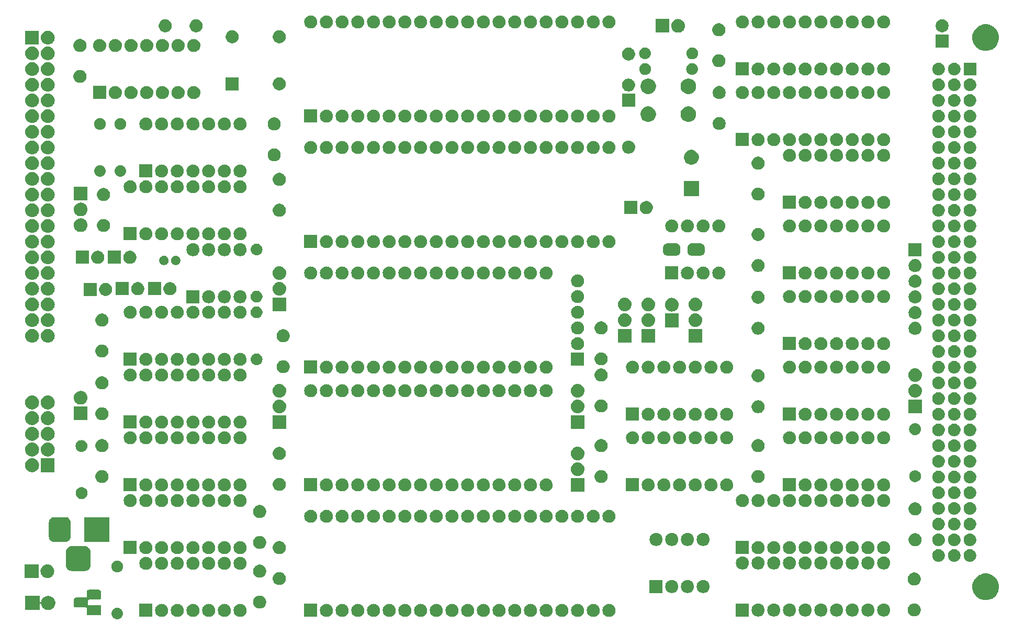
<source format=gbs>
G04 #@! TF.GenerationSoftware,KiCad,Pcbnew,(5.0.2)-1*
G04 #@! TF.CreationDate,2019-03-07T22:54:45+08:00*
G04 #@! TF.ProjectId,SBC,5342432e-6b69-4636-9164-5f7063625858,rev?*
G04 #@! TF.SameCoordinates,Original*
G04 #@! TF.FileFunction,Soldermask,Bot*
G04 #@! TF.FilePolarity,Negative*
%FSLAX46Y46*%
G04 Gerber Fmt 4.6, Leading zero omitted, Abs format (unit mm)*
G04 Created by KiCad (PCBNEW (5.0.2)-1) date 07/03/2019 22:54:45*
%MOMM*%
%LPD*%
G01*
G04 APERTURE LIST*
%ADD10C,0.150000*%
G04 APERTURE END LIST*
D10*
G36*
X94611515Y-150697804D02*
X94791347Y-150752355D01*
X94957079Y-150840941D01*
X95102343Y-150960157D01*
X95221559Y-151105421D01*
X95310145Y-151271153D01*
X95364696Y-151450985D01*
X95383115Y-151638000D01*
X95364696Y-151825015D01*
X95310145Y-152004847D01*
X95221559Y-152170579D01*
X95102343Y-152315843D01*
X94957079Y-152435059D01*
X94791347Y-152523645D01*
X94611515Y-152578196D01*
X94471360Y-152592000D01*
X94377640Y-152592000D01*
X94237485Y-152578196D01*
X94057653Y-152523645D01*
X93891921Y-152435059D01*
X93746657Y-152315843D01*
X93627441Y-152170579D01*
X93538855Y-152004847D01*
X93484304Y-151825015D01*
X93465885Y-151638000D01*
X93484304Y-151450985D01*
X93538855Y-151271153D01*
X93627441Y-151105421D01*
X93746657Y-150960157D01*
X93891921Y-150840941D01*
X94057653Y-150752355D01*
X94237485Y-150697804D01*
X94377640Y-150684000D01*
X94471360Y-150684000D01*
X94611515Y-150697804D01*
X94611515Y-150697804D01*
G37*
G36*
X143613388Y-150081084D02*
X143716620Y-150091251D01*
X143849073Y-150131430D01*
X143915301Y-150151520D01*
X143979604Y-150185891D01*
X144098404Y-150249391D01*
X144258896Y-150381104D01*
X144390609Y-150541596D01*
X144395500Y-150550747D01*
X144488480Y-150724699D01*
X144496869Y-150752355D01*
X144548749Y-150923380D01*
X144569099Y-151130000D01*
X144548749Y-151336620D01*
X144514057Y-151450983D01*
X144488480Y-151535301D01*
X144436166Y-151633172D01*
X144390609Y-151718404D01*
X144258896Y-151878896D01*
X144098404Y-152010609D01*
X144034100Y-152044980D01*
X143915301Y-152108480D01*
X143849073Y-152128570D01*
X143716620Y-152168749D01*
X143613388Y-152178916D01*
X143561773Y-152184000D01*
X143458227Y-152184000D01*
X143406612Y-152178916D01*
X143303380Y-152168749D01*
X143170927Y-152128570D01*
X143104699Y-152108480D01*
X142985900Y-152044980D01*
X142921596Y-152010609D01*
X142761104Y-151878896D01*
X142629391Y-151718404D01*
X142583834Y-151633172D01*
X142531520Y-151535301D01*
X142505943Y-151450983D01*
X142471251Y-151336620D01*
X142450901Y-151130000D01*
X142471251Y-150923380D01*
X142523131Y-150752355D01*
X142531520Y-150724699D01*
X142624500Y-150550747D01*
X142629391Y-150541596D01*
X142761104Y-150381104D01*
X142921596Y-150249391D01*
X143040396Y-150185891D01*
X143104699Y-150151520D01*
X143170927Y-150131430D01*
X143303380Y-150091251D01*
X143406612Y-150081084D01*
X143458227Y-150076000D01*
X143561773Y-150076000D01*
X143613388Y-150081084D01*
X143613388Y-150081084D01*
G37*
G36*
X101703388Y-150081084D02*
X101806620Y-150091251D01*
X101939073Y-150131430D01*
X102005301Y-150151520D01*
X102069604Y-150185891D01*
X102188404Y-150249391D01*
X102348896Y-150381104D01*
X102480609Y-150541596D01*
X102485500Y-150550747D01*
X102578480Y-150724699D01*
X102586869Y-150752355D01*
X102638749Y-150923380D01*
X102659099Y-151130000D01*
X102638749Y-151336620D01*
X102604057Y-151450983D01*
X102578480Y-151535301D01*
X102526166Y-151633172D01*
X102480609Y-151718404D01*
X102348896Y-151878896D01*
X102188404Y-152010609D01*
X102124100Y-152044980D01*
X102005301Y-152108480D01*
X101939073Y-152128570D01*
X101806620Y-152168749D01*
X101703388Y-152178916D01*
X101651773Y-152184000D01*
X101548227Y-152184000D01*
X101496612Y-152178916D01*
X101393380Y-152168749D01*
X101260927Y-152128570D01*
X101194699Y-152108480D01*
X101075900Y-152044980D01*
X101011596Y-152010609D01*
X100851104Y-151878896D01*
X100719391Y-151718404D01*
X100673834Y-151633172D01*
X100621520Y-151535301D01*
X100595943Y-151450983D01*
X100561251Y-151336620D01*
X100540901Y-151130000D01*
X100561251Y-150923380D01*
X100613131Y-150752355D01*
X100621520Y-150724699D01*
X100714500Y-150550747D01*
X100719391Y-150541596D01*
X100851104Y-150381104D01*
X101011596Y-150249391D01*
X101130396Y-150185891D01*
X101194699Y-150151520D01*
X101260927Y-150131430D01*
X101393380Y-150091251D01*
X101496612Y-150081084D01*
X101548227Y-150076000D01*
X101651773Y-150076000D01*
X101703388Y-150081084D01*
X101703388Y-150081084D01*
G37*
G36*
X104243388Y-150081084D02*
X104346620Y-150091251D01*
X104479073Y-150131430D01*
X104545301Y-150151520D01*
X104609604Y-150185891D01*
X104728404Y-150249391D01*
X104888896Y-150381104D01*
X105020609Y-150541596D01*
X105025500Y-150550747D01*
X105118480Y-150724699D01*
X105126869Y-150752355D01*
X105178749Y-150923380D01*
X105199099Y-151130000D01*
X105178749Y-151336620D01*
X105144057Y-151450983D01*
X105118480Y-151535301D01*
X105066166Y-151633172D01*
X105020609Y-151718404D01*
X104888896Y-151878896D01*
X104728404Y-152010609D01*
X104664100Y-152044980D01*
X104545301Y-152108480D01*
X104479073Y-152128570D01*
X104346620Y-152168749D01*
X104243388Y-152178916D01*
X104191773Y-152184000D01*
X104088227Y-152184000D01*
X104036612Y-152178916D01*
X103933380Y-152168749D01*
X103800927Y-152128570D01*
X103734699Y-152108480D01*
X103615900Y-152044980D01*
X103551596Y-152010609D01*
X103391104Y-151878896D01*
X103259391Y-151718404D01*
X103213834Y-151633172D01*
X103161520Y-151535301D01*
X103135943Y-151450983D01*
X103101251Y-151336620D01*
X103080901Y-151130000D01*
X103101251Y-150923380D01*
X103153131Y-150752355D01*
X103161520Y-150724699D01*
X103254500Y-150550747D01*
X103259391Y-150541596D01*
X103391104Y-150381104D01*
X103551596Y-150249391D01*
X103670396Y-150185891D01*
X103734699Y-150151520D01*
X103800927Y-150131430D01*
X103933380Y-150091251D01*
X104036612Y-150081084D01*
X104088227Y-150076000D01*
X104191773Y-150076000D01*
X104243388Y-150081084D01*
X104243388Y-150081084D01*
G37*
G36*
X106783388Y-150081084D02*
X106886620Y-150091251D01*
X107019073Y-150131430D01*
X107085301Y-150151520D01*
X107149604Y-150185891D01*
X107268404Y-150249391D01*
X107428896Y-150381104D01*
X107560609Y-150541596D01*
X107565500Y-150550747D01*
X107658480Y-150724699D01*
X107666869Y-150752355D01*
X107718749Y-150923380D01*
X107739099Y-151130000D01*
X107718749Y-151336620D01*
X107684057Y-151450983D01*
X107658480Y-151535301D01*
X107606166Y-151633172D01*
X107560609Y-151718404D01*
X107428896Y-151878896D01*
X107268404Y-152010609D01*
X107204100Y-152044980D01*
X107085301Y-152108480D01*
X107019073Y-152128570D01*
X106886620Y-152168749D01*
X106783388Y-152178916D01*
X106731773Y-152184000D01*
X106628227Y-152184000D01*
X106576612Y-152178916D01*
X106473380Y-152168749D01*
X106340927Y-152128570D01*
X106274699Y-152108480D01*
X106155900Y-152044980D01*
X106091596Y-152010609D01*
X105931104Y-151878896D01*
X105799391Y-151718404D01*
X105753834Y-151633172D01*
X105701520Y-151535301D01*
X105675943Y-151450983D01*
X105641251Y-151336620D01*
X105620901Y-151130000D01*
X105641251Y-150923380D01*
X105693131Y-150752355D01*
X105701520Y-150724699D01*
X105794500Y-150550747D01*
X105799391Y-150541596D01*
X105931104Y-150381104D01*
X106091596Y-150249391D01*
X106210396Y-150185891D01*
X106274699Y-150151520D01*
X106340927Y-150131430D01*
X106473380Y-150091251D01*
X106576612Y-150081084D01*
X106628227Y-150076000D01*
X106731773Y-150076000D01*
X106783388Y-150081084D01*
X106783388Y-150081084D01*
G37*
G36*
X109323388Y-150081084D02*
X109426620Y-150091251D01*
X109559073Y-150131430D01*
X109625301Y-150151520D01*
X109689604Y-150185891D01*
X109808404Y-150249391D01*
X109968896Y-150381104D01*
X110100609Y-150541596D01*
X110105500Y-150550747D01*
X110198480Y-150724699D01*
X110206869Y-150752355D01*
X110258749Y-150923380D01*
X110279099Y-151130000D01*
X110258749Y-151336620D01*
X110224057Y-151450983D01*
X110198480Y-151535301D01*
X110146166Y-151633172D01*
X110100609Y-151718404D01*
X109968896Y-151878896D01*
X109808404Y-152010609D01*
X109744100Y-152044980D01*
X109625301Y-152108480D01*
X109559073Y-152128570D01*
X109426620Y-152168749D01*
X109323388Y-152178916D01*
X109271773Y-152184000D01*
X109168227Y-152184000D01*
X109116612Y-152178916D01*
X109013380Y-152168749D01*
X108880927Y-152128570D01*
X108814699Y-152108480D01*
X108695900Y-152044980D01*
X108631596Y-152010609D01*
X108471104Y-151878896D01*
X108339391Y-151718404D01*
X108293834Y-151633172D01*
X108241520Y-151535301D01*
X108215943Y-151450983D01*
X108181251Y-151336620D01*
X108160901Y-151130000D01*
X108181251Y-150923380D01*
X108233131Y-150752355D01*
X108241520Y-150724699D01*
X108334500Y-150550747D01*
X108339391Y-150541596D01*
X108471104Y-150381104D01*
X108631596Y-150249391D01*
X108750396Y-150185891D01*
X108814699Y-150151520D01*
X108880927Y-150131430D01*
X109013380Y-150091251D01*
X109116612Y-150081084D01*
X109168227Y-150076000D01*
X109271773Y-150076000D01*
X109323388Y-150081084D01*
X109323388Y-150081084D01*
G37*
G36*
X111863388Y-150081084D02*
X111966620Y-150091251D01*
X112099073Y-150131430D01*
X112165301Y-150151520D01*
X112229604Y-150185891D01*
X112348404Y-150249391D01*
X112508896Y-150381104D01*
X112640609Y-150541596D01*
X112645500Y-150550747D01*
X112738480Y-150724699D01*
X112746869Y-150752355D01*
X112798749Y-150923380D01*
X112819099Y-151130000D01*
X112798749Y-151336620D01*
X112764057Y-151450983D01*
X112738480Y-151535301D01*
X112686166Y-151633172D01*
X112640609Y-151718404D01*
X112508896Y-151878896D01*
X112348404Y-152010609D01*
X112284100Y-152044980D01*
X112165301Y-152108480D01*
X112099073Y-152128570D01*
X111966620Y-152168749D01*
X111863388Y-152178916D01*
X111811773Y-152184000D01*
X111708227Y-152184000D01*
X111656612Y-152178916D01*
X111553380Y-152168749D01*
X111420927Y-152128570D01*
X111354699Y-152108480D01*
X111235900Y-152044980D01*
X111171596Y-152010609D01*
X111011104Y-151878896D01*
X110879391Y-151718404D01*
X110833834Y-151633172D01*
X110781520Y-151535301D01*
X110755943Y-151450983D01*
X110721251Y-151336620D01*
X110700901Y-151130000D01*
X110721251Y-150923380D01*
X110773131Y-150752355D01*
X110781520Y-150724699D01*
X110874500Y-150550747D01*
X110879391Y-150541596D01*
X111011104Y-150381104D01*
X111171596Y-150249391D01*
X111290396Y-150185891D01*
X111354699Y-150151520D01*
X111420927Y-150131430D01*
X111553380Y-150091251D01*
X111656612Y-150081084D01*
X111708227Y-150076000D01*
X111811773Y-150076000D01*
X111863388Y-150081084D01*
X111863388Y-150081084D01*
G37*
G36*
X114403388Y-150081084D02*
X114506620Y-150091251D01*
X114639073Y-150131430D01*
X114705301Y-150151520D01*
X114769604Y-150185891D01*
X114888404Y-150249391D01*
X115048896Y-150381104D01*
X115180609Y-150541596D01*
X115185500Y-150550747D01*
X115278480Y-150724699D01*
X115286869Y-150752355D01*
X115338749Y-150923380D01*
X115359099Y-151130000D01*
X115338749Y-151336620D01*
X115304057Y-151450983D01*
X115278480Y-151535301D01*
X115226166Y-151633172D01*
X115180609Y-151718404D01*
X115048896Y-151878896D01*
X114888404Y-152010609D01*
X114824100Y-152044980D01*
X114705301Y-152108480D01*
X114639073Y-152128570D01*
X114506620Y-152168749D01*
X114403388Y-152178916D01*
X114351773Y-152184000D01*
X114248227Y-152184000D01*
X114196612Y-152178916D01*
X114093380Y-152168749D01*
X113960927Y-152128570D01*
X113894699Y-152108480D01*
X113775900Y-152044980D01*
X113711596Y-152010609D01*
X113551104Y-151878896D01*
X113419391Y-151718404D01*
X113373834Y-151633172D01*
X113321520Y-151535301D01*
X113295943Y-151450983D01*
X113261251Y-151336620D01*
X113240901Y-151130000D01*
X113261251Y-150923380D01*
X113313131Y-150752355D01*
X113321520Y-150724699D01*
X113414500Y-150550747D01*
X113419391Y-150541596D01*
X113551104Y-150381104D01*
X113711596Y-150249391D01*
X113830396Y-150185891D01*
X113894699Y-150151520D01*
X113960927Y-150131430D01*
X114093380Y-150091251D01*
X114196612Y-150081084D01*
X114248227Y-150076000D01*
X114351773Y-150076000D01*
X114403388Y-150081084D01*
X114403388Y-150081084D01*
G37*
G36*
X126784000Y-152184000D02*
X124676000Y-152184000D01*
X124676000Y-150076000D01*
X126784000Y-150076000D01*
X126784000Y-152184000D01*
X126784000Y-152184000D01*
G37*
G36*
X128373388Y-150081084D02*
X128476620Y-150091251D01*
X128609073Y-150131430D01*
X128675301Y-150151520D01*
X128739604Y-150185891D01*
X128858404Y-150249391D01*
X129018896Y-150381104D01*
X129150609Y-150541596D01*
X129155500Y-150550747D01*
X129248480Y-150724699D01*
X129256869Y-150752355D01*
X129308749Y-150923380D01*
X129329099Y-151130000D01*
X129308749Y-151336620D01*
X129274057Y-151450983D01*
X129248480Y-151535301D01*
X129196166Y-151633172D01*
X129150609Y-151718404D01*
X129018896Y-151878896D01*
X128858404Y-152010609D01*
X128794100Y-152044980D01*
X128675301Y-152108480D01*
X128609073Y-152128570D01*
X128476620Y-152168749D01*
X128373388Y-152178916D01*
X128321773Y-152184000D01*
X128218227Y-152184000D01*
X128166612Y-152178916D01*
X128063380Y-152168749D01*
X127930927Y-152128570D01*
X127864699Y-152108480D01*
X127745900Y-152044980D01*
X127681596Y-152010609D01*
X127521104Y-151878896D01*
X127389391Y-151718404D01*
X127343834Y-151633172D01*
X127291520Y-151535301D01*
X127265943Y-151450983D01*
X127231251Y-151336620D01*
X127210901Y-151130000D01*
X127231251Y-150923380D01*
X127283131Y-150752355D01*
X127291520Y-150724699D01*
X127384500Y-150550747D01*
X127389391Y-150541596D01*
X127521104Y-150381104D01*
X127681596Y-150249391D01*
X127800396Y-150185891D01*
X127864699Y-150151520D01*
X127930927Y-150131430D01*
X128063380Y-150091251D01*
X128166612Y-150081084D01*
X128218227Y-150076000D01*
X128321773Y-150076000D01*
X128373388Y-150081084D01*
X128373388Y-150081084D01*
G37*
G36*
X130913388Y-150081084D02*
X131016620Y-150091251D01*
X131149073Y-150131430D01*
X131215301Y-150151520D01*
X131279604Y-150185891D01*
X131398404Y-150249391D01*
X131558896Y-150381104D01*
X131690609Y-150541596D01*
X131695500Y-150550747D01*
X131788480Y-150724699D01*
X131796869Y-150752355D01*
X131848749Y-150923380D01*
X131869099Y-151130000D01*
X131848749Y-151336620D01*
X131814057Y-151450983D01*
X131788480Y-151535301D01*
X131736166Y-151633172D01*
X131690609Y-151718404D01*
X131558896Y-151878896D01*
X131398404Y-152010609D01*
X131334100Y-152044980D01*
X131215301Y-152108480D01*
X131149073Y-152128570D01*
X131016620Y-152168749D01*
X130913388Y-152178916D01*
X130861773Y-152184000D01*
X130758227Y-152184000D01*
X130706612Y-152178916D01*
X130603380Y-152168749D01*
X130470927Y-152128570D01*
X130404699Y-152108480D01*
X130285900Y-152044980D01*
X130221596Y-152010609D01*
X130061104Y-151878896D01*
X129929391Y-151718404D01*
X129883834Y-151633172D01*
X129831520Y-151535301D01*
X129805943Y-151450983D01*
X129771251Y-151336620D01*
X129750901Y-151130000D01*
X129771251Y-150923380D01*
X129823131Y-150752355D01*
X129831520Y-150724699D01*
X129924500Y-150550747D01*
X129929391Y-150541596D01*
X130061104Y-150381104D01*
X130221596Y-150249391D01*
X130340396Y-150185891D01*
X130404699Y-150151520D01*
X130470927Y-150131430D01*
X130603380Y-150091251D01*
X130706612Y-150081084D01*
X130758227Y-150076000D01*
X130861773Y-150076000D01*
X130913388Y-150081084D01*
X130913388Y-150081084D01*
G37*
G36*
X133453388Y-150081084D02*
X133556620Y-150091251D01*
X133689073Y-150131430D01*
X133755301Y-150151520D01*
X133819604Y-150185891D01*
X133938404Y-150249391D01*
X134098896Y-150381104D01*
X134230609Y-150541596D01*
X134235500Y-150550747D01*
X134328480Y-150724699D01*
X134336869Y-150752355D01*
X134388749Y-150923380D01*
X134409099Y-151130000D01*
X134388749Y-151336620D01*
X134354057Y-151450983D01*
X134328480Y-151535301D01*
X134276166Y-151633172D01*
X134230609Y-151718404D01*
X134098896Y-151878896D01*
X133938404Y-152010609D01*
X133874100Y-152044980D01*
X133755301Y-152108480D01*
X133689073Y-152128570D01*
X133556620Y-152168749D01*
X133453388Y-152178916D01*
X133401773Y-152184000D01*
X133298227Y-152184000D01*
X133246612Y-152178916D01*
X133143380Y-152168749D01*
X133010927Y-152128570D01*
X132944699Y-152108480D01*
X132825900Y-152044980D01*
X132761596Y-152010609D01*
X132601104Y-151878896D01*
X132469391Y-151718404D01*
X132423834Y-151633172D01*
X132371520Y-151535301D01*
X132345943Y-151450983D01*
X132311251Y-151336620D01*
X132290901Y-151130000D01*
X132311251Y-150923380D01*
X132363131Y-150752355D01*
X132371520Y-150724699D01*
X132464500Y-150550747D01*
X132469391Y-150541596D01*
X132601104Y-150381104D01*
X132761596Y-150249391D01*
X132880396Y-150185891D01*
X132944699Y-150151520D01*
X133010927Y-150131430D01*
X133143380Y-150091251D01*
X133246612Y-150081084D01*
X133298227Y-150076000D01*
X133401773Y-150076000D01*
X133453388Y-150081084D01*
X133453388Y-150081084D01*
G37*
G36*
X135993388Y-150081084D02*
X136096620Y-150091251D01*
X136229073Y-150131430D01*
X136295301Y-150151520D01*
X136359604Y-150185891D01*
X136478404Y-150249391D01*
X136638896Y-150381104D01*
X136770609Y-150541596D01*
X136775500Y-150550747D01*
X136868480Y-150724699D01*
X136876869Y-150752355D01*
X136928749Y-150923380D01*
X136949099Y-151130000D01*
X136928749Y-151336620D01*
X136894057Y-151450983D01*
X136868480Y-151535301D01*
X136816166Y-151633172D01*
X136770609Y-151718404D01*
X136638896Y-151878896D01*
X136478404Y-152010609D01*
X136414100Y-152044980D01*
X136295301Y-152108480D01*
X136229073Y-152128570D01*
X136096620Y-152168749D01*
X135993388Y-152178916D01*
X135941773Y-152184000D01*
X135838227Y-152184000D01*
X135786612Y-152178916D01*
X135683380Y-152168749D01*
X135550927Y-152128570D01*
X135484699Y-152108480D01*
X135365900Y-152044980D01*
X135301596Y-152010609D01*
X135141104Y-151878896D01*
X135009391Y-151718404D01*
X134963834Y-151633172D01*
X134911520Y-151535301D01*
X134885943Y-151450983D01*
X134851251Y-151336620D01*
X134830901Y-151130000D01*
X134851251Y-150923380D01*
X134903131Y-150752355D01*
X134911520Y-150724699D01*
X135004500Y-150550747D01*
X135009391Y-150541596D01*
X135141104Y-150381104D01*
X135301596Y-150249391D01*
X135420396Y-150185891D01*
X135484699Y-150151520D01*
X135550927Y-150131430D01*
X135683380Y-150091251D01*
X135786612Y-150081084D01*
X135838227Y-150076000D01*
X135941773Y-150076000D01*
X135993388Y-150081084D01*
X135993388Y-150081084D01*
G37*
G36*
X138533388Y-150081084D02*
X138636620Y-150091251D01*
X138769073Y-150131430D01*
X138835301Y-150151520D01*
X138899604Y-150185891D01*
X139018404Y-150249391D01*
X139178896Y-150381104D01*
X139310609Y-150541596D01*
X139315500Y-150550747D01*
X139408480Y-150724699D01*
X139416869Y-150752355D01*
X139468749Y-150923380D01*
X139489099Y-151130000D01*
X139468749Y-151336620D01*
X139434057Y-151450983D01*
X139408480Y-151535301D01*
X139356166Y-151633172D01*
X139310609Y-151718404D01*
X139178896Y-151878896D01*
X139018404Y-152010609D01*
X138954100Y-152044980D01*
X138835301Y-152108480D01*
X138769073Y-152128570D01*
X138636620Y-152168749D01*
X138533388Y-152178916D01*
X138481773Y-152184000D01*
X138378227Y-152184000D01*
X138326612Y-152178916D01*
X138223380Y-152168749D01*
X138090927Y-152128570D01*
X138024699Y-152108480D01*
X137905900Y-152044980D01*
X137841596Y-152010609D01*
X137681104Y-151878896D01*
X137549391Y-151718404D01*
X137503834Y-151633172D01*
X137451520Y-151535301D01*
X137425943Y-151450983D01*
X137391251Y-151336620D01*
X137370901Y-151130000D01*
X137391251Y-150923380D01*
X137443131Y-150752355D01*
X137451520Y-150724699D01*
X137544500Y-150550747D01*
X137549391Y-150541596D01*
X137681104Y-150381104D01*
X137841596Y-150249391D01*
X137960396Y-150185891D01*
X138024699Y-150151520D01*
X138090927Y-150131430D01*
X138223380Y-150091251D01*
X138326612Y-150081084D01*
X138378227Y-150076000D01*
X138481773Y-150076000D01*
X138533388Y-150081084D01*
X138533388Y-150081084D01*
G37*
G36*
X141073388Y-150081084D02*
X141176620Y-150091251D01*
X141309073Y-150131430D01*
X141375301Y-150151520D01*
X141439604Y-150185891D01*
X141558404Y-150249391D01*
X141718896Y-150381104D01*
X141850609Y-150541596D01*
X141855500Y-150550747D01*
X141948480Y-150724699D01*
X141956869Y-150752355D01*
X142008749Y-150923380D01*
X142029099Y-151130000D01*
X142008749Y-151336620D01*
X141974057Y-151450983D01*
X141948480Y-151535301D01*
X141896166Y-151633172D01*
X141850609Y-151718404D01*
X141718896Y-151878896D01*
X141558404Y-152010609D01*
X141494100Y-152044980D01*
X141375301Y-152108480D01*
X141309073Y-152128570D01*
X141176620Y-152168749D01*
X141073388Y-152178916D01*
X141021773Y-152184000D01*
X140918227Y-152184000D01*
X140866612Y-152178916D01*
X140763380Y-152168749D01*
X140630927Y-152128570D01*
X140564699Y-152108480D01*
X140445900Y-152044980D01*
X140381596Y-152010609D01*
X140221104Y-151878896D01*
X140089391Y-151718404D01*
X140043834Y-151633172D01*
X139991520Y-151535301D01*
X139965943Y-151450983D01*
X139931251Y-151336620D01*
X139910901Y-151130000D01*
X139931251Y-150923380D01*
X139983131Y-150752355D01*
X139991520Y-150724699D01*
X140084500Y-150550747D01*
X140089391Y-150541596D01*
X140221104Y-150381104D01*
X140381596Y-150249391D01*
X140500396Y-150185891D01*
X140564699Y-150151520D01*
X140630927Y-150131430D01*
X140763380Y-150091251D01*
X140866612Y-150081084D01*
X140918227Y-150076000D01*
X141021773Y-150076000D01*
X141073388Y-150081084D01*
X141073388Y-150081084D01*
G37*
G36*
X146153388Y-150081084D02*
X146256620Y-150091251D01*
X146389073Y-150131430D01*
X146455301Y-150151520D01*
X146519604Y-150185891D01*
X146638404Y-150249391D01*
X146798896Y-150381104D01*
X146930609Y-150541596D01*
X146935500Y-150550747D01*
X147028480Y-150724699D01*
X147036869Y-150752355D01*
X147088749Y-150923380D01*
X147109099Y-151130000D01*
X147088749Y-151336620D01*
X147054057Y-151450983D01*
X147028480Y-151535301D01*
X146976166Y-151633172D01*
X146930609Y-151718404D01*
X146798896Y-151878896D01*
X146638404Y-152010609D01*
X146574100Y-152044980D01*
X146455301Y-152108480D01*
X146389073Y-152128570D01*
X146256620Y-152168749D01*
X146153388Y-152178916D01*
X146101773Y-152184000D01*
X145998227Y-152184000D01*
X145946612Y-152178916D01*
X145843380Y-152168749D01*
X145710927Y-152128570D01*
X145644699Y-152108480D01*
X145525900Y-152044980D01*
X145461596Y-152010609D01*
X145301104Y-151878896D01*
X145169391Y-151718404D01*
X145123834Y-151633172D01*
X145071520Y-151535301D01*
X145045943Y-151450983D01*
X145011251Y-151336620D01*
X144990901Y-151130000D01*
X145011251Y-150923380D01*
X145063131Y-150752355D01*
X145071520Y-150724699D01*
X145164500Y-150550747D01*
X145169391Y-150541596D01*
X145301104Y-150381104D01*
X145461596Y-150249391D01*
X145580396Y-150185891D01*
X145644699Y-150151520D01*
X145710927Y-150131430D01*
X145843380Y-150091251D01*
X145946612Y-150081084D01*
X145998227Y-150076000D01*
X146101773Y-150076000D01*
X146153388Y-150081084D01*
X146153388Y-150081084D01*
G37*
G36*
X100114000Y-152184000D02*
X98006000Y-152184000D01*
X98006000Y-150076000D01*
X100114000Y-150076000D01*
X100114000Y-152184000D01*
X100114000Y-152184000D01*
G37*
G36*
X174093388Y-150081084D02*
X174196620Y-150091251D01*
X174329073Y-150131430D01*
X174395301Y-150151520D01*
X174459604Y-150185891D01*
X174578404Y-150249391D01*
X174738896Y-150381104D01*
X174870609Y-150541596D01*
X174875500Y-150550747D01*
X174968480Y-150724699D01*
X174976869Y-150752355D01*
X175028749Y-150923380D01*
X175049099Y-151130000D01*
X175028749Y-151336620D01*
X174994057Y-151450983D01*
X174968480Y-151535301D01*
X174916166Y-151633172D01*
X174870609Y-151718404D01*
X174738896Y-151878896D01*
X174578404Y-152010609D01*
X174514100Y-152044980D01*
X174395301Y-152108480D01*
X174329073Y-152128570D01*
X174196620Y-152168749D01*
X174093388Y-152178916D01*
X174041773Y-152184000D01*
X173938227Y-152184000D01*
X173886612Y-152178916D01*
X173783380Y-152168749D01*
X173650927Y-152128570D01*
X173584699Y-152108480D01*
X173465900Y-152044980D01*
X173401596Y-152010609D01*
X173241104Y-151878896D01*
X173109391Y-151718404D01*
X173063834Y-151633172D01*
X173011520Y-151535301D01*
X172985943Y-151450983D01*
X172951251Y-151336620D01*
X172930901Y-151130000D01*
X172951251Y-150923380D01*
X173003131Y-150752355D01*
X173011520Y-150724699D01*
X173104500Y-150550747D01*
X173109391Y-150541596D01*
X173241104Y-150381104D01*
X173401596Y-150249391D01*
X173520396Y-150185891D01*
X173584699Y-150151520D01*
X173650927Y-150131430D01*
X173783380Y-150091251D01*
X173886612Y-150081084D01*
X173938227Y-150076000D01*
X174041773Y-150076000D01*
X174093388Y-150081084D01*
X174093388Y-150081084D01*
G37*
G36*
X171553388Y-150081084D02*
X171656620Y-150091251D01*
X171789073Y-150131430D01*
X171855301Y-150151520D01*
X171919604Y-150185891D01*
X172038404Y-150249391D01*
X172198896Y-150381104D01*
X172330609Y-150541596D01*
X172335500Y-150550747D01*
X172428480Y-150724699D01*
X172436869Y-150752355D01*
X172488749Y-150923380D01*
X172509099Y-151130000D01*
X172488749Y-151336620D01*
X172454057Y-151450983D01*
X172428480Y-151535301D01*
X172376166Y-151633172D01*
X172330609Y-151718404D01*
X172198896Y-151878896D01*
X172038404Y-152010609D01*
X171974100Y-152044980D01*
X171855301Y-152108480D01*
X171789073Y-152128570D01*
X171656620Y-152168749D01*
X171553388Y-152178916D01*
X171501773Y-152184000D01*
X171398227Y-152184000D01*
X171346612Y-152178916D01*
X171243380Y-152168749D01*
X171110927Y-152128570D01*
X171044699Y-152108480D01*
X170925900Y-152044980D01*
X170861596Y-152010609D01*
X170701104Y-151878896D01*
X170569391Y-151718404D01*
X170523834Y-151633172D01*
X170471520Y-151535301D01*
X170445943Y-151450983D01*
X170411251Y-151336620D01*
X170390901Y-151130000D01*
X170411251Y-150923380D01*
X170463131Y-150752355D01*
X170471520Y-150724699D01*
X170564500Y-150550747D01*
X170569391Y-150541596D01*
X170701104Y-150381104D01*
X170861596Y-150249391D01*
X170980396Y-150185891D01*
X171044699Y-150151520D01*
X171110927Y-150131430D01*
X171243380Y-150091251D01*
X171346612Y-150081084D01*
X171398227Y-150076000D01*
X171501773Y-150076000D01*
X171553388Y-150081084D01*
X171553388Y-150081084D01*
G37*
G36*
X169013388Y-150081084D02*
X169116620Y-150091251D01*
X169249073Y-150131430D01*
X169315301Y-150151520D01*
X169379604Y-150185891D01*
X169498404Y-150249391D01*
X169658896Y-150381104D01*
X169790609Y-150541596D01*
X169795500Y-150550747D01*
X169888480Y-150724699D01*
X169896869Y-150752355D01*
X169948749Y-150923380D01*
X169969099Y-151130000D01*
X169948749Y-151336620D01*
X169914057Y-151450983D01*
X169888480Y-151535301D01*
X169836166Y-151633172D01*
X169790609Y-151718404D01*
X169658896Y-151878896D01*
X169498404Y-152010609D01*
X169434100Y-152044980D01*
X169315301Y-152108480D01*
X169249073Y-152128570D01*
X169116620Y-152168749D01*
X169013388Y-152178916D01*
X168961773Y-152184000D01*
X168858227Y-152184000D01*
X168806612Y-152178916D01*
X168703380Y-152168749D01*
X168570927Y-152128570D01*
X168504699Y-152108480D01*
X168385900Y-152044980D01*
X168321596Y-152010609D01*
X168161104Y-151878896D01*
X168029391Y-151718404D01*
X167983834Y-151633172D01*
X167931520Y-151535301D01*
X167905943Y-151450983D01*
X167871251Y-151336620D01*
X167850901Y-151130000D01*
X167871251Y-150923380D01*
X167923131Y-150752355D01*
X167931520Y-150724699D01*
X168024500Y-150550747D01*
X168029391Y-150541596D01*
X168161104Y-150381104D01*
X168321596Y-150249391D01*
X168440396Y-150185891D01*
X168504699Y-150151520D01*
X168570927Y-150131430D01*
X168703380Y-150091251D01*
X168806612Y-150081084D01*
X168858227Y-150076000D01*
X168961773Y-150076000D01*
X169013388Y-150081084D01*
X169013388Y-150081084D01*
G37*
G36*
X166473388Y-150081084D02*
X166576620Y-150091251D01*
X166709073Y-150131430D01*
X166775301Y-150151520D01*
X166839604Y-150185891D01*
X166958404Y-150249391D01*
X167118896Y-150381104D01*
X167250609Y-150541596D01*
X167255500Y-150550747D01*
X167348480Y-150724699D01*
X167356869Y-150752355D01*
X167408749Y-150923380D01*
X167429099Y-151130000D01*
X167408749Y-151336620D01*
X167374057Y-151450983D01*
X167348480Y-151535301D01*
X167296166Y-151633172D01*
X167250609Y-151718404D01*
X167118896Y-151878896D01*
X166958404Y-152010609D01*
X166894100Y-152044980D01*
X166775301Y-152108480D01*
X166709073Y-152128570D01*
X166576620Y-152168749D01*
X166473388Y-152178916D01*
X166421773Y-152184000D01*
X166318227Y-152184000D01*
X166266612Y-152178916D01*
X166163380Y-152168749D01*
X166030927Y-152128570D01*
X165964699Y-152108480D01*
X165845900Y-152044980D01*
X165781596Y-152010609D01*
X165621104Y-151878896D01*
X165489391Y-151718404D01*
X165443834Y-151633172D01*
X165391520Y-151535301D01*
X165365943Y-151450983D01*
X165331251Y-151336620D01*
X165310901Y-151130000D01*
X165331251Y-150923380D01*
X165383131Y-150752355D01*
X165391520Y-150724699D01*
X165484500Y-150550747D01*
X165489391Y-150541596D01*
X165621104Y-150381104D01*
X165781596Y-150249391D01*
X165900396Y-150185891D01*
X165964699Y-150151520D01*
X166030927Y-150131430D01*
X166163380Y-150091251D01*
X166266612Y-150081084D01*
X166318227Y-150076000D01*
X166421773Y-150076000D01*
X166473388Y-150081084D01*
X166473388Y-150081084D01*
G37*
G36*
X163933388Y-150081084D02*
X164036620Y-150091251D01*
X164169073Y-150131430D01*
X164235301Y-150151520D01*
X164299604Y-150185891D01*
X164418404Y-150249391D01*
X164578896Y-150381104D01*
X164710609Y-150541596D01*
X164715500Y-150550747D01*
X164808480Y-150724699D01*
X164816869Y-150752355D01*
X164868749Y-150923380D01*
X164889099Y-151130000D01*
X164868749Y-151336620D01*
X164834057Y-151450983D01*
X164808480Y-151535301D01*
X164756166Y-151633172D01*
X164710609Y-151718404D01*
X164578896Y-151878896D01*
X164418404Y-152010609D01*
X164354100Y-152044980D01*
X164235301Y-152108480D01*
X164169073Y-152128570D01*
X164036620Y-152168749D01*
X163933388Y-152178916D01*
X163881773Y-152184000D01*
X163778227Y-152184000D01*
X163726612Y-152178916D01*
X163623380Y-152168749D01*
X163490927Y-152128570D01*
X163424699Y-152108480D01*
X163305900Y-152044980D01*
X163241596Y-152010609D01*
X163081104Y-151878896D01*
X162949391Y-151718404D01*
X162903834Y-151633172D01*
X162851520Y-151535301D01*
X162825943Y-151450983D01*
X162791251Y-151336620D01*
X162770901Y-151130000D01*
X162791251Y-150923380D01*
X162843131Y-150752355D01*
X162851520Y-150724699D01*
X162944500Y-150550747D01*
X162949391Y-150541596D01*
X163081104Y-150381104D01*
X163241596Y-150249391D01*
X163360396Y-150185891D01*
X163424699Y-150151520D01*
X163490927Y-150131430D01*
X163623380Y-150091251D01*
X163726612Y-150081084D01*
X163778227Y-150076000D01*
X163881773Y-150076000D01*
X163933388Y-150081084D01*
X163933388Y-150081084D01*
G37*
G36*
X161393388Y-150081084D02*
X161496620Y-150091251D01*
X161629073Y-150131430D01*
X161695301Y-150151520D01*
X161759604Y-150185891D01*
X161878404Y-150249391D01*
X162038896Y-150381104D01*
X162170609Y-150541596D01*
X162175500Y-150550747D01*
X162268480Y-150724699D01*
X162276869Y-150752355D01*
X162328749Y-150923380D01*
X162349099Y-151130000D01*
X162328749Y-151336620D01*
X162294057Y-151450983D01*
X162268480Y-151535301D01*
X162216166Y-151633172D01*
X162170609Y-151718404D01*
X162038896Y-151878896D01*
X161878404Y-152010609D01*
X161814100Y-152044980D01*
X161695301Y-152108480D01*
X161629073Y-152128570D01*
X161496620Y-152168749D01*
X161393388Y-152178916D01*
X161341773Y-152184000D01*
X161238227Y-152184000D01*
X161186612Y-152178916D01*
X161083380Y-152168749D01*
X160950927Y-152128570D01*
X160884699Y-152108480D01*
X160765900Y-152044980D01*
X160701596Y-152010609D01*
X160541104Y-151878896D01*
X160409391Y-151718404D01*
X160363834Y-151633172D01*
X160311520Y-151535301D01*
X160285943Y-151450983D01*
X160251251Y-151336620D01*
X160230901Y-151130000D01*
X160251251Y-150923380D01*
X160303131Y-150752355D01*
X160311520Y-150724699D01*
X160404500Y-150550747D01*
X160409391Y-150541596D01*
X160541104Y-150381104D01*
X160701596Y-150249391D01*
X160820396Y-150185891D01*
X160884699Y-150151520D01*
X160950927Y-150131430D01*
X161083380Y-150091251D01*
X161186612Y-150081084D01*
X161238227Y-150076000D01*
X161341773Y-150076000D01*
X161393388Y-150081084D01*
X161393388Y-150081084D01*
G37*
G36*
X158853388Y-150081084D02*
X158956620Y-150091251D01*
X159089073Y-150131430D01*
X159155301Y-150151520D01*
X159219604Y-150185891D01*
X159338404Y-150249391D01*
X159498896Y-150381104D01*
X159630609Y-150541596D01*
X159635500Y-150550747D01*
X159728480Y-150724699D01*
X159736869Y-150752355D01*
X159788749Y-150923380D01*
X159809099Y-151130000D01*
X159788749Y-151336620D01*
X159754057Y-151450983D01*
X159728480Y-151535301D01*
X159676166Y-151633172D01*
X159630609Y-151718404D01*
X159498896Y-151878896D01*
X159338404Y-152010609D01*
X159274100Y-152044980D01*
X159155301Y-152108480D01*
X159089073Y-152128570D01*
X158956620Y-152168749D01*
X158853388Y-152178916D01*
X158801773Y-152184000D01*
X158698227Y-152184000D01*
X158646612Y-152178916D01*
X158543380Y-152168749D01*
X158410927Y-152128570D01*
X158344699Y-152108480D01*
X158225900Y-152044980D01*
X158161596Y-152010609D01*
X158001104Y-151878896D01*
X157869391Y-151718404D01*
X157823834Y-151633172D01*
X157771520Y-151535301D01*
X157745943Y-151450983D01*
X157711251Y-151336620D01*
X157690901Y-151130000D01*
X157711251Y-150923380D01*
X157763131Y-150752355D01*
X157771520Y-150724699D01*
X157864500Y-150550747D01*
X157869391Y-150541596D01*
X158001104Y-150381104D01*
X158161596Y-150249391D01*
X158280396Y-150185891D01*
X158344699Y-150151520D01*
X158410927Y-150131430D01*
X158543380Y-150091251D01*
X158646612Y-150081084D01*
X158698227Y-150076000D01*
X158801773Y-150076000D01*
X158853388Y-150081084D01*
X158853388Y-150081084D01*
G37*
G36*
X156313388Y-150081084D02*
X156416620Y-150091251D01*
X156549073Y-150131430D01*
X156615301Y-150151520D01*
X156679604Y-150185891D01*
X156798404Y-150249391D01*
X156958896Y-150381104D01*
X157090609Y-150541596D01*
X157095500Y-150550747D01*
X157188480Y-150724699D01*
X157196869Y-150752355D01*
X157248749Y-150923380D01*
X157269099Y-151130000D01*
X157248749Y-151336620D01*
X157214057Y-151450983D01*
X157188480Y-151535301D01*
X157136166Y-151633172D01*
X157090609Y-151718404D01*
X156958896Y-151878896D01*
X156798404Y-152010609D01*
X156734100Y-152044980D01*
X156615301Y-152108480D01*
X156549073Y-152128570D01*
X156416620Y-152168749D01*
X156313388Y-152178916D01*
X156261773Y-152184000D01*
X156158227Y-152184000D01*
X156106612Y-152178916D01*
X156003380Y-152168749D01*
X155870927Y-152128570D01*
X155804699Y-152108480D01*
X155685900Y-152044980D01*
X155621596Y-152010609D01*
X155461104Y-151878896D01*
X155329391Y-151718404D01*
X155283834Y-151633172D01*
X155231520Y-151535301D01*
X155205943Y-151450983D01*
X155171251Y-151336620D01*
X155150901Y-151130000D01*
X155171251Y-150923380D01*
X155223131Y-150752355D01*
X155231520Y-150724699D01*
X155324500Y-150550747D01*
X155329391Y-150541596D01*
X155461104Y-150381104D01*
X155621596Y-150249391D01*
X155740396Y-150185891D01*
X155804699Y-150151520D01*
X155870927Y-150131430D01*
X156003380Y-150091251D01*
X156106612Y-150081084D01*
X156158227Y-150076000D01*
X156261773Y-150076000D01*
X156313388Y-150081084D01*
X156313388Y-150081084D01*
G37*
G36*
X153773388Y-150081084D02*
X153876620Y-150091251D01*
X154009073Y-150131430D01*
X154075301Y-150151520D01*
X154139604Y-150185891D01*
X154258404Y-150249391D01*
X154418896Y-150381104D01*
X154550609Y-150541596D01*
X154555500Y-150550747D01*
X154648480Y-150724699D01*
X154656869Y-150752355D01*
X154708749Y-150923380D01*
X154729099Y-151130000D01*
X154708749Y-151336620D01*
X154674057Y-151450983D01*
X154648480Y-151535301D01*
X154596166Y-151633172D01*
X154550609Y-151718404D01*
X154418896Y-151878896D01*
X154258404Y-152010609D01*
X154194100Y-152044980D01*
X154075301Y-152108480D01*
X154009073Y-152128570D01*
X153876620Y-152168749D01*
X153773388Y-152178916D01*
X153721773Y-152184000D01*
X153618227Y-152184000D01*
X153566612Y-152178916D01*
X153463380Y-152168749D01*
X153330927Y-152128570D01*
X153264699Y-152108480D01*
X153145900Y-152044980D01*
X153081596Y-152010609D01*
X152921104Y-151878896D01*
X152789391Y-151718404D01*
X152743834Y-151633172D01*
X152691520Y-151535301D01*
X152665943Y-151450983D01*
X152631251Y-151336620D01*
X152610901Y-151130000D01*
X152631251Y-150923380D01*
X152683131Y-150752355D01*
X152691520Y-150724699D01*
X152784500Y-150550747D01*
X152789391Y-150541596D01*
X152921104Y-150381104D01*
X153081596Y-150249391D01*
X153200396Y-150185891D01*
X153264699Y-150151520D01*
X153330927Y-150131430D01*
X153463380Y-150091251D01*
X153566612Y-150081084D01*
X153618227Y-150076000D01*
X153721773Y-150076000D01*
X153773388Y-150081084D01*
X153773388Y-150081084D01*
G37*
G36*
X151233388Y-150081084D02*
X151336620Y-150091251D01*
X151469073Y-150131430D01*
X151535301Y-150151520D01*
X151599604Y-150185891D01*
X151718404Y-150249391D01*
X151878896Y-150381104D01*
X152010609Y-150541596D01*
X152015500Y-150550747D01*
X152108480Y-150724699D01*
X152116869Y-150752355D01*
X152168749Y-150923380D01*
X152189099Y-151130000D01*
X152168749Y-151336620D01*
X152134057Y-151450983D01*
X152108480Y-151535301D01*
X152056166Y-151633172D01*
X152010609Y-151718404D01*
X151878896Y-151878896D01*
X151718404Y-152010609D01*
X151654100Y-152044980D01*
X151535301Y-152108480D01*
X151469073Y-152128570D01*
X151336620Y-152168749D01*
X151233388Y-152178916D01*
X151181773Y-152184000D01*
X151078227Y-152184000D01*
X151026612Y-152178916D01*
X150923380Y-152168749D01*
X150790927Y-152128570D01*
X150724699Y-152108480D01*
X150605900Y-152044980D01*
X150541596Y-152010609D01*
X150381104Y-151878896D01*
X150249391Y-151718404D01*
X150203834Y-151633172D01*
X150151520Y-151535301D01*
X150125943Y-151450983D01*
X150091251Y-151336620D01*
X150070901Y-151130000D01*
X150091251Y-150923380D01*
X150143131Y-150752355D01*
X150151520Y-150724699D01*
X150244500Y-150550747D01*
X150249391Y-150541596D01*
X150381104Y-150381104D01*
X150541596Y-150249391D01*
X150660396Y-150185891D01*
X150724699Y-150151520D01*
X150790927Y-150131430D01*
X150923380Y-150091251D01*
X151026612Y-150081084D01*
X151078227Y-150076000D01*
X151181773Y-150076000D01*
X151233388Y-150081084D01*
X151233388Y-150081084D01*
G37*
G36*
X148693388Y-150081084D02*
X148796620Y-150091251D01*
X148929073Y-150131430D01*
X148995301Y-150151520D01*
X149059604Y-150185891D01*
X149178404Y-150249391D01*
X149338896Y-150381104D01*
X149470609Y-150541596D01*
X149475500Y-150550747D01*
X149568480Y-150724699D01*
X149576869Y-150752355D01*
X149628749Y-150923380D01*
X149649099Y-151130000D01*
X149628749Y-151336620D01*
X149594057Y-151450983D01*
X149568480Y-151535301D01*
X149516166Y-151633172D01*
X149470609Y-151718404D01*
X149338896Y-151878896D01*
X149178404Y-152010609D01*
X149114100Y-152044980D01*
X148995301Y-152108480D01*
X148929073Y-152128570D01*
X148796620Y-152168749D01*
X148693388Y-152178916D01*
X148641773Y-152184000D01*
X148538227Y-152184000D01*
X148486612Y-152178916D01*
X148383380Y-152168749D01*
X148250927Y-152128570D01*
X148184699Y-152108480D01*
X148065900Y-152044980D01*
X148001596Y-152010609D01*
X147841104Y-151878896D01*
X147709391Y-151718404D01*
X147663834Y-151633172D01*
X147611520Y-151535301D01*
X147585943Y-151450983D01*
X147551251Y-151336620D01*
X147530901Y-151130000D01*
X147551251Y-150923380D01*
X147603131Y-150752355D01*
X147611520Y-150724699D01*
X147704500Y-150550747D01*
X147709391Y-150541596D01*
X147841104Y-150381104D01*
X148001596Y-150249391D01*
X148120396Y-150185891D01*
X148184699Y-150151520D01*
X148250927Y-150131430D01*
X148383380Y-150091251D01*
X148486612Y-150081084D01*
X148538227Y-150076000D01*
X148641773Y-150076000D01*
X148693388Y-150081084D01*
X148693388Y-150081084D01*
G37*
G36*
X196634000Y-152120500D02*
X194526000Y-152120500D01*
X194526000Y-150012500D01*
X196634000Y-150012500D01*
X196634000Y-152120500D01*
X196634000Y-152120500D01*
G37*
G36*
X213436790Y-150014964D02*
X213566620Y-150027751D01*
X213645160Y-150051576D01*
X213765301Y-150088020D01*
X213817563Y-150115955D01*
X213948404Y-150185891D01*
X214108896Y-150317604D01*
X214234067Y-150470124D01*
X214240608Y-150478095D01*
X214338480Y-150661199D01*
X214345720Y-150685066D01*
X214398749Y-150859880D01*
X214419099Y-151066500D01*
X214398749Y-151273120D01*
X214379487Y-151336618D01*
X214338480Y-151471801D01*
X214304539Y-151535300D01*
X214240609Y-151654904D01*
X214108896Y-151815396D01*
X213948404Y-151947109D01*
X213863172Y-151992666D01*
X213765301Y-152044980D01*
X213704261Y-152063496D01*
X213566620Y-152105249D01*
X213463388Y-152115416D01*
X213411773Y-152120500D01*
X213308227Y-152120500D01*
X213256612Y-152115416D01*
X213153380Y-152105249D01*
X213015739Y-152063496D01*
X212954699Y-152044980D01*
X212856828Y-151992666D01*
X212771596Y-151947109D01*
X212611104Y-151815396D01*
X212479391Y-151654904D01*
X212415461Y-151535300D01*
X212381520Y-151471801D01*
X212340513Y-151336618D01*
X212321251Y-151273120D01*
X212300901Y-151066500D01*
X212321251Y-150859880D01*
X212374280Y-150685066D01*
X212381520Y-150661199D01*
X212479392Y-150478095D01*
X212485934Y-150470124D01*
X212611104Y-150317604D01*
X212771596Y-150185891D01*
X212902437Y-150115955D01*
X212954699Y-150088020D01*
X213074840Y-150051576D01*
X213153380Y-150027751D01*
X213283210Y-150014964D01*
X213308227Y-150012500D01*
X213411773Y-150012500D01*
X213436790Y-150014964D01*
X213436790Y-150014964D01*
G37*
G36*
X215976790Y-150014964D02*
X216106620Y-150027751D01*
X216185160Y-150051576D01*
X216305301Y-150088020D01*
X216357563Y-150115955D01*
X216488404Y-150185891D01*
X216648896Y-150317604D01*
X216774067Y-150470124D01*
X216780608Y-150478095D01*
X216878480Y-150661199D01*
X216885720Y-150685066D01*
X216938749Y-150859880D01*
X216959099Y-151066500D01*
X216938749Y-151273120D01*
X216919487Y-151336618D01*
X216878480Y-151471801D01*
X216844539Y-151535300D01*
X216780609Y-151654904D01*
X216648896Y-151815396D01*
X216488404Y-151947109D01*
X216403172Y-151992666D01*
X216305301Y-152044980D01*
X216244261Y-152063496D01*
X216106620Y-152105249D01*
X216003388Y-152115416D01*
X215951773Y-152120500D01*
X215848227Y-152120500D01*
X215796612Y-152115416D01*
X215693380Y-152105249D01*
X215555739Y-152063496D01*
X215494699Y-152044980D01*
X215396828Y-151992666D01*
X215311596Y-151947109D01*
X215151104Y-151815396D01*
X215019391Y-151654904D01*
X214955461Y-151535300D01*
X214921520Y-151471801D01*
X214880513Y-151336618D01*
X214861251Y-151273120D01*
X214840901Y-151066500D01*
X214861251Y-150859880D01*
X214914280Y-150685066D01*
X214921520Y-150661199D01*
X215019392Y-150478095D01*
X215025934Y-150470124D01*
X215151104Y-150317604D01*
X215311596Y-150185891D01*
X215442437Y-150115955D01*
X215494699Y-150088020D01*
X215614840Y-150051576D01*
X215693380Y-150027751D01*
X215823210Y-150014964D01*
X215848227Y-150012500D01*
X215951773Y-150012500D01*
X215976790Y-150014964D01*
X215976790Y-150014964D01*
G37*
G36*
X218516790Y-150014964D02*
X218646620Y-150027751D01*
X218725160Y-150051576D01*
X218845301Y-150088020D01*
X218897563Y-150115955D01*
X219028404Y-150185891D01*
X219188896Y-150317604D01*
X219314067Y-150470124D01*
X219320608Y-150478095D01*
X219418480Y-150661199D01*
X219425720Y-150685066D01*
X219478749Y-150859880D01*
X219499099Y-151066500D01*
X219478749Y-151273120D01*
X219459487Y-151336618D01*
X219418480Y-151471801D01*
X219384539Y-151535300D01*
X219320609Y-151654904D01*
X219188896Y-151815396D01*
X219028404Y-151947109D01*
X218943172Y-151992666D01*
X218845301Y-152044980D01*
X218784261Y-152063496D01*
X218646620Y-152105249D01*
X218543388Y-152115416D01*
X218491773Y-152120500D01*
X218388227Y-152120500D01*
X218336612Y-152115416D01*
X218233380Y-152105249D01*
X218095739Y-152063496D01*
X218034699Y-152044980D01*
X217936828Y-151992666D01*
X217851596Y-151947109D01*
X217691104Y-151815396D01*
X217559391Y-151654904D01*
X217495461Y-151535300D01*
X217461520Y-151471801D01*
X217420513Y-151336618D01*
X217401251Y-151273120D01*
X217380901Y-151066500D01*
X217401251Y-150859880D01*
X217454280Y-150685066D01*
X217461520Y-150661199D01*
X217559392Y-150478095D01*
X217565934Y-150470124D01*
X217691104Y-150317604D01*
X217851596Y-150185891D01*
X217982437Y-150115955D01*
X218034699Y-150088020D01*
X218154840Y-150051576D01*
X218233380Y-150027751D01*
X218363210Y-150014964D01*
X218388227Y-150012500D01*
X218491773Y-150012500D01*
X218516790Y-150014964D01*
X218516790Y-150014964D01*
G37*
G36*
X208356790Y-150014964D02*
X208486620Y-150027751D01*
X208565160Y-150051576D01*
X208685301Y-150088020D01*
X208737563Y-150115955D01*
X208868404Y-150185891D01*
X209028896Y-150317604D01*
X209154067Y-150470124D01*
X209160608Y-150478095D01*
X209258480Y-150661199D01*
X209265720Y-150685066D01*
X209318749Y-150859880D01*
X209339099Y-151066500D01*
X209318749Y-151273120D01*
X209299487Y-151336618D01*
X209258480Y-151471801D01*
X209224539Y-151535300D01*
X209160609Y-151654904D01*
X209028896Y-151815396D01*
X208868404Y-151947109D01*
X208783172Y-151992666D01*
X208685301Y-152044980D01*
X208624261Y-152063496D01*
X208486620Y-152105249D01*
X208383388Y-152115416D01*
X208331773Y-152120500D01*
X208228227Y-152120500D01*
X208176612Y-152115416D01*
X208073380Y-152105249D01*
X207935739Y-152063496D01*
X207874699Y-152044980D01*
X207776828Y-151992666D01*
X207691596Y-151947109D01*
X207531104Y-151815396D01*
X207399391Y-151654904D01*
X207335461Y-151535300D01*
X207301520Y-151471801D01*
X207260513Y-151336618D01*
X207241251Y-151273120D01*
X207220901Y-151066500D01*
X207241251Y-150859880D01*
X207294280Y-150685066D01*
X207301520Y-150661199D01*
X207399392Y-150478095D01*
X207405934Y-150470124D01*
X207531104Y-150317604D01*
X207691596Y-150185891D01*
X207822437Y-150115955D01*
X207874699Y-150088020D01*
X207994840Y-150051576D01*
X208073380Y-150027751D01*
X208203210Y-150014964D01*
X208228227Y-150012500D01*
X208331773Y-150012500D01*
X208356790Y-150014964D01*
X208356790Y-150014964D01*
G37*
G36*
X198196790Y-150014964D02*
X198326620Y-150027751D01*
X198405160Y-150051576D01*
X198525301Y-150088020D01*
X198577563Y-150115955D01*
X198708404Y-150185891D01*
X198868896Y-150317604D01*
X198994067Y-150470124D01*
X199000608Y-150478095D01*
X199098480Y-150661199D01*
X199105720Y-150685066D01*
X199158749Y-150859880D01*
X199179099Y-151066500D01*
X199158749Y-151273120D01*
X199139487Y-151336618D01*
X199098480Y-151471801D01*
X199064539Y-151535300D01*
X199000609Y-151654904D01*
X198868896Y-151815396D01*
X198708404Y-151947109D01*
X198623172Y-151992666D01*
X198525301Y-152044980D01*
X198464261Y-152063496D01*
X198326620Y-152105249D01*
X198223388Y-152115416D01*
X198171773Y-152120500D01*
X198068227Y-152120500D01*
X198016612Y-152115416D01*
X197913380Y-152105249D01*
X197775739Y-152063496D01*
X197714699Y-152044980D01*
X197616828Y-151992666D01*
X197531596Y-151947109D01*
X197371104Y-151815396D01*
X197239391Y-151654904D01*
X197175461Y-151535300D01*
X197141520Y-151471801D01*
X197100513Y-151336618D01*
X197081251Y-151273120D01*
X197060901Y-151066500D01*
X197081251Y-150859880D01*
X197134280Y-150685066D01*
X197141520Y-150661199D01*
X197239392Y-150478095D01*
X197245934Y-150470124D01*
X197371104Y-150317604D01*
X197531596Y-150185891D01*
X197662437Y-150115955D01*
X197714699Y-150088020D01*
X197834840Y-150051576D01*
X197913380Y-150027751D01*
X198043210Y-150014964D01*
X198068227Y-150012500D01*
X198171773Y-150012500D01*
X198196790Y-150014964D01*
X198196790Y-150014964D01*
G37*
G36*
X200736790Y-150014964D02*
X200866620Y-150027751D01*
X200945160Y-150051576D01*
X201065301Y-150088020D01*
X201117563Y-150115955D01*
X201248404Y-150185891D01*
X201408896Y-150317604D01*
X201534067Y-150470124D01*
X201540608Y-150478095D01*
X201638480Y-150661199D01*
X201645720Y-150685066D01*
X201698749Y-150859880D01*
X201719099Y-151066500D01*
X201698749Y-151273120D01*
X201679487Y-151336618D01*
X201638480Y-151471801D01*
X201604539Y-151535300D01*
X201540609Y-151654904D01*
X201408896Y-151815396D01*
X201248404Y-151947109D01*
X201163172Y-151992666D01*
X201065301Y-152044980D01*
X201004261Y-152063496D01*
X200866620Y-152105249D01*
X200763388Y-152115416D01*
X200711773Y-152120500D01*
X200608227Y-152120500D01*
X200556612Y-152115416D01*
X200453380Y-152105249D01*
X200315739Y-152063496D01*
X200254699Y-152044980D01*
X200156828Y-151992666D01*
X200071596Y-151947109D01*
X199911104Y-151815396D01*
X199779391Y-151654904D01*
X199715461Y-151535300D01*
X199681520Y-151471801D01*
X199640513Y-151336618D01*
X199621251Y-151273120D01*
X199600901Y-151066500D01*
X199621251Y-150859880D01*
X199674280Y-150685066D01*
X199681520Y-150661199D01*
X199779392Y-150478095D01*
X199785934Y-150470124D01*
X199911104Y-150317604D01*
X200071596Y-150185891D01*
X200202437Y-150115955D01*
X200254699Y-150088020D01*
X200374840Y-150051576D01*
X200453380Y-150027751D01*
X200583210Y-150014964D01*
X200608227Y-150012500D01*
X200711773Y-150012500D01*
X200736790Y-150014964D01*
X200736790Y-150014964D01*
G37*
G36*
X203276790Y-150014964D02*
X203406620Y-150027751D01*
X203485160Y-150051576D01*
X203605301Y-150088020D01*
X203657563Y-150115955D01*
X203788404Y-150185891D01*
X203948896Y-150317604D01*
X204074067Y-150470124D01*
X204080608Y-150478095D01*
X204178480Y-150661199D01*
X204185720Y-150685066D01*
X204238749Y-150859880D01*
X204259099Y-151066500D01*
X204238749Y-151273120D01*
X204219487Y-151336618D01*
X204178480Y-151471801D01*
X204144539Y-151535300D01*
X204080609Y-151654904D01*
X203948896Y-151815396D01*
X203788404Y-151947109D01*
X203703172Y-151992666D01*
X203605301Y-152044980D01*
X203544261Y-152063496D01*
X203406620Y-152105249D01*
X203303388Y-152115416D01*
X203251773Y-152120500D01*
X203148227Y-152120500D01*
X203096612Y-152115416D01*
X202993380Y-152105249D01*
X202855739Y-152063496D01*
X202794699Y-152044980D01*
X202696828Y-151992666D01*
X202611596Y-151947109D01*
X202451104Y-151815396D01*
X202319391Y-151654904D01*
X202255461Y-151535300D01*
X202221520Y-151471801D01*
X202180513Y-151336618D01*
X202161251Y-151273120D01*
X202140901Y-151066500D01*
X202161251Y-150859880D01*
X202214280Y-150685066D01*
X202221520Y-150661199D01*
X202319392Y-150478095D01*
X202325934Y-150470124D01*
X202451104Y-150317604D01*
X202611596Y-150185891D01*
X202742437Y-150115955D01*
X202794699Y-150088020D01*
X202914840Y-150051576D01*
X202993380Y-150027751D01*
X203123210Y-150014964D01*
X203148227Y-150012500D01*
X203251773Y-150012500D01*
X203276790Y-150014964D01*
X203276790Y-150014964D01*
G37*
G36*
X205816790Y-150014964D02*
X205946620Y-150027751D01*
X206025160Y-150051576D01*
X206145301Y-150088020D01*
X206197563Y-150115955D01*
X206328404Y-150185891D01*
X206488896Y-150317604D01*
X206614067Y-150470124D01*
X206620608Y-150478095D01*
X206718480Y-150661199D01*
X206725720Y-150685066D01*
X206778749Y-150859880D01*
X206799099Y-151066500D01*
X206778749Y-151273120D01*
X206759487Y-151336618D01*
X206718480Y-151471801D01*
X206684539Y-151535300D01*
X206620609Y-151654904D01*
X206488896Y-151815396D01*
X206328404Y-151947109D01*
X206243172Y-151992666D01*
X206145301Y-152044980D01*
X206084261Y-152063496D01*
X205946620Y-152105249D01*
X205843388Y-152115416D01*
X205791773Y-152120500D01*
X205688227Y-152120500D01*
X205636612Y-152115416D01*
X205533380Y-152105249D01*
X205395739Y-152063496D01*
X205334699Y-152044980D01*
X205236828Y-151992666D01*
X205151596Y-151947109D01*
X204991104Y-151815396D01*
X204859391Y-151654904D01*
X204795461Y-151535300D01*
X204761520Y-151471801D01*
X204720513Y-151336618D01*
X204701251Y-151273120D01*
X204680901Y-151066500D01*
X204701251Y-150859880D01*
X204754280Y-150685066D01*
X204761520Y-150661199D01*
X204859392Y-150478095D01*
X204865934Y-150470124D01*
X204991104Y-150317604D01*
X205151596Y-150185891D01*
X205282437Y-150115955D01*
X205334699Y-150088020D01*
X205454840Y-150051576D01*
X205533380Y-150027751D01*
X205663210Y-150014964D01*
X205688227Y-150012500D01*
X205791773Y-150012500D01*
X205816790Y-150014964D01*
X205816790Y-150014964D01*
G37*
G36*
X210896790Y-150014964D02*
X211026620Y-150027751D01*
X211105160Y-150051576D01*
X211225301Y-150088020D01*
X211277563Y-150115955D01*
X211408404Y-150185891D01*
X211568896Y-150317604D01*
X211694067Y-150470124D01*
X211700608Y-150478095D01*
X211798480Y-150661199D01*
X211805720Y-150685066D01*
X211858749Y-150859880D01*
X211879099Y-151066500D01*
X211858749Y-151273120D01*
X211839487Y-151336618D01*
X211798480Y-151471801D01*
X211764539Y-151535300D01*
X211700609Y-151654904D01*
X211568896Y-151815396D01*
X211408404Y-151947109D01*
X211323172Y-151992666D01*
X211225301Y-152044980D01*
X211164261Y-152063496D01*
X211026620Y-152105249D01*
X210923388Y-152115416D01*
X210871773Y-152120500D01*
X210768227Y-152120500D01*
X210716612Y-152115416D01*
X210613380Y-152105249D01*
X210475739Y-152063496D01*
X210414699Y-152044980D01*
X210316828Y-151992666D01*
X210231596Y-151947109D01*
X210071104Y-151815396D01*
X209939391Y-151654904D01*
X209875461Y-151535300D01*
X209841520Y-151471801D01*
X209800513Y-151336618D01*
X209781251Y-151273120D01*
X209760901Y-151066500D01*
X209781251Y-150859880D01*
X209834280Y-150685066D01*
X209841520Y-150661199D01*
X209939392Y-150478095D01*
X209945934Y-150470124D01*
X210071104Y-150317604D01*
X210231596Y-150185891D01*
X210362437Y-150115955D01*
X210414699Y-150088020D01*
X210534840Y-150051576D01*
X210613380Y-150027751D01*
X210743210Y-150014964D01*
X210768227Y-150012500D01*
X210871773Y-150012500D01*
X210896790Y-150014964D01*
X210896790Y-150014964D01*
G37*
G36*
X223700441Y-150036504D02*
X223892253Y-150115955D01*
X223892256Y-150115957D01*
X224056028Y-150225386D01*
X224064890Y-150231308D01*
X224211692Y-150378110D01*
X224211694Y-150378113D01*
X224211695Y-150378114D01*
X224273174Y-150470124D01*
X224327045Y-150550747D01*
X224406496Y-150742559D01*
X224447000Y-150946189D01*
X224447000Y-151153811D01*
X224406496Y-151357441D01*
X224327045Y-151549253D01*
X224327043Y-151549256D01*
X224214022Y-151718404D01*
X224211692Y-151721890D01*
X224064890Y-151868692D01*
X223892253Y-151984045D01*
X223700441Y-152063496D01*
X223496811Y-152104000D01*
X223289189Y-152104000D01*
X223085559Y-152063496D01*
X222893747Y-151984045D01*
X222721110Y-151868692D01*
X222574308Y-151721890D01*
X222571979Y-151718404D01*
X222458957Y-151549256D01*
X222458955Y-151549253D01*
X222379504Y-151357441D01*
X222339000Y-151153811D01*
X222339000Y-150946189D01*
X222379504Y-150742559D01*
X222458955Y-150550747D01*
X222512826Y-150470124D01*
X222574305Y-150378114D01*
X222574306Y-150378113D01*
X222574308Y-150378110D01*
X222721110Y-150231308D01*
X222729973Y-150225386D01*
X222893744Y-150115957D01*
X222893747Y-150115955D01*
X223085559Y-150036504D01*
X223289189Y-149996000D01*
X223496811Y-149996000D01*
X223700441Y-150036504D01*
X223700441Y-150036504D01*
G37*
G36*
X91514116Y-147793116D02*
X91577689Y-147812401D01*
X91636280Y-147843718D01*
X91687635Y-147885865D01*
X91729782Y-147937220D01*
X91761099Y-147995811D01*
X91780384Y-148059384D01*
X91787500Y-148131640D01*
X91787500Y-149048360D01*
X91780384Y-149120616D01*
X91761099Y-149184189D01*
X91729782Y-149242780D01*
X91687635Y-149294135D01*
X91636280Y-149336282D01*
X91577689Y-149367599D01*
X91514116Y-149386884D01*
X91441860Y-149394000D01*
X89842500Y-149394000D01*
X89818114Y-149396402D01*
X89794665Y-149403515D01*
X89773054Y-149415066D01*
X89754112Y-149430612D01*
X89738566Y-149449554D01*
X89727015Y-149471165D01*
X89719902Y-149494614D01*
X89717500Y-149519000D01*
X89717500Y-150201000D01*
X89719902Y-150225386D01*
X89727015Y-150248835D01*
X89738566Y-150270446D01*
X89754112Y-150289388D01*
X89773054Y-150304934D01*
X89794665Y-150316485D01*
X89818114Y-150323598D01*
X89842500Y-150326000D01*
X91787500Y-150326000D01*
X91787500Y-151934000D01*
X89479500Y-151934000D01*
X89479500Y-150789000D01*
X89477098Y-150764614D01*
X89469985Y-150741165D01*
X89458434Y-150719554D01*
X89442888Y-150700612D01*
X89423946Y-150685066D01*
X89402335Y-150673515D01*
X89378886Y-150666402D01*
X89354500Y-150664000D01*
X87755140Y-150664000D01*
X87682884Y-150656884D01*
X87619311Y-150637599D01*
X87560720Y-150606282D01*
X87509365Y-150564135D01*
X87467218Y-150512780D01*
X87435901Y-150454189D01*
X87416616Y-150390616D01*
X87409500Y-150318360D01*
X87409500Y-149401640D01*
X87416616Y-149329384D01*
X87435901Y-149265811D01*
X87467218Y-149207220D01*
X87509365Y-149155865D01*
X87560720Y-149113718D01*
X87619311Y-149082401D01*
X87682884Y-149063116D01*
X87755140Y-149056000D01*
X89354500Y-149056000D01*
X89378886Y-149053598D01*
X89402335Y-149046485D01*
X89423946Y-149034934D01*
X89442888Y-149019388D01*
X89458434Y-149000446D01*
X89469985Y-148978835D01*
X89477098Y-148955386D01*
X89479500Y-148931000D01*
X89479500Y-148131640D01*
X89486616Y-148059384D01*
X89505901Y-147995811D01*
X89537218Y-147937220D01*
X89579365Y-147885865D01*
X89630720Y-147843718D01*
X89689311Y-147812401D01*
X89752884Y-147793116D01*
X89825140Y-147786000D01*
X91441860Y-147786000D01*
X91514116Y-147793116D01*
X91514116Y-147793116D01*
G37*
G36*
X81862500Y-149707036D02*
X81864902Y-149731422D01*
X81872015Y-149754871D01*
X81883566Y-149776482D01*
X81899112Y-149795424D01*
X81918054Y-149810970D01*
X81939665Y-149822521D01*
X81963114Y-149829634D01*
X81987500Y-149832036D01*
X82011886Y-149829634D01*
X82035335Y-149822521D01*
X82056946Y-149810970D01*
X82075888Y-149795424D01*
X82091434Y-149776482D01*
X82102985Y-149754871D01*
X82110098Y-149731422D01*
X82138847Y-149586890D01*
X82225837Y-149376877D01*
X82352131Y-149187865D01*
X82512865Y-149027131D01*
X82701877Y-148900837D01*
X82911890Y-148813847D01*
X83134839Y-148769500D01*
X83362161Y-148769500D01*
X83585110Y-148813847D01*
X83795123Y-148900837D01*
X83984135Y-149027131D01*
X84144869Y-149187865D01*
X84271163Y-149376877D01*
X84358153Y-149586890D01*
X84402500Y-149809839D01*
X84402500Y-150037161D01*
X84358153Y-150260110D01*
X84271163Y-150470123D01*
X84144869Y-150659135D01*
X83984135Y-150819869D01*
X83795123Y-150946163D01*
X83585110Y-151033153D01*
X83362161Y-151077500D01*
X83134839Y-151077500D01*
X82911890Y-151033153D01*
X82701877Y-150946163D01*
X82512865Y-150819869D01*
X82352131Y-150659135D01*
X82225837Y-150470123D01*
X82138847Y-150260110D01*
X82110098Y-150115578D01*
X82102985Y-150092129D01*
X82091434Y-150070518D01*
X82075888Y-150051576D01*
X82056946Y-150036030D01*
X82035335Y-150024479D01*
X82011886Y-150017366D01*
X81987500Y-150014964D01*
X81963114Y-150017366D01*
X81939665Y-150024479D01*
X81918054Y-150036030D01*
X81899112Y-150051576D01*
X81883566Y-150070518D01*
X81872015Y-150092129D01*
X81864902Y-150115578D01*
X81862500Y-150139964D01*
X81862500Y-151077500D01*
X79554500Y-151077500D01*
X79554500Y-148769500D01*
X81862500Y-148769500D01*
X81862500Y-149707036D01*
X81862500Y-149707036D01*
G37*
G36*
X117782441Y-148766504D02*
X117974253Y-148845955D01*
X117974256Y-148845957D01*
X118138028Y-148955386D01*
X118146890Y-148961308D01*
X118293692Y-149108110D01*
X118293694Y-149108113D01*
X118293695Y-149108114D01*
X118304142Y-149123749D01*
X118409045Y-149280747D01*
X118488496Y-149472559D01*
X118529000Y-149676189D01*
X118529000Y-149883811D01*
X118488496Y-150087441D01*
X118409045Y-150279253D01*
X118409043Y-150279256D01*
X118342991Y-150378110D01*
X118293692Y-150451890D01*
X118146890Y-150598692D01*
X118146887Y-150598694D01*
X118146886Y-150598695D01*
X118034910Y-150673515D01*
X117974253Y-150714045D01*
X117782441Y-150793496D01*
X117578811Y-150834000D01*
X117371189Y-150834000D01*
X117167559Y-150793496D01*
X116975747Y-150714045D01*
X116915090Y-150673515D01*
X116803114Y-150598695D01*
X116803113Y-150598694D01*
X116803110Y-150598692D01*
X116656308Y-150451890D01*
X116607010Y-150378110D01*
X116540957Y-150279256D01*
X116540955Y-150279253D01*
X116461504Y-150087441D01*
X116421000Y-149883811D01*
X116421000Y-149676189D01*
X116461504Y-149472559D01*
X116540955Y-149280747D01*
X116645858Y-149123749D01*
X116656305Y-149108114D01*
X116656306Y-149108113D01*
X116656308Y-149108110D01*
X116803110Y-148961308D01*
X116811973Y-148955386D01*
X116975744Y-148845957D01*
X116975747Y-148845955D01*
X117167559Y-148766504D01*
X117371189Y-148726000D01*
X117578811Y-148726000D01*
X117782441Y-148766504D01*
X117782441Y-148766504D01*
G37*
G36*
X235579756Y-145243969D02*
X235809920Y-145339306D01*
X235972670Y-145406719D01*
X236259981Y-145598695D01*
X236326285Y-145642998D01*
X236627002Y-145943715D01*
X236627004Y-145943718D01*
X236863281Y-146297330D01*
X236895822Y-146375891D01*
X237026031Y-146690244D01*
X237109000Y-147107356D01*
X237109000Y-147532644D01*
X237026031Y-147949756D01*
X236959832Y-148109574D01*
X236863281Y-148342670D01*
X236628598Y-148693896D01*
X236627002Y-148696285D01*
X236326285Y-148997002D01*
X236326282Y-148997004D01*
X235972670Y-149233281D01*
X235858076Y-149280747D01*
X235579756Y-149396031D01*
X235162644Y-149479000D01*
X234737356Y-149479000D01*
X234320244Y-149396031D01*
X234041924Y-149280747D01*
X233927330Y-149233281D01*
X233573718Y-148997004D01*
X233573715Y-148997002D01*
X233272998Y-148696285D01*
X233271402Y-148693896D01*
X233036719Y-148342670D01*
X232940168Y-148109574D01*
X232873969Y-147949756D01*
X232791000Y-147532644D01*
X232791000Y-147107356D01*
X232873969Y-146690244D01*
X233004178Y-146375891D01*
X233036719Y-146297330D01*
X233272996Y-145943718D01*
X233272998Y-145943715D01*
X233573715Y-145642998D01*
X233640019Y-145598695D01*
X233927330Y-145406719D01*
X234090080Y-145339306D01*
X234320244Y-145243969D01*
X234737356Y-145161000D01*
X235162644Y-145161000D01*
X235579756Y-145243969D01*
X235579756Y-145243969D01*
G37*
G36*
X189333388Y-146207584D02*
X189436620Y-146217751D01*
X189569073Y-146257930D01*
X189635301Y-146278020D01*
X189733172Y-146330334D01*
X189818404Y-146375891D01*
X189978896Y-146507604D01*
X190110609Y-146668096D01*
X190122447Y-146690244D01*
X190208480Y-146851199D01*
X190208480Y-146851200D01*
X190268749Y-147049880D01*
X190289099Y-147256500D01*
X190268749Y-147463120D01*
X190247659Y-147532643D01*
X190208480Y-147661801D01*
X190156166Y-147759672D01*
X190110609Y-147844904D01*
X189978896Y-148005396D01*
X189818404Y-148137109D01*
X189733172Y-148182666D01*
X189635301Y-148234980D01*
X189569073Y-148255070D01*
X189436620Y-148295249D01*
X189333388Y-148305416D01*
X189281773Y-148310500D01*
X189178227Y-148310500D01*
X189126612Y-148305416D01*
X189023380Y-148295249D01*
X188890927Y-148255070D01*
X188824699Y-148234980D01*
X188726828Y-148182666D01*
X188641596Y-148137109D01*
X188481104Y-148005396D01*
X188349391Y-147844904D01*
X188303834Y-147759672D01*
X188251520Y-147661801D01*
X188212341Y-147532643D01*
X188191251Y-147463120D01*
X188170901Y-147256500D01*
X188191251Y-147049880D01*
X188251520Y-146851200D01*
X188251520Y-146851199D01*
X188337553Y-146690244D01*
X188349391Y-146668096D01*
X188481104Y-146507604D01*
X188641596Y-146375891D01*
X188726828Y-146330334D01*
X188824699Y-146278020D01*
X188890927Y-146257930D01*
X189023380Y-146217751D01*
X189126612Y-146207584D01*
X189178227Y-146202500D01*
X189281773Y-146202500D01*
X189333388Y-146207584D01*
X189333388Y-146207584D01*
G37*
G36*
X182664000Y-148310500D02*
X180556000Y-148310500D01*
X180556000Y-146202500D01*
X182664000Y-146202500D01*
X182664000Y-148310500D01*
X182664000Y-148310500D01*
G37*
G36*
X186793388Y-146207584D02*
X186896620Y-146217751D01*
X187029073Y-146257930D01*
X187095301Y-146278020D01*
X187193172Y-146330334D01*
X187278404Y-146375891D01*
X187438896Y-146507604D01*
X187570609Y-146668096D01*
X187582447Y-146690244D01*
X187668480Y-146851199D01*
X187668480Y-146851200D01*
X187728749Y-147049880D01*
X187749099Y-147256500D01*
X187728749Y-147463120D01*
X187707659Y-147532643D01*
X187668480Y-147661801D01*
X187616166Y-147759672D01*
X187570609Y-147844904D01*
X187438896Y-148005396D01*
X187278404Y-148137109D01*
X187193172Y-148182666D01*
X187095301Y-148234980D01*
X187029073Y-148255070D01*
X186896620Y-148295249D01*
X186793388Y-148305416D01*
X186741773Y-148310500D01*
X186638227Y-148310500D01*
X186586612Y-148305416D01*
X186483380Y-148295249D01*
X186350927Y-148255070D01*
X186284699Y-148234980D01*
X186186828Y-148182666D01*
X186101596Y-148137109D01*
X185941104Y-148005396D01*
X185809391Y-147844904D01*
X185763834Y-147759672D01*
X185711520Y-147661801D01*
X185672341Y-147532643D01*
X185651251Y-147463120D01*
X185630901Y-147256500D01*
X185651251Y-147049880D01*
X185711520Y-146851200D01*
X185711520Y-146851199D01*
X185797553Y-146690244D01*
X185809391Y-146668096D01*
X185941104Y-146507604D01*
X186101596Y-146375891D01*
X186186828Y-146330334D01*
X186284699Y-146278020D01*
X186350927Y-146257930D01*
X186483380Y-146217751D01*
X186586612Y-146207584D01*
X186638227Y-146202500D01*
X186741773Y-146202500D01*
X186793388Y-146207584D01*
X186793388Y-146207584D01*
G37*
G36*
X184253388Y-146207584D02*
X184356620Y-146217751D01*
X184489073Y-146257930D01*
X184555301Y-146278020D01*
X184653172Y-146330334D01*
X184738404Y-146375891D01*
X184898896Y-146507604D01*
X185030609Y-146668096D01*
X185042447Y-146690244D01*
X185128480Y-146851199D01*
X185128480Y-146851200D01*
X185188749Y-147049880D01*
X185209099Y-147256500D01*
X185188749Y-147463120D01*
X185167659Y-147532643D01*
X185128480Y-147661801D01*
X185076166Y-147759672D01*
X185030609Y-147844904D01*
X184898896Y-148005396D01*
X184738404Y-148137109D01*
X184653172Y-148182666D01*
X184555301Y-148234980D01*
X184489073Y-148255070D01*
X184356620Y-148295249D01*
X184253388Y-148305416D01*
X184201773Y-148310500D01*
X184098227Y-148310500D01*
X184046612Y-148305416D01*
X183943380Y-148295249D01*
X183810927Y-148255070D01*
X183744699Y-148234980D01*
X183646828Y-148182666D01*
X183561596Y-148137109D01*
X183401104Y-148005396D01*
X183269391Y-147844904D01*
X183223834Y-147759672D01*
X183171520Y-147661801D01*
X183132341Y-147532643D01*
X183111251Y-147463120D01*
X183090901Y-147256500D01*
X183111251Y-147049880D01*
X183171520Y-146851200D01*
X183171520Y-146851199D01*
X183257553Y-146690244D01*
X183269391Y-146668096D01*
X183401104Y-146507604D01*
X183561596Y-146375891D01*
X183646828Y-146330334D01*
X183744699Y-146278020D01*
X183810927Y-146257930D01*
X183943380Y-146217751D01*
X184046612Y-146207584D01*
X184098227Y-146202500D01*
X184201773Y-146202500D01*
X184253388Y-146207584D01*
X184253388Y-146207584D01*
G37*
G36*
X223700441Y-145036504D02*
X223892253Y-145115955D01*
X223892256Y-145115957D01*
X224024809Y-145204526D01*
X224064890Y-145231308D01*
X224211692Y-145378110D01*
X224211694Y-145378113D01*
X224211695Y-145378114D01*
X224327043Y-145550744D01*
X224327045Y-145550747D01*
X224406496Y-145742559D01*
X224447000Y-145946189D01*
X224447000Y-146153811D01*
X224406496Y-146357441D01*
X224327045Y-146549253D01*
X224327043Y-146549256D01*
X224232838Y-146690244D01*
X224211692Y-146721890D01*
X224064890Y-146868692D01*
X223892253Y-146984045D01*
X223700441Y-147063496D01*
X223496811Y-147104000D01*
X223289189Y-147104000D01*
X223085559Y-147063496D01*
X222893747Y-146984045D01*
X222721110Y-146868692D01*
X222574308Y-146721890D01*
X222553163Y-146690244D01*
X222458957Y-146549256D01*
X222458955Y-146549253D01*
X222379504Y-146357441D01*
X222339000Y-146153811D01*
X222339000Y-145946189D01*
X222379504Y-145742559D01*
X222458955Y-145550747D01*
X222458957Y-145550744D01*
X222574305Y-145378114D01*
X222574306Y-145378113D01*
X222574308Y-145378110D01*
X222721110Y-145231308D01*
X222761192Y-145204526D01*
X222893744Y-145115957D01*
X222893747Y-145115955D01*
X223085559Y-145036504D01*
X223289189Y-144996000D01*
X223496811Y-144996000D01*
X223700441Y-145036504D01*
X223700441Y-145036504D01*
G37*
G36*
X120957441Y-144956504D02*
X121149253Y-145035955D01*
X121321890Y-145151308D01*
X121468692Y-145298110D01*
X121584045Y-145470747D01*
X121663496Y-145662559D01*
X121704000Y-145866189D01*
X121704000Y-146073811D01*
X121663496Y-146277441D01*
X121584045Y-146469253D01*
X121584043Y-146469256D01*
X121530589Y-146549256D01*
X121468692Y-146641890D01*
X121321890Y-146788692D01*
X121149253Y-146904045D01*
X120957441Y-146983496D01*
X120753811Y-147024000D01*
X120546189Y-147024000D01*
X120342559Y-146983496D01*
X120150747Y-146904045D01*
X119978110Y-146788692D01*
X119831308Y-146641890D01*
X119769412Y-146549256D01*
X119715957Y-146469256D01*
X119715955Y-146469253D01*
X119636504Y-146277441D01*
X119596000Y-146073811D01*
X119596000Y-145866189D01*
X119636504Y-145662559D01*
X119715955Y-145470747D01*
X119831308Y-145298110D01*
X119978110Y-145151308D01*
X120150747Y-145035955D01*
X120342559Y-144956504D01*
X120546189Y-144916000D01*
X120753811Y-144916000D01*
X120957441Y-144956504D01*
X120957441Y-144956504D01*
G37*
G36*
X81685500Y-145884000D02*
X79477500Y-145884000D01*
X79477500Y-143676000D01*
X81685500Y-143676000D01*
X81685500Y-145884000D01*
X81685500Y-145884000D01*
G37*
G36*
X83337923Y-143691974D02*
X83546026Y-143755102D01*
X83737813Y-143857614D01*
X83737816Y-143857616D01*
X83737817Y-143857617D01*
X83818752Y-143924038D01*
X83905923Y-143995577D01*
X84043886Y-144163687D01*
X84146398Y-144355474D01*
X84209526Y-144563577D01*
X84230841Y-144780000D01*
X84209526Y-144996423D01*
X84146398Y-145204526D01*
X84043886Y-145396313D01*
X84043884Y-145396316D01*
X84043883Y-145396317D01*
X83905923Y-145564423D01*
X83737813Y-145702386D01*
X83546026Y-145804898D01*
X83337923Y-145868026D01*
X83175731Y-145884000D01*
X83067269Y-145884000D01*
X82905077Y-145868026D01*
X82696974Y-145804898D01*
X82505187Y-145702386D01*
X82337077Y-145564423D01*
X82199117Y-145396317D01*
X82199116Y-145396316D01*
X82199114Y-145396313D01*
X82096602Y-145204526D01*
X82033474Y-144996423D01*
X82012159Y-144780000D01*
X82033474Y-144563577D01*
X82096602Y-144355474D01*
X82199114Y-144163687D01*
X82337077Y-143995577D01*
X82424248Y-143924038D01*
X82505183Y-143857617D01*
X82505184Y-143857616D01*
X82505187Y-143857614D01*
X82696974Y-143755102D01*
X82905077Y-143691974D01*
X83067269Y-143676000D01*
X83175731Y-143676000D01*
X83337923Y-143691974D01*
X83337923Y-143691974D01*
G37*
G36*
X117782441Y-143766504D02*
X117974253Y-143845955D01*
X117974256Y-143845957D01*
X118091114Y-143924039D01*
X118146890Y-143961308D01*
X118293692Y-144108110D01*
X118293694Y-144108113D01*
X118293695Y-144108114D01*
X118352015Y-144195396D01*
X118409045Y-144280747D01*
X118488496Y-144472559D01*
X118529000Y-144676189D01*
X118529000Y-144883811D01*
X118488496Y-145087441D01*
X118409045Y-145279253D01*
X118409043Y-145279256D01*
X118323875Y-145406719D01*
X118293692Y-145451890D01*
X118146890Y-145598692D01*
X117974253Y-145714045D01*
X117782441Y-145793496D01*
X117578811Y-145834000D01*
X117371189Y-145834000D01*
X117167559Y-145793496D01*
X116975747Y-145714045D01*
X116803110Y-145598692D01*
X116656308Y-145451890D01*
X116626126Y-145406719D01*
X116540957Y-145279256D01*
X116540955Y-145279253D01*
X116461504Y-145087441D01*
X116421000Y-144883811D01*
X116421000Y-144676189D01*
X116461504Y-144472559D01*
X116540955Y-144280747D01*
X116597985Y-144195396D01*
X116656305Y-144108114D01*
X116656306Y-144108113D01*
X116656308Y-144108110D01*
X116803110Y-143961308D01*
X116858887Y-143924039D01*
X116975744Y-143845957D01*
X116975747Y-143845955D01*
X117167559Y-143766504D01*
X117371189Y-143726000D01*
X117578811Y-143726000D01*
X117782441Y-143766504D01*
X117782441Y-143766504D01*
G37*
G36*
X94702772Y-143100661D02*
X94876387Y-143172575D01*
X95032643Y-143276982D01*
X95165518Y-143409857D01*
X95269925Y-143566113D01*
X95341839Y-143739728D01*
X95378500Y-143924038D01*
X95378500Y-144111962D01*
X95341839Y-144296272D01*
X95269925Y-144469887D01*
X95165518Y-144626143D01*
X95032643Y-144759018D01*
X94876387Y-144863425D01*
X94702772Y-144935339D01*
X94518462Y-144972000D01*
X94330538Y-144972000D01*
X94146228Y-144935339D01*
X93972613Y-144863425D01*
X93816357Y-144759018D01*
X93683482Y-144626143D01*
X93579075Y-144469887D01*
X93507161Y-144296272D01*
X93470500Y-144111962D01*
X93470500Y-143924038D01*
X93507161Y-143739728D01*
X93579075Y-143566113D01*
X93683482Y-143409857D01*
X93816357Y-143276982D01*
X93972613Y-143172575D01*
X94146228Y-143100661D01*
X94330538Y-143064000D01*
X94518462Y-143064000D01*
X94702772Y-143100661D01*
X94702772Y-143100661D01*
G37*
G36*
X89370168Y-140763645D02*
X89546301Y-140817074D01*
X89708624Y-140903838D01*
X89850899Y-141020601D01*
X89967662Y-141162876D01*
X90054426Y-141325199D01*
X90107855Y-141501332D01*
X90126500Y-141690640D01*
X90126500Y-143807360D01*
X90107855Y-143996668D01*
X90054426Y-144172801D01*
X89967662Y-144335124D01*
X89850899Y-144477399D01*
X89708624Y-144594162D01*
X89546301Y-144680926D01*
X89370168Y-144734355D01*
X89180860Y-144753000D01*
X87064140Y-144753000D01*
X86874832Y-144734355D01*
X86698699Y-144680926D01*
X86536376Y-144594162D01*
X86394101Y-144477399D01*
X86277338Y-144335124D01*
X86190574Y-144172801D01*
X86137145Y-143996668D01*
X86118500Y-143807360D01*
X86118500Y-141690640D01*
X86137145Y-141501332D01*
X86190574Y-141325199D01*
X86277338Y-141162876D01*
X86394101Y-141020601D01*
X86536376Y-140903838D01*
X86698699Y-140817074D01*
X86874832Y-140763645D01*
X87064140Y-140745000D01*
X89180860Y-140745000D01*
X89370168Y-140763645D01*
X89370168Y-140763645D01*
G37*
G36*
X109323388Y-142461084D02*
X109426620Y-142471251D01*
X109559073Y-142511430D01*
X109625301Y-142531520D01*
X109634348Y-142536356D01*
X109808404Y-142629391D01*
X109808406Y-142629392D01*
X109808405Y-142629392D01*
X109968896Y-142761104D01*
X110100608Y-142921595D01*
X110198480Y-143104699D01*
X110198480Y-143104700D01*
X110258749Y-143303380D01*
X110279099Y-143510000D01*
X110258749Y-143716620D01*
X110231223Y-143807360D01*
X110198480Y-143915301D01*
X110155571Y-143995577D01*
X110100609Y-144098404D01*
X109968896Y-144258896D01*
X109808404Y-144390609D01*
X109744100Y-144424980D01*
X109625301Y-144488480D01*
X109559073Y-144508570D01*
X109426620Y-144548749D01*
X109323388Y-144558916D01*
X109271773Y-144564000D01*
X109168227Y-144564000D01*
X109116612Y-144558916D01*
X109013380Y-144548749D01*
X108880927Y-144508570D01*
X108814699Y-144488480D01*
X108695900Y-144424980D01*
X108631596Y-144390609D01*
X108471104Y-144258896D01*
X108339391Y-144098404D01*
X108284429Y-143995577D01*
X108241520Y-143915301D01*
X108208777Y-143807360D01*
X108181251Y-143716620D01*
X108160901Y-143510000D01*
X108181251Y-143303380D01*
X108241520Y-143104700D01*
X108241520Y-143104699D01*
X108339392Y-142921595D01*
X108471104Y-142761104D01*
X108631595Y-142629392D01*
X108631594Y-142629392D01*
X108631596Y-142629391D01*
X108805652Y-142536356D01*
X108814699Y-142531520D01*
X108880927Y-142511430D01*
X109013380Y-142471251D01*
X109116612Y-142461084D01*
X109168227Y-142456000D01*
X109271773Y-142456000D01*
X109323388Y-142461084D01*
X109323388Y-142461084D01*
G37*
G36*
X106783388Y-142461084D02*
X106886620Y-142471251D01*
X107019073Y-142511430D01*
X107085301Y-142531520D01*
X107094348Y-142536356D01*
X107268404Y-142629391D01*
X107268406Y-142629392D01*
X107268405Y-142629392D01*
X107428896Y-142761104D01*
X107560608Y-142921595D01*
X107658480Y-143104699D01*
X107658480Y-143104700D01*
X107718749Y-143303380D01*
X107739099Y-143510000D01*
X107718749Y-143716620D01*
X107691223Y-143807360D01*
X107658480Y-143915301D01*
X107615571Y-143995577D01*
X107560609Y-144098404D01*
X107428896Y-144258896D01*
X107268404Y-144390609D01*
X107204100Y-144424980D01*
X107085301Y-144488480D01*
X107019073Y-144508570D01*
X106886620Y-144548749D01*
X106783388Y-144558916D01*
X106731773Y-144564000D01*
X106628227Y-144564000D01*
X106576612Y-144558916D01*
X106473380Y-144548749D01*
X106340927Y-144508570D01*
X106274699Y-144488480D01*
X106155900Y-144424980D01*
X106091596Y-144390609D01*
X105931104Y-144258896D01*
X105799391Y-144098404D01*
X105744429Y-143995577D01*
X105701520Y-143915301D01*
X105668777Y-143807360D01*
X105641251Y-143716620D01*
X105620901Y-143510000D01*
X105641251Y-143303380D01*
X105701520Y-143104700D01*
X105701520Y-143104699D01*
X105799392Y-142921595D01*
X105931104Y-142761104D01*
X106091595Y-142629392D01*
X106091594Y-142629392D01*
X106091596Y-142629391D01*
X106265652Y-142536356D01*
X106274699Y-142531520D01*
X106340927Y-142511430D01*
X106473380Y-142471251D01*
X106576612Y-142461084D01*
X106628227Y-142456000D01*
X106731773Y-142456000D01*
X106783388Y-142461084D01*
X106783388Y-142461084D01*
G37*
G36*
X104243388Y-142461084D02*
X104346620Y-142471251D01*
X104479073Y-142511430D01*
X104545301Y-142531520D01*
X104554348Y-142536356D01*
X104728404Y-142629391D01*
X104728406Y-142629392D01*
X104728405Y-142629392D01*
X104888896Y-142761104D01*
X105020608Y-142921595D01*
X105118480Y-143104699D01*
X105118480Y-143104700D01*
X105178749Y-143303380D01*
X105199099Y-143510000D01*
X105178749Y-143716620D01*
X105151223Y-143807360D01*
X105118480Y-143915301D01*
X105075571Y-143995577D01*
X105020609Y-144098404D01*
X104888896Y-144258896D01*
X104728404Y-144390609D01*
X104664100Y-144424980D01*
X104545301Y-144488480D01*
X104479073Y-144508570D01*
X104346620Y-144548749D01*
X104243388Y-144558916D01*
X104191773Y-144564000D01*
X104088227Y-144564000D01*
X104036612Y-144558916D01*
X103933380Y-144548749D01*
X103800927Y-144508570D01*
X103734699Y-144488480D01*
X103615900Y-144424980D01*
X103551596Y-144390609D01*
X103391104Y-144258896D01*
X103259391Y-144098404D01*
X103204429Y-143995577D01*
X103161520Y-143915301D01*
X103128777Y-143807360D01*
X103101251Y-143716620D01*
X103080901Y-143510000D01*
X103101251Y-143303380D01*
X103161520Y-143104700D01*
X103161520Y-143104699D01*
X103259392Y-142921595D01*
X103391104Y-142761104D01*
X103551595Y-142629392D01*
X103551594Y-142629392D01*
X103551596Y-142629391D01*
X103725652Y-142536356D01*
X103734699Y-142531520D01*
X103800927Y-142511430D01*
X103933380Y-142471251D01*
X104036612Y-142461084D01*
X104088227Y-142456000D01*
X104191773Y-142456000D01*
X104243388Y-142461084D01*
X104243388Y-142461084D01*
G37*
G36*
X111863388Y-142461084D02*
X111966620Y-142471251D01*
X112099073Y-142511430D01*
X112165301Y-142531520D01*
X112174348Y-142536356D01*
X112348404Y-142629391D01*
X112348406Y-142629392D01*
X112348405Y-142629392D01*
X112508896Y-142761104D01*
X112640608Y-142921595D01*
X112738480Y-143104699D01*
X112738480Y-143104700D01*
X112798749Y-143303380D01*
X112819099Y-143510000D01*
X112798749Y-143716620D01*
X112771223Y-143807360D01*
X112738480Y-143915301D01*
X112695571Y-143995577D01*
X112640609Y-144098404D01*
X112508896Y-144258896D01*
X112348404Y-144390609D01*
X112284100Y-144424980D01*
X112165301Y-144488480D01*
X112099073Y-144508570D01*
X111966620Y-144548749D01*
X111863388Y-144558916D01*
X111811773Y-144564000D01*
X111708227Y-144564000D01*
X111656612Y-144558916D01*
X111553380Y-144548749D01*
X111420927Y-144508570D01*
X111354699Y-144488480D01*
X111235900Y-144424980D01*
X111171596Y-144390609D01*
X111011104Y-144258896D01*
X110879391Y-144098404D01*
X110824429Y-143995577D01*
X110781520Y-143915301D01*
X110748777Y-143807360D01*
X110721251Y-143716620D01*
X110700901Y-143510000D01*
X110721251Y-143303380D01*
X110781520Y-143104700D01*
X110781520Y-143104699D01*
X110879392Y-142921595D01*
X111011104Y-142761104D01*
X111171595Y-142629392D01*
X111171594Y-142629392D01*
X111171596Y-142629391D01*
X111345652Y-142536356D01*
X111354699Y-142531520D01*
X111420927Y-142511430D01*
X111553380Y-142471251D01*
X111656612Y-142461084D01*
X111708227Y-142456000D01*
X111811773Y-142456000D01*
X111863388Y-142461084D01*
X111863388Y-142461084D01*
G37*
G36*
X114403388Y-142461084D02*
X114506620Y-142471251D01*
X114639073Y-142511430D01*
X114705301Y-142531520D01*
X114714348Y-142536356D01*
X114888404Y-142629391D01*
X114888406Y-142629392D01*
X114888405Y-142629392D01*
X115048896Y-142761104D01*
X115180608Y-142921595D01*
X115278480Y-143104699D01*
X115278480Y-143104700D01*
X115338749Y-143303380D01*
X115359099Y-143510000D01*
X115338749Y-143716620D01*
X115311223Y-143807360D01*
X115278480Y-143915301D01*
X115235571Y-143995577D01*
X115180609Y-144098404D01*
X115048896Y-144258896D01*
X114888404Y-144390609D01*
X114824100Y-144424980D01*
X114705301Y-144488480D01*
X114639073Y-144508570D01*
X114506620Y-144548749D01*
X114403388Y-144558916D01*
X114351773Y-144564000D01*
X114248227Y-144564000D01*
X114196612Y-144558916D01*
X114093380Y-144548749D01*
X113960927Y-144508570D01*
X113894699Y-144488480D01*
X113775900Y-144424980D01*
X113711596Y-144390609D01*
X113551104Y-144258896D01*
X113419391Y-144098404D01*
X113364429Y-143995577D01*
X113321520Y-143915301D01*
X113288777Y-143807360D01*
X113261251Y-143716620D01*
X113240901Y-143510000D01*
X113261251Y-143303380D01*
X113321520Y-143104700D01*
X113321520Y-143104699D01*
X113419392Y-142921595D01*
X113551104Y-142761104D01*
X113711595Y-142629392D01*
X113711594Y-142629392D01*
X113711596Y-142629391D01*
X113885652Y-142536356D01*
X113894699Y-142531520D01*
X113960927Y-142511430D01*
X114093380Y-142471251D01*
X114196612Y-142461084D01*
X114248227Y-142456000D01*
X114351773Y-142456000D01*
X114403388Y-142461084D01*
X114403388Y-142461084D01*
G37*
G36*
X99163388Y-142461084D02*
X99266620Y-142471251D01*
X99399073Y-142511430D01*
X99465301Y-142531520D01*
X99474348Y-142536356D01*
X99648404Y-142629391D01*
X99648406Y-142629392D01*
X99648405Y-142629392D01*
X99808896Y-142761104D01*
X99940608Y-142921595D01*
X100038480Y-143104699D01*
X100038480Y-143104700D01*
X100098749Y-143303380D01*
X100119099Y-143510000D01*
X100098749Y-143716620D01*
X100071223Y-143807360D01*
X100038480Y-143915301D01*
X99995571Y-143995577D01*
X99940609Y-144098404D01*
X99808896Y-144258896D01*
X99648404Y-144390609D01*
X99584100Y-144424980D01*
X99465301Y-144488480D01*
X99399073Y-144508570D01*
X99266620Y-144548749D01*
X99163388Y-144558916D01*
X99111773Y-144564000D01*
X99008227Y-144564000D01*
X98956612Y-144558916D01*
X98853380Y-144548749D01*
X98720927Y-144508570D01*
X98654699Y-144488480D01*
X98535900Y-144424980D01*
X98471596Y-144390609D01*
X98311104Y-144258896D01*
X98179391Y-144098404D01*
X98124429Y-143995577D01*
X98081520Y-143915301D01*
X98048777Y-143807360D01*
X98021251Y-143716620D01*
X98000901Y-143510000D01*
X98021251Y-143303380D01*
X98081520Y-143104700D01*
X98081520Y-143104699D01*
X98179392Y-142921595D01*
X98311104Y-142761104D01*
X98471595Y-142629392D01*
X98471594Y-142629392D01*
X98471596Y-142629391D01*
X98645652Y-142536356D01*
X98654699Y-142531520D01*
X98720927Y-142511430D01*
X98853380Y-142471251D01*
X98956612Y-142461084D01*
X99008227Y-142456000D01*
X99111773Y-142456000D01*
X99163388Y-142461084D01*
X99163388Y-142461084D01*
G37*
G36*
X101703388Y-142461084D02*
X101806620Y-142471251D01*
X101939073Y-142511430D01*
X102005301Y-142531520D01*
X102014348Y-142536356D01*
X102188404Y-142629391D01*
X102188406Y-142629392D01*
X102188405Y-142629392D01*
X102348896Y-142761104D01*
X102480608Y-142921595D01*
X102578480Y-143104699D01*
X102578480Y-143104700D01*
X102638749Y-143303380D01*
X102659099Y-143510000D01*
X102638749Y-143716620D01*
X102611223Y-143807360D01*
X102578480Y-143915301D01*
X102535571Y-143995577D01*
X102480609Y-144098404D01*
X102348896Y-144258896D01*
X102188404Y-144390609D01*
X102124100Y-144424980D01*
X102005301Y-144488480D01*
X101939073Y-144508570D01*
X101806620Y-144548749D01*
X101703388Y-144558916D01*
X101651773Y-144564000D01*
X101548227Y-144564000D01*
X101496612Y-144558916D01*
X101393380Y-144548749D01*
X101260927Y-144508570D01*
X101194699Y-144488480D01*
X101075900Y-144424980D01*
X101011596Y-144390609D01*
X100851104Y-144258896D01*
X100719391Y-144098404D01*
X100664429Y-143995577D01*
X100621520Y-143915301D01*
X100588777Y-143807360D01*
X100561251Y-143716620D01*
X100540901Y-143510000D01*
X100561251Y-143303380D01*
X100621520Y-143104700D01*
X100621520Y-143104699D01*
X100719392Y-142921595D01*
X100851104Y-142761104D01*
X101011595Y-142629392D01*
X101011594Y-142629392D01*
X101011596Y-142629391D01*
X101185652Y-142536356D01*
X101194699Y-142531520D01*
X101260927Y-142511430D01*
X101393380Y-142471251D01*
X101496612Y-142461084D01*
X101548227Y-142456000D01*
X101651773Y-142456000D01*
X101703388Y-142461084D01*
X101703388Y-142461084D01*
G37*
G36*
X216003388Y-142397584D02*
X216106620Y-142407751D01*
X216239073Y-142447930D01*
X216305301Y-142468020D01*
X216403172Y-142520334D01*
X216488404Y-142565891D01*
X216565780Y-142629392D01*
X216648896Y-142697604D01*
X216780608Y-142858095D01*
X216878480Y-143041199D01*
X216896517Y-143100661D01*
X216938749Y-143239880D01*
X216959099Y-143446500D01*
X216938749Y-143653120D01*
X216926962Y-143691975D01*
X216878480Y-143851801D01*
X216875371Y-143857617D01*
X216780609Y-144034904D01*
X216648896Y-144195396D01*
X216488404Y-144327109D01*
X216403172Y-144372666D01*
X216305301Y-144424980D01*
X216239073Y-144445070D01*
X216106620Y-144485249D01*
X216003388Y-144495416D01*
X215951773Y-144500500D01*
X215848227Y-144500500D01*
X215796612Y-144495416D01*
X215693380Y-144485249D01*
X215560927Y-144445070D01*
X215494699Y-144424980D01*
X215396828Y-144372666D01*
X215311596Y-144327109D01*
X215151104Y-144195396D01*
X215019391Y-144034904D01*
X214924629Y-143857617D01*
X214921520Y-143851801D01*
X214873038Y-143691975D01*
X214861251Y-143653120D01*
X214840901Y-143446500D01*
X214861251Y-143239880D01*
X214903483Y-143100661D01*
X214921520Y-143041199D01*
X215019392Y-142858095D01*
X215151104Y-142697604D01*
X215234220Y-142629392D01*
X215311596Y-142565891D01*
X215396828Y-142520334D01*
X215494699Y-142468020D01*
X215560927Y-142447930D01*
X215693380Y-142407751D01*
X215796612Y-142397584D01*
X215848227Y-142392500D01*
X215951773Y-142392500D01*
X216003388Y-142397584D01*
X216003388Y-142397584D01*
G37*
G36*
X195683388Y-142397584D02*
X195786620Y-142407751D01*
X195919073Y-142447930D01*
X195985301Y-142468020D01*
X196083172Y-142520334D01*
X196168404Y-142565891D01*
X196245780Y-142629392D01*
X196328896Y-142697604D01*
X196460608Y-142858095D01*
X196558480Y-143041199D01*
X196576517Y-143100661D01*
X196618749Y-143239880D01*
X196639099Y-143446500D01*
X196618749Y-143653120D01*
X196606962Y-143691975D01*
X196558480Y-143851801D01*
X196555371Y-143857617D01*
X196460609Y-144034904D01*
X196328896Y-144195396D01*
X196168404Y-144327109D01*
X196083172Y-144372666D01*
X195985301Y-144424980D01*
X195919073Y-144445070D01*
X195786620Y-144485249D01*
X195683388Y-144495416D01*
X195631773Y-144500500D01*
X195528227Y-144500500D01*
X195476612Y-144495416D01*
X195373380Y-144485249D01*
X195240927Y-144445070D01*
X195174699Y-144424980D01*
X195076828Y-144372666D01*
X194991596Y-144327109D01*
X194831104Y-144195396D01*
X194699391Y-144034904D01*
X194604629Y-143857617D01*
X194601520Y-143851801D01*
X194553038Y-143691975D01*
X194541251Y-143653120D01*
X194520901Y-143446500D01*
X194541251Y-143239880D01*
X194583483Y-143100661D01*
X194601520Y-143041199D01*
X194699392Y-142858095D01*
X194831104Y-142697604D01*
X194914220Y-142629392D01*
X194991596Y-142565891D01*
X195076828Y-142520334D01*
X195174699Y-142468020D01*
X195240927Y-142447930D01*
X195373380Y-142407751D01*
X195476612Y-142397584D01*
X195528227Y-142392500D01*
X195631773Y-142392500D01*
X195683388Y-142397584D01*
X195683388Y-142397584D01*
G37*
G36*
X205843388Y-142397584D02*
X205946620Y-142407751D01*
X206079073Y-142447930D01*
X206145301Y-142468020D01*
X206243172Y-142520334D01*
X206328404Y-142565891D01*
X206405780Y-142629392D01*
X206488896Y-142697604D01*
X206620608Y-142858095D01*
X206718480Y-143041199D01*
X206736517Y-143100661D01*
X206778749Y-143239880D01*
X206799099Y-143446500D01*
X206778749Y-143653120D01*
X206766962Y-143691975D01*
X206718480Y-143851801D01*
X206715371Y-143857617D01*
X206620609Y-144034904D01*
X206488896Y-144195396D01*
X206328404Y-144327109D01*
X206243172Y-144372666D01*
X206145301Y-144424980D01*
X206079073Y-144445070D01*
X205946620Y-144485249D01*
X205843388Y-144495416D01*
X205791773Y-144500500D01*
X205688227Y-144500500D01*
X205636612Y-144495416D01*
X205533380Y-144485249D01*
X205400927Y-144445070D01*
X205334699Y-144424980D01*
X205236828Y-144372666D01*
X205151596Y-144327109D01*
X204991104Y-144195396D01*
X204859391Y-144034904D01*
X204764629Y-143857617D01*
X204761520Y-143851801D01*
X204713038Y-143691975D01*
X204701251Y-143653120D01*
X204680901Y-143446500D01*
X204701251Y-143239880D01*
X204743483Y-143100661D01*
X204761520Y-143041199D01*
X204859392Y-142858095D01*
X204991104Y-142697604D01*
X205074220Y-142629392D01*
X205151596Y-142565891D01*
X205236828Y-142520334D01*
X205334699Y-142468020D01*
X205400927Y-142447930D01*
X205533380Y-142407751D01*
X205636612Y-142397584D01*
X205688227Y-142392500D01*
X205791773Y-142392500D01*
X205843388Y-142397584D01*
X205843388Y-142397584D01*
G37*
G36*
X208383388Y-142397584D02*
X208486620Y-142407751D01*
X208619073Y-142447930D01*
X208685301Y-142468020D01*
X208783172Y-142520334D01*
X208868404Y-142565891D01*
X208945780Y-142629392D01*
X209028896Y-142697604D01*
X209160608Y-142858095D01*
X209258480Y-143041199D01*
X209276517Y-143100661D01*
X209318749Y-143239880D01*
X209339099Y-143446500D01*
X209318749Y-143653120D01*
X209306962Y-143691975D01*
X209258480Y-143851801D01*
X209255371Y-143857617D01*
X209160609Y-144034904D01*
X209028896Y-144195396D01*
X208868404Y-144327109D01*
X208783172Y-144372666D01*
X208685301Y-144424980D01*
X208619073Y-144445070D01*
X208486620Y-144485249D01*
X208383388Y-144495416D01*
X208331773Y-144500500D01*
X208228227Y-144500500D01*
X208176612Y-144495416D01*
X208073380Y-144485249D01*
X207940927Y-144445070D01*
X207874699Y-144424980D01*
X207776828Y-144372666D01*
X207691596Y-144327109D01*
X207531104Y-144195396D01*
X207399391Y-144034904D01*
X207304629Y-143857617D01*
X207301520Y-143851801D01*
X207253038Y-143691975D01*
X207241251Y-143653120D01*
X207220901Y-143446500D01*
X207241251Y-143239880D01*
X207283483Y-143100661D01*
X207301520Y-143041199D01*
X207399392Y-142858095D01*
X207531104Y-142697604D01*
X207614220Y-142629392D01*
X207691596Y-142565891D01*
X207776828Y-142520334D01*
X207874699Y-142468020D01*
X207940927Y-142447930D01*
X208073380Y-142407751D01*
X208176612Y-142397584D01*
X208228227Y-142392500D01*
X208331773Y-142392500D01*
X208383388Y-142397584D01*
X208383388Y-142397584D01*
G37*
G36*
X210923388Y-142397584D02*
X211026620Y-142407751D01*
X211159073Y-142447930D01*
X211225301Y-142468020D01*
X211323172Y-142520334D01*
X211408404Y-142565891D01*
X211485780Y-142629392D01*
X211568896Y-142697604D01*
X211700608Y-142858095D01*
X211798480Y-143041199D01*
X211816517Y-143100661D01*
X211858749Y-143239880D01*
X211879099Y-143446500D01*
X211858749Y-143653120D01*
X211846962Y-143691975D01*
X211798480Y-143851801D01*
X211795371Y-143857617D01*
X211700609Y-144034904D01*
X211568896Y-144195396D01*
X211408404Y-144327109D01*
X211323172Y-144372666D01*
X211225301Y-144424980D01*
X211159073Y-144445070D01*
X211026620Y-144485249D01*
X210923388Y-144495416D01*
X210871773Y-144500500D01*
X210768227Y-144500500D01*
X210716612Y-144495416D01*
X210613380Y-144485249D01*
X210480927Y-144445070D01*
X210414699Y-144424980D01*
X210316828Y-144372666D01*
X210231596Y-144327109D01*
X210071104Y-144195396D01*
X209939391Y-144034904D01*
X209844629Y-143857617D01*
X209841520Y-143851801D01*
X209793038Y-143691975D01*
X209781251Y-143653120D01*
X209760901Y-143446500D01*
X209781251Y-143239880D01*
X209823483Y-143100661D01*
X209841520Y-143041199D01*
X209939392Y-142858095D01*
X210071104Y-142697604D01*
X210154220Y-142629392D01*
X210231596Y-142565891D01*
X210316828Y-142520334D01*
X210414699Y-142468020D01*
X210480927Y-142447930D01*
X210613380Y-142407751D01*
X210716612Y-142397584D01*
X210768227Y-142392500D01*
X210871773Y-142392500D01*
X210923388Y-142397584D01*
X210923388Y-142397584D01*
G37*
G36*
X213463388Y-142397584D02*
X213566620Y-142407751D01*
X213699073Y-142447930D01*
X213765301Y-142468020D01*
X213863172Y-142520334D01*
X213948404Y-142565891D01*
X214025780Y-142629392D01*
X214108896Y-142697604D01*
X214240608Y-142858095D01*
X214338480Y-143041199D01*
X214356517Y-143100661D01*
X214398749Y-143239880D01*
X214419099Y-143446500D01*
X214398749Y-143653120D01*
X214386962Y-143691975D01*
X214338480Y-143851801D01*
X214335371Y-143857617D01*
X214240609Y-144034904D01*
X214108896Y-144195396D01*
X213948404Y-144327109D01*
X213863172Y-144372666D01*
X213765301Y-144424980D01*
X213699073Y-144445070D01*
X213566620Y-144485249D01*
X213463388Y-144495416D01*
X213411773Y-144500500D01*
X213308227Y-144500500D01*
X213256612Y-144495416D01*
X213153380Y-144485249D01*
X213020927Y-144445070D01*
X212954699Y-144424980D01*
X212856828Y-144372666D01*
X212771596Y-144327109D01*
X212611104Y-144195396D01*
X212479391Y-144034904D01*
X212384629Y-143857617D01*
X212381520Y-143851801D01*
X212333038Y-143691975D01*
X212321251Y-143653120D01*
X212300901Y-143446500D01*
X212321251Y-143239880D01*
X212363483Y-143100661D01*
X212381520Y-143041199D01*
X212479392Y-142858095D01*
X212611104Y-142697604D01*
X212694220Y-142629392D01*
X212771596Y-142565891D01*
X212856828Y-142520334D01*
X212954699Y-142468020D01*
X213020927Y-142447930D01*
X213153380Y-142407751D01*
X213256612Y-142397584D01*
X213308227Y-142392500D01*
X213411773Y-142392500D01*
X213463388Y-142397584D01*
X213463388Y-142397584D01*
G37*
G36*
X203303388Y-142397584D02*
X203406620Y-142407751D01*
X203539073Y-142447930D01*
X203605301Y-142468020D01*
X203703172Y-142520334D01*
X203788404Y-142565891D01*
X203865780Y-142629392D01*
X203948896Y-142697604D01*
X204080608Y-142858095D01*
X204178480Y-143041199D01*
X204196517Y-143100661D01*
X204238749Y-143239880D01*
X204259099Y-143446500D01*
X204238749Y-143653120D01*
X204226962Y-143691975D01*
X204178480Y-143851801D01*
X204175371Y-143857617D01*
X204080609Y-144034904D01*
X203948896Y-144195396D01*
X203788404Y-144327109D01*
X203703172Y-144372666D01*
X203605301Y-144424980D01*
X203539073Y-144445070D01*
X203406620Y-144485249D01*
X203303388Y-144495416D01*
X203251773Y-144500500D01*
X203148227Y-144500500D01*
X203096612Y-144495416D01*
X202993380Y-144485249D01*
X202860927Y-144445070D01*
X202794699Y-144424980D01*
X202696828Y-144372666D01*
X202611596Y-144327109D01*
X202451104Y-144195396D01*
X202319391Y-144034904D01*
X202224629Y-143857617D01*
X202221520Y-143851801D01*
X202173038Y-143691975D01*
X202161251Y-143653120D01*
X202140901Y-143446500D01*
X202161251Y-143239880D01*
X202203483Y-143100661D01*
X202221520Y-143041199D01*
X202319392Y-142858095D01*
X202451104Y-142697604D01*
X202534220Y-142629392D01*
X202611596Y-142565891D01*
X202696828Y-142520334D01*
X202794699Y-142468020D01*
X202860927Y-142447930D01*
X202993380Y-142407751D01*
X203096612Y-142397584D01*
X203148227Y-142392500D01*
X203251773Y-142392500D01*
X203303388Y-142397584D01*
X203303388Y-142397584D01*
G37*
G36*
X200763388Y-142397584D02*
X200866620Y-142407751D01*
X200999073Y-142447930D01*
X201065301Y-142468020D01*
X201163172Y-142520334D01*
X201248404Y-142565891D01*
X201325780Y-142629392D01*
X201408896Y-142697604D01*
X201540608Y-142858095D01*
X201638480Y-143041199D01*
X201656517Y-143100661D01*
X201698749Y-143239880D01*
X201719099Y-143446500D01*
X201698749Y-143653120D01*
X201686962Y-143691975D01*
X201638480Y-143851801D01*
X201635371Y-143857617D01*
X201540609Y-144034904D01*
X201408896Y-144195396D01*
X201248404Y-144327109D01*
X201163172Y-144372666D01*
X201065301Y-144424980D01*
X200999073Y-144445070D01*
X200866620Y-144485249D01*
X200763388Y-144495416D01*
X200711773Y-144500500D01*
X200608227Y-144500500D01*
X200556612Y-144495416D01*
X200453380Y-144485249D01*
X200320927Y-144445070D01*
X200254699Y-144424980D01*
X200156828Y-144372666D01*
X200071596Y-144327109D01*
X199911104Y-144195396D01*
X199779391Y-144034904D01*
X199684629Y-143857617D01*
X199681520Y-143851801D01*
X199633038Y-143691975D01*
X199621251Y-143653120D01*
X199600901Y-143446500D01*
X199621251Y-143239880D01*
X199663483Y-143100661D01*
X199681520Y-143041199D01*
X199779392Y-142858095D01*
X199911104Y-142697604D01*
X199994220Y-142629392D01*
X200071596Y-142565891D01*
X200156828Y-142520334D01*
X200254699Y-142468020D01*
X200320927Y-142447930D01*
X200453380Y-142407751D01*
X200556612Y-142397584D01*
X200608227Y-142392500D01*
X200711773Y-142392500D01*
X200763388Y-142397584D01*
X200763388Y-142397584D01*
G37*
G36*
X198223388Y-142397584D02*
X198326620Y-142407751D01*
X198459073Y-142447930D01*
X198525301Y-142468020D01*
X198623172Y-142520334D01*
X198708404Y-142565891D01*
X198785780Y-142629392D01*
X198868896Y-142697604D01*
X199000608Y-142858095D01*
X199098480Y-143041199D01*
X199116517Y-143100661D01*
X199158749Y-143239880D01*
X199179099Y-143446500D01*
X199158749Y-143653120D01*
X199146962Y-143691975D01*
X199098480Y-143851801D01*
X199095371Y-143857617D01*
X199000609Y-144034904D01*
X198868896Y-144195396D01*
X198708404Y-144327109D01*
X198623172Y-144372666D01*
X198525301Y-144424980D01*
X198459073Y-144445070D01*
X198326620Y-144485249D01*
X198223388Y-144495416D01*
X198171773Y-144500500D01*
X198068227Y-144500500D01*
X198016612Y-144495416D01*
X197913380Y-144485249D01*
X197780927Y-144445070D01*
X197714699Y-144424980D01*
X197616828Y-144372666D01*
X197531596Y-144327109D01*
X197371104Y-144195396D01*
X197239391Y-144034904D01*
X197144629Y-143857617D01*
X197141520Y-143851801D01*
X197093038Y-143691975D01*
X197081251Y-143653120D01*
X197060901Y-143446500D01*
X197081251Y-143239880D01*
X197123483Y-143100661D01*
X197141520Y-143041199D01*
X197239392Y-142858095D01*
X197371104Y-142697604D01*
X197454220Y-142629392D01*
X197531596Y-142565891D01*
X197616828Y-142520334D01*
X197714699Y-142468020D01*
X197780927Y-142447930D01*
X197913380Y-142407751D01*
X198016612Y-142397584D01*
X198068227Y-142392500D01*
X198171773Y-142392500D01*
X198223388Y-142397584D01*
X198223388Y-142397584D01*
G37*
G36*
X218543388Y-142397584D02*
X218646620Y-142407751D01*
X218779073Y-142447930D01*
X218845301Y-142468020D01*
X218943172Y-142520334D01*
X219028404Y-142565891D01*
X219105780Y-142629392D01*
X219188896Y-142697604D01*
X219320608Y-142858095D01*
X219418480Y-143041199D01*
X219436517Y-143100661D01*
X219478749Y-143239880D01*
X219499099Y-143446500D01*
X219478749Y-143653120D01*
X219466962Y-143691975D01*
X219418480Y-143851801D01*
X219415371Y-143857617D01*
X219320609Y-144034904D01*
X219188896Y-144195396D01*
X219028404Y-144327109D01*
X218943172Y-144372666D01*
X218845301Y-144424980D01*
X218779073Y-144445070D01*
X218646620Y-144485249D01*
X218543388Y-144495416D01*
X218491773Y-144500500D01*
X218388227Y-144500500D01*
X218336612Y-144495416D01*
X218233380Y-144485249D01*
X218100927Y-144445070D01*
X218034699Y-144424980D01*
X217936828Y-144372666D01*
X217851596Y-144327109D01*
X217691104Y-144195396D01*
X217559391Y-144034904D01*
X217464629Y-143857617D01*
X217461520Y-143851801D01*
X217413038Y-143691975D01*
X217401251Y-143653120D01*
X217380901Y-143446500D01*
X217401251Y-143239880D01*
X217443483Y-143100661D01*
X217461520Y-143041199D01*
X217559392Y-142858095D01*
X217691104Y-142697604D01*
X217774220Y-142629392D01*
X217851596Y-142565891D01*
X217936828Y-142520334D01*
X218034699Y-142468020D01*
X218100927Y-142447930D01*
X218233380Y-142407751D01*
X218336612Y-142397584D01*
X218388227Y-142392500D01*
X218491773Y-142392500D01*
X218543388Y-142397584D01*
X218543388Y-142397584D01*
G37*
G36*
X227560926Y-141250029D02*
X227626356Y-141263044D01*
X227811256Y-141339632D01*
X227977665Y-141450823D01*
X228119177Y-141592335D01*
X228119179Y-141592338D01*
X228230368Y-141758744D01*
X228306956Y-141943644D01*
X228346000Y-142139933D01*
X228346000Y-142340067D01*
X228306956Y-142536356D01*
X228268419Y-142629392D01*
X228230368Y-142721256D01*
X228119177Y-142887665D01*
X227977665Y-143029177D01*
X227977662Y-143029179D01*
X227811256Y-143140368D01*
X227626356Y-143216956D01*
X227560926Y-143229971D01*
X227430069Y-143256000D01*
X227229931Y-143256000D01*
X227099074Y-143229971D01*
X227033644Y-143216956D01*
X226848744Y-143140368D01*
X226682338Y-143029179D01*
X226682335Y-143029177D01*
X226540823Y-142887665D01*
X226429632Y-142721256D01*
X226391581Y-142629392D01*
X226353044Y-142536356D01*
X226314000Y-142340067D01*
X226314000Y-142139933D01*
X226353044Y-141943644D01*
X226429632Y-141758744D01*
X226540821Y-141592338D01*
X226540823Y-141592335D01*
X226682335Y-141450823D01*
X226848744Y-141339632D01*
X227033644Y-141263044D01*
X227099074Y-141250029D01*
X227229931Y-141224000D01*
X227430069Y-141224000D01*
X227560926Y-141250029D01*
X227560926Y-141250029D01*
G37*
G36*
X230100926Y-141250029D02*
X230166356Y-141263044D01*
X230351256Y-141339632D01*
X230517665Y-141450823D01*
X230659177Y-141592335D01*
X230659179Y-141592338D01*
X230770368Y-141758744D01*
X230846956Y-141943644D01*
X230886000Y-142139933D01*
X230886000Y-142340067D01*
X230846956Y-142536356D01*
X230808419Y-142629392D01*
X230770368Y-142721256D01*
X230659177Y-142887665D01*
X230517665Y-143029177D01*
X230517662Y-143029179D01*
X230351256Y-143140368D01*
X230166356Y-143216956D01*
X230100926Y-143229971D01*
X229970069Y-143256000D01*
X229769931Y-143256000D01*
X229639074Y-143229971D01*
X229573644Y-143216956D01*
X229388744Y-143140368D01*
X229222338Y-143029179D01*
X229222335Y-143029177D01*
X229080823Y-142887665D01*
X228969632Y-142721256D01*
X228931581Y-142629392D01*
X228893044Y-142536356D01*
X228854000Y-142340067D01*
X228854000Y-142139933D01*
X228893044Y-141943644D01*
X228969632Y-141758744D01*
X229080821Y-141592338D01*
X229080823Y-141592335D01*
X229222335Y-141450823D01*
X229388744Y-141339632D01*
X229573644Y-141263044D01*
X229639074Y-141250029D01*
X229769931Y-141224000D01*
X229970069Y-141224000D01*
X230100926Y-141250029D01*
X230100926Y-141250029D01*
G37*
G36*
X232640926Y-141250029D02*
X232706356Y-141263044D01*
X232891256Y-141339632D01*
X233057665Y-141450823D01*
X233199177Y-141592335D01*
X233199179Y-141592338D01*
X233310368Y-141758744D01*
X233386956Y-141943644D01*
X233426000Y-142139933D01*
X233426000Y-142340067D01*
X233386956Y-142536356D01*
X233348419Y-142629392D01*
X233310368Y-142721256D01*
X233199177Y-142887665D01*
X233057665Y-143029177D01*
X233057662Y-143029179D01*
X232891256Y-143140368D01*
X232706356Y-143216956D01*
X232640926Y-143229971D01*
X232510069Y-143256000D01*
X232309931Y-143256000D01*
X232179074Y-143229971D01*
X232113644Y-143216956D01*
X231928744Y-143140368D01*
X231762338Y-143029179D01*
X231762335Y-143029177D01*
X231620823Y-142887665D01*
X231509632Y-142721256D01*
X231471581Y-142629392D01*
X231433044Y-142536356D01*
X231394000Y-142340067D01*
X231394000Y-142139933D01*
X231433044Y-141943644D01*
X231509632Y-141758744D01*
X231620821Y-141592338D01*
X231620823Y-141592335D01*
X231762335Y-141450823D01*
X231928744Y-141339632D01*
X232113644Y-141263044D01*
X232179074Y-141250029D01*
X232309931Y-141224000D01*
X232510069Y-141224000D01*
X232640926Y-141250029D01*
X232640926Y-141250029D01*
G37*
G36*
X104243388Y-139921084D02*
X104346620Y-139931251D01*
X104479073Y-139971430D01*
X104545301Y-139991520D01*
X104628432Y-140035955D01*
X104728404Y-140089391D01*
X104728406Y-140089392D01*
X104728405Y-140089392D01*
X104888896Y-140221104D01*
X105020608Y-140381595D01*
X105118480Y-140564699D01*
X105118480Y-140564700D01*
X105178749Y-140763380D01*
X105199099Y-140970000D01*
X105178749Y-141176620D01*
X105148165Y-141277441D01*
X105118480Y-141375301D01*
X105078113Y-141450821D01*
X105020609Y-141558404D01*
X104888896Y-141718896D01*
X104728404Y-141850609D01*
X104643172Y-141896166D01*
X104545301Y-141948480D01*
X104479073Y-141968570D01*
X104346620Y-142008749D01*
X104243388Y-142018916D01*
X104191773Y-142024000D01*
X104088227Y-142024000D01*
X104036612Y-142018916D01*
X103933380Y-142008749D01*
X103800927Y-141968570D01*
X103734699Y-141948480D01*
X103636828Y-141896166D01*
X103551596Y-141850609D01*
X103391104Y-141718896D01*
X103259391Y-141558404D01*
X103201887Y-141450821D01*
X103161520Y-141375301D01*
X103131835Y-141277441D01*
X103101251Y-141176620D01*
X103080901Y-140970000D01*
X103101251Y-140763380D01*
X103161520Y-140564700D01*
X103161520Y-140564699D01*
X103259392Y-140381595D01*
X103391104Y-140221104D01*
X103551595Y-140089392D01*
X103551594Y-140089392D01*
X103551596Y-140089391D01*
X103651568Y-140035955D01*
X103734699Y-139991520D01*
X103800927Y-139971430D01*
X103933380Y-139931251D01*
X104036612Y-139921084D01*
X104088227Y-139916000D01*
X104191773Y-139916000D01*
X104243388Y-139921084D01*
X104243388Y-139921084D01*
G37*
G36*
X111863388Y-139921084D02*
X111966620Y-139931251D01*
X112099073Y-139971430D01*
X112165301Y-139991520D01*
X112248432Y-140035955D01*
X112348404Y-140089391D01*
X112348406Y-140089392D01*
X112348405Y-140089392D01*
X112508896Y-140221104D01*
X112640608Y-140381595D01*
X112738480Y-140564699D01*
X112738480Y-140564700D01*
X112798749Y-140763380D01*
X112819099Y-140970000D01*
X112798749Y-141176620D01*
X112768165Y-141277441D01*
X112738480Y-141375301D01*
X112698113Y-141450821D01*
X112640609Y-141558404D01*
X112508896Y-141718896D01*
X112348404Y-141850609D01*
X112263172Y-141896166D01*
X112165301Y-141948480D01*
X112099073Y-141968570D01*
X111966620Y-142008749D01*
X111863388Y-142018916D01*
X111811773Y-142024000D01*
X111708227Y-142024000D01*
X111656612Y-142018916D01*
X111553380Y-142008749D01*
X111420927Y-141968570D01*
X111354699Y-141948480D01*
X111256828Y-141896166D01*
X111171596Y-141850609D01*
X111011104Y-141718896D01*
X110879391Y-141558404D01*
X110821887Y-141450821D01*
X110781520Y-141375301D01*
X110751835Y-141277441D01*
X110721251Y-141176620D01*
X110700901Y-140970000D01*
X110721251Y-140763380D01*
X110781520Y-140564700D01*
X110781520Y-140564699D01*
X110879392Y-140381595D01*
X111011104Y-140221104D01*
X111171595Y-140089392D01*
X111171594Y-140089392D01*
X111171596Y-140089391D01*
X111271568Y-140035955D01*
X111354699Y-139991520D01*
X111420927Y-139971430D01*
X111553380Y-139931251D01*
X111656612Y-139921084D01*
X111708227Y-139916000D01*
X111811773Y-139916000D01*
X111863388Y-139921084D01*
X111863388Y-139921084D01*
G37*
G36*
X109323388Y-139921084D02*
X109426620Y-139931251D01*
X109559073Y-139971430D01*
X109625301Y-139991520D01*
X109708432Y-140035955D01*
X109808404Y-140089391D01*
X109808406Y-140089392D01*
X109808405Y-140089392D01*
X109968896Y-140221104D01*
X110100608Y-140381595D01*
X110198480Y-140564699D01*
X110198480Y-140564700D01*
X110258749Y-140763380D01*
X110279099Y-140970000D01*
X110258749Y-141176620D01*
X110228165Y-141277441D01*
X110198480Y-141375301D01*
X110158113Y-141450821D01*
X110100609Y-141558404D01*
X109968896Y-141718896D01*
X109808404Y-141850609D01*
X109723172Y-141896166D01*
X109625301Y-141948480D01*
X109559073Y-141968570D01*
X109426620Y-142008749D01*
X109323388Y-142018916D01*
X109271773Y-142024000D01*
X109168227Y-142024000D01*
X109116612Y-142018916D01*
X109013380Y-142008749D01*
X108880927Y-141968570D01*
X108814699Y-141948480D01*
X108716828Y-141896166D01*
X108631596Y-141850609D01*
X108471104Y-141718896D01*
X108339391Y-141558404D01*
X108281887Y-141450821D01*
X108241520Y-141375301D01*
X108211835Y-141277441D01*
X108181251Y-141176620D01*
X108160901Y-140970000D01*
X108181251Y-140763380D01*
X108241520Y-140564700D01*
X108241520Y-140564699D01*
X108339392Y-140381595D01*
X108471104Y-140221104D01*
X108631595Y-140089392D01*
X108631594Y-140089392D01*
X108631596Y-140089391D01*
X108731568Y-140035955D01*
X108814699Y-139991520D01*
X108880927Y-139971430D01*
X109013380Y-139931251D01*
X109116612Y-139921084D01*
X109168227Y-139916000D01*
X109271773Y-139916000D01*
X109323388Y-139921084D01*
X109323388Y-139921084D01*
G37*
G36*
X106783388Y-139921084D02*
X106886620Y-139931251D01*
X107019073Y-139971430D01*
X107085301Y-139991520D01*
X107168432Y-140035955D01*
X107268404Y-140089391D01*
X107268406Y-140089392D01*
X107268405Y-140089392D01*
X107428896Y-140221104D01*
X107560608Y-140381595D01*
X107658480Y-140564699D01*
X107658480Y-140564700D01*
X107718749Y-140763380D01*
X107739099Y-140970000D01*
X107718749Y-141176620D01*
X107688165Y-141277441D01*
X107658480Y-141375301D01*
X107618113Y-141450821D01*
X107560609Y-141558404D01*
X107428896Y-141718896D01*
X107268404Y-141850609D01*
X107183172Y-141896166D01*
X107085301Y-141948480D01*
X107019073Y-141968570D01*
X106886620Y-142008749D01*
X106783388Y-142018916D01*
X106731773Y-142024000D01*
X106628227Y-142024000D01*
X106576612Y-142018916D01*
X106473380Y-142008749D01*
X106340927Y-141968570D01*
X106274699Y-141948480D01*
X106176828Y-141896166D01*
X106091596Y-141850609D01*
X105931104Y-141718896D01*
X105799391Y-141558404D01*
X105741887Y-141450821D01*
X105701520Y-141375301D01*
X105671835Y-141277441D01*
X105641251Y-141176620D01*
X105620901Y-140970000D01*
X105641251Y-140763380D01*
X105701520Y-140564700D01*
X105701520Y-140564699D01*
X105799392Y-140381595D01*
X105931104Y-140221104D01*
X106091595Y-140089392D01*
X106091594Y-140089392D01*
X106091596Y-140089391D01*
X106191568Y-140035955D01*
X106274699Y-139991520D01*
X106340927Y-139971430D01*
X106473380Y-139931251D01*
X106576612Y-139921084D01*
X106628227Y-139916000D01*
X106731773Y-139916000D01*
X106783388Y-139921084D01*
X106783388Y-139921084D01*
G37*
G36*
X101703388Y-139921084D02*
X101806620Y-139931251D01*
X101939073Y-139971430D01*
X102005301Y-139991520D01*
X102088432Y-140035955D01*
X102188404Y-140089391D01*
X102188406Y-140089392D01*
X102188405Y-140089392D01*
X102348896Y-140221104D01*
X102480608Y-140381595D01*
X102578480Y-140564699D01*
X102578480Y-140564700D01*
X102638749Y-140763380D01*
X102659099Y-140970000D01*
X102638749Y-141176620D01*
X102608165Y-141277441D01*
X102578480Y-141375301D01*
X102538113Y-141450821D01*
X102480609Y-141558404D01*
X102348896Y-141718896D01*
X102188404Y-141850609D01*
X102103172Y-141896166D01*
X102005301Y-141948480D01*
X101939073Y-141968570D01*
X101806620Y-142008749D01*
X101703388Y-142018916D01*
X101651773Y-142024000D01*
X101548227Y-142024000D01*
X101496612Y-142018916D01*
X101393380Y-142008749D01*
X101260927Y-141968570D01*
X101194699Y-141948480D01*
X101096828Y-141896166D01*
X101011596Y-141850609D01*
X100851104Y-141718896D01*
X100719391Y-141558404D01*
X100661887Y-141450821D01*
X100621520Y-141375301D01*
X100591835Y-141277441D01*
X100561251Y-141176620D01*
X100540901Y-140970000D01*
X100561251Y-140763380D01*
X100621520Y-140564700D01*
X100621520Y-140564699D01*
X100719392Y-140381595D01*
X100851104Y-140221104D01*
X101011595Y-140089392D01*
X101011594Y-140089392D01*
X101011596Y-140089391D01*
X101111568Y-140035955D01*
X101194699Y-139991520D01*
X101260927Y-139971430D01*
X101393380Y-139931251D01*
X101496612Y-139921084D01*
X101548227Y-139916000D01*
X101651773Y-139916000D01*
X101703388Y-139921084D01*
X101703388Y-139921084D01*
G37*
G36*
X99163388Y-139921084D02*
X99266620Y-139931251D01*
X99399073Y-139971430D01*
X99465301Y-139991520D01*
X99548432Y-140035955D01*
X99648404Y-140089391D01*
X99648406Y-140089392D01*
X99648405Y-140089392D01*
X99808896Y-140221104D01*
X99940608Y-140381595D01*
X100038480Y-140564699D01*
X100038480Y-140564700D01*
X100098749Y-140763380D01*
X100119099Y-140970000D01*
X100098749Y-141176620D01*
X100068165Y-141277441D01*
X100038480Y-141375301D01*
X99998113Y-141450821D01*
X99940609Y-141558404D01*
X99808896Y-141718896D01*
X99648404Y-141850609D01*
X99563172Y-141896166D01*
X99465301Y-141948480D01*
X99399073Y-141968570D01*
X99266620Y-142008749D01*
X99163388Y-142018916D01*
X99111773Y-142024000D01*
X99008227Y-142024000D01*
X98956612Y-142018916D01*
X98853380Y-142008749D01*
X98720927Y-141968570D01*
X98654699Y-141948480D01*
X98556828Y-141896166D01*
X98471596Y-141850609D01*
X98311104Y-141718896D01*
X98179391Y-141558404D01*
X98121887Y-141450821D01*
X98081520Y-141375301D01*
X98051835Y-141277441D01*
X98021251Y-141176620D01*
X98000901Y-140970000D01*
X98021251Y-140763380D01*
X98081520Y-140564700D01*
X98081520Y-140564699D01*
X98179392Y-140381595D01*
X98311104Y-140221104D01*
X98471595Y-140089392D01*
X98471594Y-140089392D01*
X98471596Y-140089391D01*
X98571568Y-140035955D01*
X98654699Y-139991520D01*
X98720927Y-139971430D01*
X98853380Y-139931251D01*
X98956612Y-139921084D01*
X99008227Y-139916000D01*
X99111773Y-139916000D01*
X99163388Y-139921084D01*
X99163388Y-139921084D01*
G37*
G36*
X97574000Y-142024000D02*
X95466000Y-142024000D01*
X95466000Y-139916000D01*
X97574000Y-139916000D01*
X97574000Y-142024000D01*
X97574000Y-142024000D01*
G37*
G36*
X196634000Y-142024000D02*
X194526000Y-142024000D01*
X194526000Y-139916000D01*
X196634000Y-139916000D01*
X196634000Y-142024000D01*
X196634000Y-142024000D01*
G37*
G36*
X198223388Y-139921084D02*
X198326620Y-139931251D01*
X198459073Y-139971430D01*
X198525301Y-139991520D01*
X198608432Y-140035955D01*
X198708404Y-140089391D01*
X198708406Y-140089392D01*
X198708405Y-140089392D01*
X198868896Y-140221104D01*
X199000608Y-140381595D01*
X199098480Y-140564699D01*
X199098480Y-140564700D01*
X199158749Y-140763380D01*
X199179099Y-140970000D01*
X199158749Y-141176620D01*
X199128165Y-141277441D01*
X199098480Y-141375301D01*
X199058113Y-141450821D01*
X199000609Y-141558404D01*
X198868896Y-141718896D01*
X198708404Y-141850609D01*
X198623172Y-141896166D01*
X198525301Y-141948480D01*
X198459073Y-141968570D01*
X198326620Y-142008749D01*
X198223388Y-142018916D01*
X198171773Y-142024000D01*
X198068227Y-142024000D01*
X198016612Y-142018916D01*
X197913380Y-142008749D01*
X197780927Y-141968570D01*
X197714699Y-141948480D01*
X197616828Y-141896166D01*
X197531596Y-141850609D01*
X197371104Y-141718896D01*
X197239391Y-141558404D01*
X197181887Y-141450821D01*
X197141520Y-141375301D01*
X197111835Y-141277441D01*
X197081251Y-141176620D01*
X197060901Y-140970000D01*
X197081251Y-140763380D01*
X197141520Y-140564700D01*
X197141520Y-140564699D01*
X197239392Y-140381595D01*
X197371104Y-140221104D01*
X197531595Y-140089392D01*
X197531594Y-140089392D01*
X197531596Y-140089391D01*
X197631568Y-140035955D01*
X197714699Y-139991520D01*
X197780927Y-139971430D01*
X197913380Y-139931251D01*
X198016612Y-139921084D01*
X198068227Y-139916000D01*
X198171773Y-139916000D01*
X198223388Y-139921084D01*
X198223388Y-139921084D01*
G37*
G36*
X205843388Y-139921084D02*
X205946620Y-139931251D01*
X206079073Y-139971430D01*
X206145301Y-139991520D01*
X206228432Y-140035955D01*
X206328404Y-140089391D01*
X206328406Y-140089392D01*
X206328405Y-140089392D01*
X206488896Y-140221104D01*
X206620608Y-140381595D01*
X206718480Y-140564699D01*
X206718480Y-140564700D01*
X206778749Y-140763380D01*
X206799099Y-140970000D01*
X206778749Y-141176620D01*
X206748165Y-141277441D01*
X206718480Y-141375301D01*
X206678113Y-141450821D01*
X206620609Y-141558404D01*
X206488896Y-141718896D01*
X206328404Y-141850609D01*
X206243172Y-141896166D01*
X206145301Y-141948480D01*
X206079073Y-141968570D01*
X205946620Y-142008749D01*
X205843388Y-142018916D01*
X205791773Y-142024000D01*
X205688227Y-142024000D01*
X205636612Y-142018916D01*
X205533380Y-142008749D01*
X205400927Y-141968570D01*
X205334699Y-141948480D01*
X205236828Y-141896166D01*
X205151596Y-141850609D01*
X204991104Y-141718896D01*
X204859391Y-141558404D01*
X204801887Y-141450821D01*
X204761520Y-141375301D01*
X204731835Y-141277441D01*
X204701251Y-141176620D01*
X204680901Y-140970000D01*
X204701251Y-140763380D01*
X204761520Y-140564700D01*
X204761520Y-140564699D01*
X204859392Y-140381595D01*
X204991104Y-140221104D01*
X205151595Y-140089392D01*
X205151594Y-140089392D01*
X205151596Y-140089391D01*
X205251568Y-140035955D01*
X205334699Y-139991520D01*
X205400927Y-139971430D01*
X205533380Y-139931251D01*
X205636612Y-139921084D01*
X205688227Y-139916000D01*
X205791773Y-139916000D01*
X205843388Y-139921084D01*
X205843388Y-139921084D01*
G37*
G36*
X208383388Y-139921084D02*
X208486620Y-139931251D01*
X208619073Y-139971430D01*
X208685301Y-139991520D01*
X208768432Y-140035955D01*
X208868404Y-140089391D01*
X208868406Y-140089392D01*
X208868405Y-140089392D01*
X209028896Y-140221104D01*
X209160608Y-140381595D01*
X209258480Y-140564699D01*
X209258480Y-140564700D01*
X209318749Y-140763380D01*
X209339099Y-140970000D01*
X209318749Y-141176620D01*
X209288165Y-141277441D01*
X209258480Y-141375301D01*
X209218113Y-141450821D01*
X209160609Y-141558404D01*
X209028896Y-141718896D01*
X208868404Y-141850609D01*
X208783172Y-141896166D01*
X208685301Y-141948480D01*
X208619073Y-141968570D01*
X208486620Y-142008749D01*
X208383388Y-142018916D01*
X208331773Y-142024000D01*
X208228227Y-142024000D01*
X208176612Y-142018916D01*
X208073380Y-142008749D01*
X207940927Y-141968570D01*
X207874699Y-141948480D01*
X207776828Y-141896166D01*
X207691596Y-141850609D01*
X207531104Y-141718896D01*
X207399391Y-141558404D01*
X207341887Y-141450821D01*
X207301520Y-141375301D01*
X207271835Y-141277441D01*
X207241251Y-141176620D01*
X207220901Y-140970000D01*
X207241251Y-140763380D01*
X207301520Y-140564700D01*
X207301520Y-140564699D01*
X207399392Y-140381595D01*
X207531104Y-140221104D01*
X207691595Y-140089392D01*
X207691594Y-140089392D01*
X207691596Y-140089391D01*
X207791568Y-140035955D01*
X207874699Y-139991520D01*
X207940927Y-139971430D01*
X208073380Y-139931251D01*
X208176612Y-139921084D01*
X208228227Y-139916000D01*
X208331773Y-139916000D01*
X208383388Y-139921084D01*
X208383388Y-139921084D01*
G37*
G36*
X210923388Y-139921084D02*
X211026620Y-139931251D01*
X211159073Y-139971430D01*
X211225301Y-139991520D01*
X211308432Y-140035955D01*
X211408404Y-140089391D01*
X211408406Y-140089392D01*
X211408405Y-140089392D01*
X211568896Y-140221104D01*
X211700608Y-140381595D01*
X211798480Y-140564699D01*
X211798480Y-140564700D01*
X211858749Y-140763380D01*
X211879099Y-140970000D01*
X211858749Y-141176620D01*
X211828165Y-141277441D01*
X211798480Y-141375301D01*
X211758113Y-141450821D01*
X211700609Y-141558404D01*
X211568896Y-141718896D01*
X211408404Y-141850609D01*
X211323172Y-141896166D01*
X211225301Y-141948480D01*
X211159073Y-141968570D01*
X211026620Y-142008749D01*
X210923388Y-142018916D01*
X210871773Y-142024000D01*
X210768227Y-142024000D01*
X210716612Y-142018916D01*
X210613380Y-142008749D01*
X210480927Y-141968570D01*
X210414699Y-141948480D01*
X210316828Y-141896166D01*
X210231596Y-141850609D01*
X210071104Y-141718896D01*
X209939391Y-141558404D01*
X209881887Y-141450821D01*
X209841520Y-141375301D01*
X209811835Y-141277441D01*
X209781251Y-141176620D01*
X209760901Y-140970000D01*
X209781251Y-140763380D01*
X209841520Y-140564700D01*
X209841520Y-140564699D01*
X209939392Y-140381595D01*
X210071104Y-140221104D01*
X210231595Y-140089392D01*
X210231594Y-140089392D01*
X210231596Y-140089391D01*
X210331568Y-140035955D01*
X210414699Y-139991520D01*
X210480927Y-139971430D01*
X210613380Y-139931251D01*
X210716612Y-139921084D01*
X210768227Y-139916000D01*
X210871773Y-139916000D01*
X210923388Y-139921084D01*
X210923388Y-139921084D01*
G37*
G36*
X213463388Y-139921084D02*
X213566620Y-139931251D01*
X213699073Y-139971430D01*
X213765301Y-139991520D01*
X213848432Y-140035955D01*
X213948404Y-140089391D01*
X213948406Y-140089392D01*
X213948405Y-140089392D01*
X214108896Y-140221104D01*
X214240608Y-140381595D01*
X214338480Y-140564699D01*
X214338480Y-140564700D01*
X214398749Y-140763380D01*
X214419099Y-140970000D01*
X214398749Y-141176620D01*
X214368165Y-141277441D01*
X214338480Y-141375301D01*
X214298113Y-141450821D01*
X214240609Y-141558404D01*
X214108896Y-141718896D01*
X213948404Y-141850609D01*
X213863172Y-141896166D01*
X213765301Y-141948480D01*
X213699073Y-141968570D01*
X213566620Y-142008749D01*
X213463388Y-142018916D01*
X213411773Y-142024000D01*
X213308227Y-142024000D01*
X213256612Y-142018916D01*
X213153380Y-142008749D01*
X213020927Y-141968570D01*
X212954699Y-141948480D01*
X212856828Y-141896166D01*
X212771596Y-141850609D01*
X212611104Y-141718896D01*
X212479391Y-141558404D01*
X212421887Y-141450821D01*
X212381520Y-141375301D01*
X212351835Y-141277441D01*
X212321251Y-141176620D01*
X212300901Y-140970000D01*
X212321251Y-140763380D01*
X212381520Y-140564700D01*
X212381520Y-140564699D01*
X212479392Y-140381595D01*
X212611104Y-140221104D01*
X212771595Y-140089392D01*
X212771594Y-140089392D01*
X212771596Y-140089391D01*
X212871568Y-140035955D01*
X212954699Y-139991520D01*
X213020927Y-139971430D01*
X213153380Y-139931251D01*
X213256612Y-139921084D01*
X213308227Y-139916000D01*
X213411773Y-139916000D01*
X213463388Y-139921084D01*
X213463388Y-139921084D01*
G37*
G36*
X216003388Y-139921084D02*
X216106620Y-139931251D01*
X216239073Y-139971430D01*
X216305301Y-139991520D01*
X216388432Y-140035955D01*
X216488404Y-140089391D01*
X216488406Y-140089392D01*
X216488405Y-140089392D01*
X216648896Y-140221104D01*
X216780608Y-140381595D01*
X216878480Y-140564699D01*
X216878480Y-140564700D01*
X216938749Y-140763380D01*
X216959099Y-140970000D01*
X216938749Y-141176620D01*
X216908165Y-141277441D01*
X216878480Y-141375301D01*
X216838113Y-141450821D01*
X216780609Y-141558404D01*
X216648896Y-141718896D01*
X216488404Y-141850609D01*
X216403172Y-141896166D01*
X216305301Y-141948480D01*
X216239073Y-141968570D01*
X216106620Y-142008749D01*
X216003388Y-142018916D01*
X215951773Y-142024000D01*
X215848227Y-142024000D01*
X215796612Y-142018916D01*
X215693380Y-142008749D01*
X215560927Y-141968570D01*
X215494699Y-141948480D01*
X215396828Y-141896166D01*
X215311596Y-141850609D01*
X215151104Y-141718896D01*
X215019391Y-141558404D01*
X214961887Y-141450821D01*
X214921520Y-141375301D01*
X214891835Y-141277441D01*
X214861251Y-141176620D01*
X214840901Y-140970000D01*
X214861251Y-140763380D01*
X214921520Y-140564700D01*
X214921520Y-140564699D01*
X215019392Y-140381595D01*
X215151104Y-140221104D01*
X215311595Y-140089392D01*
X215311594Y-140089392D01*
X215311596Y-140089391D01*
X215411568Y-140035955D01*
X215494699Y-139991520D01*
X215560927Y-139971430D01*
X215693380Y-139931251D01*
X215796612Y-139921084D01*
X215848227Y-139916000D01*
X215951773Y-139916000D01*
X216003388Y-139921084D01*
X216003388Y-139921084D01*
G37*
G36*
X200763388Y-139921084D02*
X200866620Y-139931251D01*
X200999073Y-139971430D01*
X201065301Y-139991520D01*
X201148432Y-140035955D01*
X201248404Y-140089391D01*
X201248406Y-140089392D01*
X201248405Y-140089392D01*
X201408896Y-140221104D01*
X201540608Y-140381595D01*
X201638480Y-140564699D01*
X201638480Y-140564700D01*
X201698749Y-140763380D01*
X201719099Y-140970000D01*
X201698749Y-141176620D01*
X201668165Y-141277441D01*
X201638480Y-141375301D01*
X201598113Y-141450821D01*
X201540609Y-141558404D01*
X201408896Y-141718896D01*
X201248404Y-141850609D01*
X201163172Y-141896166D01*
X201065301Y-141948480D01*
X200999073Y-141968570D01*
X200866620Y-142008749D01*
X200763388Y-142018916D01*
X200711773Y-142024000D01*
X200608227Y-142024000D01*
X200556612Y-142018916D01*
X200453380Y-142008749D01*
X200320927Y-141968570D01*
X200254699Y-141948480D01*
X200156828Y-141896166D01*
X200071596Y-141850609D01*
X199911104Y-141718896D01*
X199779391Y-141558404D01*
X199721887Y-141450821D01*
X199681520Y-141375301D01*
X199651835Y-141277441D01*
X199621251Y-141176620D01*
X199600901Y-140970000D01*
X199621251Y-140763380D01*
X199681520Y-140564700D01*
X199681520Y-140564699D01*
X199779392Y-140381595D01*
X199911104Y-140221104D01*
X200071595Y-140089392D01*
X200071594Y-140089392D01*
X200071596Y-140089391D01*
X200171568Y-140035955D01*
X200254699Y-139991520D01*
X200320927Y-139971430D01*
X200453380Y-139931251D01*
X200556612Y-139921084D01*
X200608227Y-139916000D01*
X200711773Y-139916000D01*
X200763388Y-139921084D01*
X200763388Y-139921084D01*
G37*
G36*
X218543388Y-139921084D02*
X218646620Y-139931251D01*
X218779073Y-139971430D01*
X218845301Y-139991520D01*
X218928432Y-140035955D01*
X219028404Y-140089391D01*
X219028406Y-140089392D01*
X219028405Y-140089392D01*
X219188896Y-140221104D01*
X219320608Y-140381595D01*
X219418480Y-140564699D01*
X219418480Y-140564700D01*
X219478749Y-140763380D01*
X219499099Y-140970000D01*
X219478749Y-141176620D01*
X219448165Y-141277441D01*
X219418480Y-141375301D01*
X219378113Y-141450821D01*
X219320609Y-141558404D01*
X219188896Y-141718896D01*
X219028404Y-141850609D01*
X218943172Y-141896166D01*
X218845301Y-141948480D01*
X218779073Y-141968570D01*
X218646620Y-142008749D01*
X218543388Y-142018916D01*
X218491773Y-142024000D01*
X218388227Y-142024000D01*
X218336612Y-142018916D01*
X218233380Y-142008749D01*
X218100927Y-141968570D01*
X218034699Y-141948480D01*
X217936828Y-141896166D01*
X217851596Y-141850609D01*
X217691104Y-141718896D01*
X217559391Y-141558404D01*
X217501887Y-141450821D01*
X217461520Y-141375301D01*
X217431835Y-141277441D01*
X217401251Y-141176620D01*
X217380901Y-140970000D01*
X217401251Y-140763380D01*
X217461520Y-140564700D01*
X217461520Y-140564699D01*
X217559392Y-140381595D01*
X217691104Y-140221104D01*
X217851595Y-140089392D01*
X217851594Y-140089392D01*
X217851596Y-140089391D01*
X217951568Y-140035955D01*
X218034699Y-139991520D01*
X218100927Y-139971430D01*
X218233380Y-139931251D01*
X218336612Y-139921084D01*
X218388227Y-139916000D01*
X218491773Y-139916000D01*
X218543388Y-139921084D01*
X218543388Y-139921084D01*
G37*
G36*
X114403388Y-139921084D02*
X114506620Y-139931251D01*
X114639073Y-139971430D01*
X114705301Y-139991520D01*
X114788432Y-140035955D01*
X114888404Y-140089391D01*
X114888406Y-140089392D01*
X114888405Y-140089392D01*
X115048896Y-140221104D01*
X115180608Y-140381595D01*
X115278480Y-140564699D01*
X115278480Y-140564700D01*
X115338749Y-140763380D01*
X115359099Y-140970000D01*
X115338749Y-141176620D01*
X115308165Y-141277441D01*
X115278480Y-141375301D01*
X115238113Y-141450821D01*
X115180609Y-141558404D01*
X115048896Y-141718896D01*
X114888404Y-141850609D01*
X114803172Y-141896166D01*
X114705301Y-141948480D01*
X114639073Y-141968570D01*
X114506620Y-142008749D01*
X114403388Y-142018916D01*
X114351773Y-142024000D01*
X114248227Y-142024000D01*
X114196612Y-142018916D01*
X114093380Y-142008749D01*
X113960927Y-141968570D01*
X113894699Y-141948480D01*
X113796828Y-141896166D01*
X113711596Y-141850609D01*
X113551104Y-141718896D01*
X113419391Y-141558404D01*
X113361887Y-141450821D01*
X113321520Y-141375301D01*
X113291835Y-141277441D01*
X113261251Y-141176620D01*
X113240901Y-140970000D01*
X113261251Y-140763380D01*
X113321520Y-140564700D01*
X113321520Y-140564699D01*
X113419392Y-140381595D01*
X113551104Y-140221104D01*
X113711595Y-140089392D01*
X113711594Y-140089392D01*
X113711596Y-140089391D01*
X113811568Y-140035955D01*
X113894699Y-139991520D01*
X113960927Y-139971430D01*
X114093380Y-139931251D01*
X114196612Y-139921084D01*
X114248227Y-139916000D01*
X114351773Y-139916000D01*
X114403388Y-139921084D01*
X114403388Y-139921084D01*
G37*
G36*
X120957441Y-139956504D02*
X121149253Y-140035955D01*
X121321890Y-140151308D01*
X121468692Y-140298110D01*
X121468694Y-140298113D01*
X121468695Y-140298114D01*
X121524475Y-140381595D01*
X121584045Y-140470747D01*
X121663496Y-140662559D01*
X121704000Y-140866189D01*
X121704000Y-141073811D01*
X121663496Y-141277441D01*
X121584045Y-141469253D01*
X121468692Y-141641890D01*
X121321890Y-141788692D01*
X121149253Y-141904045D01*
X120957441Y-141983496D01*
X120753811Y-142024000D01*
X120546189Y-142024000D01*
X120342559Y-141983496D01*
X120150747Y-141904045D01*
X119978110Y-141788692D01*
X119831308Y-141641890D01*
X119715955Y-141469253D01*
X119636504Y-141277441D01*
X119596000Y-141073811D01*
X119596000Y-140866189D01*
X119636504Y-140662559D01*
X119715955Y-140470747D01*
X119775525Y-140381595D01*
X119831305Y-140298114D01*
X119831306Y-140298113D01*
X119831308Y-140298110D01*
X119978110Y-140151308D01*
X120150747Y-140035955D01*
X120342559Y-139956504D01*
X120546189Y-139916000D01*
X120753811Y-139916000D01*
X120957441Y-139956504D01*
X120957441Y-139956504D01*
G37*
G36*
X203303388Y-139921084D02*
X203406620Y-139931251D01*
X203539073Y-139971430D01*
X203605301Y-139991520D01*
X203688432Y-140035955D01*
X203788404Y-140089391D01*
X203788406Y-140089392D01*
X203788405Y-140089392D01*
X203948896Y-140221104D01*
X204080608Y-140381595D01*
X204178480Y-140564699D01*
X204178480Y-140564700D01*
X204238749Y-140763380D01*
X204259099Y-140970000D01*
X204238749Y-141176620D01*
X204208165Y-141277441D01*
X204178480Y-141375301D01*
X204138113Y-141450821D01*
X204080609Y-141558404D01*
X203948896Y-141718896D01*
X203788404Y-141850609D01*
X203703172Y-141896166D01*
X203605301Y-141948480D01*
X203539073Y-141968570D01*
X203406620Y-142008749D01*
X203303388Y-142018916D01*
X203251773Y-142024000D01*
X203148227Y-142024000D01*
X203096612Y-142018916D01*
X202993380Y-142008749D01*
X202860927Y-141968570D01*
X202794699Y-141948480D01*
X202696828Y-141896166D01*
X202611596Y-141850609D01*
X202451104Y-141718896D01*
X202319391Y-141558404D01*
X202261887Y-141450821D01*
X202221520Y-141375301D01*
X202191835Y-141277441D01*
X202161251Y-141176620D01*
X202140901Y-140970000D01*
X202161251Y-140763380D01*
X202221520Y-140564700D01*
X202221520Y-140564699D01*
X202319392Y-140381595D01*
X202451104Y-140221104D01*
X202611595Y-140089392D01*
X202611594Y-140089392D01*
X202611596Y-140089391D01*
X202711568Y-140035955D01*
X202794699Y-139991520D01*
X202860927Y-139971430D01*
X202993380Y-139931251D01*
X203096612Y-139921084D01*
X203148227Y-139916000D01*
X203251773Y-139916000D01*
X203303388Y-139921084D01*
X203303388Y-139921084D01*
G37*
G36*
X117782441Y-139114504D02*
X117974253Y-139193955D01*
X118146890Y-139309308D01*
X118293692Y-139456110D01*
X118409045Y-139628747D01*
X118488496Y-139820559D01*
X118529000Y-140024189D01*
X118529000Y-140231811D01*
X118488496Y-140435441D01*
X118409045Y-140627253D01*
X118409043Y-140627256D01*
X118317911Y-140763645D01*
X118293692Y-140799890D01*
X118146890Y-140946692D01*
X118146887Y-140946694D01*
X118146886Y-140946695D01*
X118036278Y-141020601D01*
X117974253Y-141062045D01*
X117782441Y-141141496D01*
X117578811Y-141182000D01*
X117371189Y-141182000D01*
X117167559Y-141141496D01*
X116975747Y-141062045D01*
X116913722Y-141020601D01*
X116803114Y-140946695D01*
X116803113Y-140946694D01*
X116803110Y-140946692D01*
X116656308Y-140799890D01*
X116632090Y-140763645D01*
X116540957Y-140627256D01*
X116540955Y-140627253D01*
X116461504Y-140435441D01*
X116421000Y-140231811D01*
X116421000Y-140024189D01*
X116461504Y-139820559D01*
X116540955Y-139628747D01*
X116656308Y-139456110D01*
X116803110Y-139309308D01*
X116975747Y-139193955D01*
X117167559Y-139114504D01*
X117371189Y-139074000D01*
X117578811Y-139074000D01*
X117782441Y-139114504D01*
X117782441Y-139114504D01*
G37*
G36*
X223827441Y-138670004D02*
X224019253Y-138749455D01*
X224191890Y-138864808D01*
X224338692Y-139011610D01*
X224338694Y-139011613D01*
X224338695Y-139011614D01*
X224454043Y-139184244D01*
X224454045Y-139184247D01*
X224533496Y-139376059D01*
X224574000Y-139579689D01*
X224574000Y-139787311D01*
X224533496Y-139990941D01*
X224454045Y-140182753D01*
X224454043Y-140182756D01*
X224376966Y-140298110D01*
X224338692Y-140355390D01*
X224191890Y-140502192D01*
X224191887Y-140502194D01*
X224191886Y-140502195D01*
X224098342Y-140564699D01*
X224019253Y-140617545D01*
X223827441Y-140696996D01*
X223623811Y-140737500D01*
X223416189Y-140737500D01*
X223212559Y-140696996D01*
X223020747Y-140617545D01*
X222941658Y-140564699D01*
X222848114Y-140502195D01*
X222848113Y-140502194D01*
X222848110Y-140502192D01*
X222701308Y-140355390D01*
X222663035Y-140298110D01*
X222585957Y-140182756D01*
X222585955Y-140182753D01*
X222506504Y-139990941D01*
X222466000Y-139787311D01*
X222466000Y-139579689D01*
X222506504Y-139376059D01*
X222585955Y-139184247D01*
X222585957Y-139184244D01*
X222701305Y-139011614D01*
X222701306Y-139011613D01*
X222701308Y-139011610D01*
X222848110Y-138864808D01*
X223020747Y-138749455D01*
X223212559Y-138670004D01*
X223416189Y-138629500D01*
X223623811Y-138629500D01*
X223827441Y-138670004D01*
X223827441Y-138670004D01*
G37*
G36*
X227560926Y-138710029D02*
X227626356Y-138723044D01*
X227705658Y-138755892D01*
X227811256Y-138799632D01*
X227977665Y-138910823D01*
X228119177Y-139052335D01*
X228119179Y-139052338D01*
X228230368Y-139218744D01*
X228304320Y-139397279D01*
X228306956Y-139403645D01*
X228346000Y-139599931D01*
X228346000Y-139800069D01*
X228325088Y-139905199D01*
X228306956Y-139996356D01*
X228268419Y-140089392D01*
X228230368Y-140181256D01*
X228119177Y-140347665D01*
X227977665Y-140489177D01*
X227977662Y-140489179D01*
X227811256Y-140600368D01*
X227626356Y-140676956D01*
X227560926Y-140689971D01*
X227430069Y-140716000D01*
X227229931Y-140716000D01*
X227099074Y-140689971D01*
X227033644Y-140676956D01*
X226848744Y-140600368D01*
X226682338Y-140489179D01*
X226682335Y-140489177D01*
X226540823Y-140347665D01*
X226429632Y-140181256D01*
X226391581Y-140089392D01*
X226353044Y-139996356D01*
X226334912Y-139905199D01*
X226314000Y-139800069D01*
X226314000Y-139599931D01*
X226353044Y-139403645D01*
X226355681Y-139397279D01*
X226429632Y-139218744D01*
X226540821Y-139052338D01*
X226540823Y-139052335D01*
X226682335Y-138910823D01*
X226848744Y-138799632D01*
X226954342Y-138755892D01*
X227033644Y-138723044D01*
X227099074Y-138710029D01*
X227229931Y-138684000D01*
X227430069Y-138684000D01*
X227560926Y-138710029D01*
X227560926Y-138710029D01*
G37*
G36*
X230100926Y-138710029D02*
X230166356Y-138723044D01*
X230245658Y-138755892D01*
X230351256Y-138799632D01*
X230517665Y-138910823D01*
X230659177Y-139052335D01*
X230659179Y-139052338D01*
X230770368Y-139218744D01*
X230844320Y-139397279D01*
X230846956Y-139403645D01*
X230886000Y-139599931D01*
X230886000Y-139800069D01*
X230865088Y-139905199D01*
X230846956Y-139996356D01*
X230808419Y-140089392D01*
X230770368Y-140181256D01*
X230659177Y-140347665D01*
X230517665Y-140489177D01*
X230517662Y-140489179D01*
X230351256Y-140600368D01*
X230166356Y-140676956D01*
X230100926Y-140689971D01*
X229970069Y-140716000D01*
X229769931Y-140716000D01*
X229639074Y-140689971D01*
X229573644Y-140676956D01*
X229388744Y-140600368D01*
X229222338Y-140489179D01*
X229222335Y-140489177D01*
X229080823Y-140347665D01*
X228969632Y-140181256D01*
X228931581Y-140089392D01*
X228893044Y-139996356D01*
X228874912Y-139905199D01*
X228854000Y-139800069D01*
X228854000Y-139599931D01*
X228893044Y-139403645D01*
X228895681Y-139397279D01*
X228969632Y-139218744D01*
X229080821Y-139052338D01*
X229080823Y-139052335D01*
X229222335Y-138910823D01*
X229388744Y-138799632D01*
X229494342Y-138755892D01*
X229573644Y-138723044D01*
X229639074Y-138710029D01*
X229769931Y-138684000D01*
X229970069Y-138684000D01*
X230100926Y-138710029D01*
X230100926Y-138710029D01*
G37*
G36*
X232640926Y-138710029D02*
X232706356Y-138723044D01*
X232785658Y-138755892D01*
X232891256Y-138799632D01*
X233057665Y-138910823D01*
X233199177Y-139052335D01*
X233199179Y-139052338D01*
X233310368Y-139218744D01*
X233384320Y-139397279D01*
X233386956Y-139403645D01*
X233426000Y-139599931D01*
X233426000Y-139800069D01*
X233405088Y-139905199D01*
X233386956Y-139996356D01*
X233348419Y-140089392D01*
X233310368Y-140181256D01*
X233199177Y-140347665D01*
X233057665Y-140489177D01*
X233057662Y-140489179D01*
X232891256Y-140600368D01*
X232706356Y-140676956D01*
X232640926Y-140689971D01*
X232510069Y-140716000D01*
X232309931Y-140716000D01*
X232179074Y-140689971D01*
X232113644Y-140676956D01*
X231928744Y-140600368D01*
X231762338Y-140489179D01*
X231762335Y-140489177D01*
X231620823Y-140347665D01*
X231509632Y-140181256D01*
X231471581Y-140089392D01*
X231433044Y-139996356D01*
X231414912Y-139905199D01*
X231394000Y-139800069D01*
X231394000Y-139599931D01*
X231433044Y-139403645D01*
X231435681Y-139397279D01*
X231509632Y-139218744D01*
X231620821Y-139052338D01*
X231620823Y-139052335D01*
X231762335Y-138910823D01*
X231928744Y-138799632D01*
X232034342Y-138755892D01*
X232113644Y-138723044D01*
X232179074Y-138710029D01*
X232309931Y-138684000D01*
X232510069Y-138684000D01*
X232640926Y-138710029D01*
X232640926Y-138710029D01*
G37*
G36*
X186793388Y-138587584D02*
X186896620Y-138597751D01*
X187001282Y-138629500D01*
X187095301Y-138658020D01*
X187193172Y-138710334D01*
X187278404Y-138755891D01*
X187438896Y-138887604D01*
X187570609Y-139048096D01*
X187572876Y-139052338D01*
X187668480Y-139231199D01*
X187668480Y-139231200D01*
X187728749Y-139429880D01*
X187749099Y-139636500D01*
X187728749Y-139843120D01*
X187706875Y-139915228D01*
X187668480Y-140041801D01*
X187643042Y-140089391D01*
X187570609Y-140224904D01*
X187438896Y-140385396D01*
X187278404Y-140517109D01*
X187193172Y-140562666D01*
X187095301Y-140614980D01*
X187054832Y-140627256D01*
X186896620Y-140675249D01*
X186793388Y-140685416D01*
X186741773Y-140690500D01*
X186638227Y-140690500D01*
X186586612Y-140685416D01*
X186483380Y-140675249D01*
X186325168Y-140627256D01*
X186284699Y-140614980D01*
X186186828Y-140562666D01*
X186101596Y-140517109D01*
X185941104Y-140385396D01*
X185809391Y-140224904D01*
X185736958Y-140089391D01*
X185711520Y-140041801D01*
X185673125Y-139915228D01*
X185651251Y-139843120D01*
X185630901Y-139636500D01*
X185651251Y-139429880D01*
X185711520Y-139231200D01*
X185711520Y-139231199D01*
X185807124Y-139052338D01*
X185809391Y-139048096D01*
X185941104Y-138887604D01*
X186101596Y-138755891D01*
X186186828Y-138710334D01*
X186284699Y-138658020D01*
X186378718Y-138629500D01*
X186483380Y-138597751D01*
X186586612Y-138587584D01*
X186638227Y-138582500D01*
X186741773Y-138582500D01*
X186793388Y-138587584D01*
X186793388Y-138587584D01*
G37*
G36*
X184253388Y-138587584D02*
X184356620Y-138597751D01*
X184461282Y-138629500D01*
X184555301Y-138658020D01*
X184653172Y-138710334D01*
X184738404Y-138755891D01*
X184898896Y-138887604D01*
X185030609Y-139048096D01*
X185032876Y-139052338D01*
X185128480Y-139231199D01*
X185128480Y-139231200D01*
X185188749Y-139429880D01*
X185209099Y-139636500D01*
X185188749Y-139843120D01*
X185166875Y-139915228D01*
X185128480Y-140041801D01*
X185103042Y-140089391D01*
X185030609Y-140224904D01*
X184898896Y-140385396D01*
X184738404Y-140517109D01*
X184653172Y-140562666D01*
X184555301Y-140614980D01*
X184514832Y-140627256D01*
X184356620Y-140675249D01*
X184253388Y-140685416D01*
X184201773Y-140690500D01*
X184098227Y-140690500D01*
X184046612Y-140685416D01*
X183943380Y-140675249D01*
X183785168Y-140627256D01*
X183744699Y-140614980D01*
X183646828Y-140562666D01*
X183561596Y-140517109D01*
X183401104Y-140385396D01*
X183269391Y-140224904D01*
X183196958Y-140089391D01*
X183171520Y-140041801D01*
X183133125Y-139915228D01*
X183111251Y-139843120D01*
X183090901Y-139636500D01*
X183111251Y-139429880D01*
X183171520Y-139231200D01*
X183171520Y-139231199D01*
X183267124Y-139052338D01*
X183269391Y-139048096D01*
X183401104Y-138887604D01*
X183561596Y-138755891D01*
X183646828Y-138710334D01*
X183744699Y-138658020D01*
X183838718Y-138629500D01*
X183943380Y-138597751D01*
X184046612Y-138587584D01*
X184098227Y-138582500D01*
X184201773Y-138582500D01*
X184253388Y-138587584D01*
X184253388Y-138587584D01*
G37*
G36*
X189333388Y-138587584D02*
X189436620Y-138597751D01*
X189541282Y-138629500D01*
X189635301Y-138658020D01*
X189733172Y-138710334D01*
X189818404Y-138755891D01*
X189978896Y-138887604D01*
X190110609Y-139048096D01*
X190112876Y-139052338D01*
X190208480Y-139231199D01*
X190208480Y-139231200D01*
X190268749Y-139429880D01*
X190289099Y-139636500D01*
X190268749Y-139843120D01*
X190246875Y-139915228D01*
X190208480Y-140041801D01*
X190183042Y-140089391D01*
X190110609Y-140224904D01*
X189978896Y-140385396D01*
X189818404Y-140517109D01*
X189733172Y-140562666D01*
X189635301Y-140614980D01*
X189594832Y-140627256D01*
X189436620Y-140675249D01*
X189333388Y-140685416D01*
X189281773Y-140690500D01*
X189178227Y-140690500D01*
X189126612Y-140685416D01*
X189023380Y-140675249D01*
X188865168Y-140627256D01*
X188824699Y-140614980D01*
X188726828Y-140562666D01*
X188641596Y-140517109D01*
X188481104Y-140385396D01*
X188349391Y-140224904D01*
X188276958Y-140089391D01*
X188251520Y-140041801D01*
X188213125Y-139915228D01*
X188191251Y-139843120D01*
X188170901Y-139636500D01*
X188191251Y-139429880D01*
X188251520Y-139231200D01*
X188251520Y-139231199D01*
X188347124Y-139052338D01*
X188349391Y-139048096D01*
X188481104Y-138887604D01*
X188641596Y-138755891D01*
X188726828Y-138710334D01*
X188824699Y-138658020D01*
X188918718Y-138629500D01*
X189023380Y-138597751D01*
X189126612Y-138587584D01*
X189178227Y-138582500D01*
X189281773Y-138582500D01*
X189333388Y-138587584D01*
X189333388Y-138587584D01*
G37*
G36*
X181713388Y-138587584D02*
X181816620Y-138597751D01*
X181921282Y-138629500D01*
X182015301Y-138658020D01*
X182113172Y-138710334D01*
X182198404Y-138755891D01*
X182358896Y-138887604D01*
X182490609Y-139048096D01*
X182492876Y-139052338D01*
X182588480Y-139231199D01*
X182588480Y-139231200D01*
X182648749Y-139429880D01*
X182669099Y-139636500D01*
X182648749Y-139843120D01*
X182626875Y-139915228D01*
X182588480Y-140041801D01*
X182563042Y-140089391D01*
X182490609Y-140224904D01*
X182358896Y-140385396D01*
X182198404Y-140517109D01*
X182113172Y-140562666D01*
X182015301Y-140614980D01*
X181974832Y-140627256D01*
X181816620Y-140675249D01*
X181713388Y-140685416D01*
X181661773Y-140690500D01*
X181558227Y-140690500D01*
X181506612Y-140685416D01*
X181403380Y-140675249D01*
X181245168Y-140627256D01*
X181204699Y-140614980D01*
X181106828Y-140562666D01*
X181021596Y-140517109D01*
X180861104Y-140385396D01*
X180729391Y-140224904D01*
X180656958Y-140089391D01*
X180631520Y-140041801D01*
X180593125Y-139915228D01*
X180571251Y-139843120D01*
X180550901Y-139636500D01*
X180571251Y-139429880D01*
X180631520Y-139231200D01*
X180631520Y-139231199D01*
X180727124Y-139052338D01*
X180729391Y-139048096D01*
X180861104Y-138887604D01*
X181021596Y-138755891D01*
X181106828Y-138710334D01*
X181204699Y-138658020D01*
X181298718Y-138629500D01*
X181403380Y-138597751D01*
X181506612Y-138587584D01*
X181558227Y-138582500D01*
X181661773Y-138582500D01*
X181713388Y-138587584D01*
X181713388Y-138587584D01*
G37*
G36*
X93126500Y-140053000D02*
X89118500Y-140053000D01*
X89118500Y-136045000D01*
X93126500Y-136045000D01*
X93126500Y-140053000D01*
X93126500Y-140053000D01*
G37*
G36*
X86220779Y-136061243D02*
X86373466Y-136107560D01*
X86514178Y-136182772D01*
X86637511Y-136283989D01*
X86738728Y-136407322D01*
X86813940Y-136548034D01*
X86860257Y-136700721D01*
X86876500Y-136865640D01*
X86876500Y-139232360D01*
X86860257Y-139397279D01*
X86813940Y-139549966D01*
X86738728Y-139690678D01*
X86637511Y-139814011D01*
X86514178Y-139915228D01*
X86373466Y-139990440D01*
X86220779Y-140036757D01*
X86055860Y-140053000D01*
X84189140Y-140053000D01*
X84024221Y-140036757D01*
X83871534Y-139990440D01*
X83730822Y-139915228D01*
X83607489Y-139814011D01*
X83506272Y-139690678D01*
X83431060Y-139549966D01*
X83384743Y-139397279D01*
X83368500Y-139232360D01*
X83368500Y-136865640D01*
X83384743Y-136700721D01*
X83431060Y-136548034D01*
X83506272Y-136407322D01*
X83607489Y-136283989D01*
X83730822Y-136182772D01*
X83871534Y-136107560D01*
X84024221Y-136061243D01*
X84189140Y-136045000D01*
X86055860Y-136045000D01*
X86220779Y-136061243D01*
X86220779Y-136061243D01*
G37*
G36*
X230100926Y-136170029D02*
X230166356Y-136183044D01*
X230351256Y-136259632D01*
X230517665Y-136370823D01*
X230659177Y-136512335D01*
X230659179Y-136512338D01*
X230770368Y-136678744D01*
X230808420Y-136770609D01*
X230846956Y-136863645D01*
X230886000Y-137059931D01*
X230886000Y-137260069D01*
X230846956Y-137456355D01*
X230770368Y-137641256D01*
X230659177Y-137807665D01*
X230517665Y-137949177D01*
X230517662Y-137949179D01*
X230351256Y-138060368D01*
X230166356Y-138136956D01*
X230100926Y-138149971D01*
X229970069Y-138176000D01*
X229769931Y-138176000D01*
X229639074Y-138149971D01*
X229573644Y-138136956D01*
X229388744Y-138060368D01*
X229222338Y-137949179D01*
X229222335Y-137949177D01*
X229080823Y-137807665D01*
X228969632Y-137641256D01*
X228893044Y-137456355D01*
X228854000Y-137260069D01*
X228854000Y-137059931D01*
X228893044Y-136863645D01*
X228931581Y-136770609D01*
X228969632Y-136678744D01*
X229080821Y-136512338D01*
X229080823Y-136512335D01*
X229222335Y-136370823D01*
X229388744Y-136259632D01*
X229573644Y-136183044D01*
X229639074Y-136170029D01*
X229769931Y-136144000D01*
X229970069Y-136144000D01*
X230100926Y-136170029D01*
X230100926Y-136170029D01*
G37*
G36*
X227560926Y-136170029D02*
X227626356Y-136183044D01*
X227811256Y-136259632D01*
X227977665Y-136370823D01*
X228119177Y-136512335D01*
X228119179Y-136512338D01*
X228230368Y-136678744D01*
X228268420Y-136770609D01*
X228306956Y-136863645D01*
X228346000Y-137059931D01*
X228346000Y-137260069D01*
X228306956Y-137456355D01*
X228230368Y-137641256D01*
X228119177Y-137807665D01*
X227977665Y-137949177D01*
X227977662Y-137949179D01*
X227811256Y-138060368D01*
X227626356Y-138136956D01*
X227560926Y-138149971D01*
X227430069Y-138176000D01*
X227229931Y-138176000D01*
X227099074Y-138149971D01*
X227033644Y-138136956D01*
X226848744Y-138060368D01*
X226682338Y-137949179D01*
X226682335Y-137949177D01*
X226540823Y-137807665D01*
X226429632Y-137641256D01*
X226353044Y-137456355D01*
X226314000Y-137260069D01*
X226314000Y-137059931D01*
X226353044Y-136863645D01*
X226391581Y-136770609D01*
X226429632Y-136678744D01*
X226540821Y-136512338D01*
X226540823Y-136512335D01*
X226682335Y-136370823D01*
X226848744Y-136259632D01*
X227033644Y-136183044D01*
X227099074Y-136170029D01*
X227229931Y-136144000D01*
X227430069Y-136144000D01*
X227560926Y-136170029D01*
X227560926Y-136170029D01*
G37*
G36*
X232640926Y-136170029D02*
X232706356Y-136183044D01*
X232891256Y-136259632D01*
X233057665Y-136370823D01*
X233199177Y-136512335D01*
X233199179Y-136512338D01*
X233310368Y-136678744D01*
X233348420Y-136770609D01*
X233386956Y-136863645D01*
X233426000Y-137059931D01*
X233426000Y-137260069D01*
X233386956Y-137456355D01*
X233310368Y-137641256D01*
X233199177Y-137807665D01*
X233057665Y-137949177D01*
X233057662Y-137949179D01*
X232891256Y-138060368D01*
X232706356Y-138136956D01*
X232640926Y-138149971D01*
X232510069Y-138176000D01*
X232309931Y-138176000D01*
X232179074Y-138149971D01*
X232113644Y-138136956D01*
X231928744Y-138060368D01*
X231762338Y-137949179D01*
X231762335Y-137949177D01*
X231620823Y-137807665D01*
X231509632Y-137641256D01*
X231433044Y-137456355D01*
X231394000Y-137260069D01*
X231394000Y-137059931D01*
X231433044Y-136863645D01*
X231471581Y-136770609D01*
X231509632Y-136678744D01*
X231620821Y-136512338D01*
X231620823Y-136512335D01*
X231762335Y-136370823D01*
X231928744Y-136259632D01*
X232113644Y-136183044D01*
X232179074Y-136170029D01*
X232309931Y-136144000D01*
X232510069Y-136144000D01*
X232640926Y-136170029D01*
X232640926Y-136170029D01*
G37*
G36*
X151233388Y-134841084D02*
X151336620Y-134851251D01*
X151469073Y-134891430D01*
X151535301Y-134911520D01*
X151544348Y-134916356D01*
X151718404Y-135009391D01*
X151830341Y-135101256D01*
X151878896Y-135141104D01*
X152010608Y-135301595D01*
X152108480Y-135484699D01*
X152108480Y-135484700D01*
X152168749Y-135683380D01*
X152189099Y-135890000D01*
X152168749Y-136096620D01*
X152139573Y-136192801D01*
X152108480Y-136295301D01*
X152104970Y-136301867D01*
X152010609Y-136478404D01*
X151878896Y-136638896D01*
X151718404Y-136770609D01*
X151633172Y-136816166D01*
X151535301Y-136868480D01*
X151469073Y-136888570D01*
X151336620Y-136928749D01*
X151233388Y-136938916D01*
X151181773Y-136944000D01*
X151078227Y-136944000D01*
X151026612Y-136938916D01*
X150923380Y-136928749D01*
X150790927Y-136888570D01*
X150724699Y-136868480D01*
X150626828Y-136816166D01*
X150541596Y-136770609D01*
X150381104Y-136638896D01*
X150249391Y-136478404D01*
X150155030Y-136301867D01*
X150151520Y-136295301D01*
X150120427Y-136192801D01*
X150091251Y-136096620D01*
X150070901Y-135890000D01*
X150091251Y-135683380D01*
X150151520Y-135484700D01*
X150151520Y-135484699D01*
X150249392Y-135301595D01*
X150381104Y-135141104D01*
X150429659Y-135101256D01*
X150541596Y-135009391D01*
X150715652Y-134916356D01*
X150724699Y-134911520D01*
X150790927Y-134891430D01*
X150923380Y-134851251D01*
X151026612Y-134841084D01*
X151078227Y-134836000D01*
X151181773Y-134836000D01*
X151233388Y-134841084D01*
X151233388Y-134841084D01*
G37*
G36*
X148693388Y-134841084D02*
X148796620Y-134851251D01*
X148929073Y-134891430D01*
X148995301Y-134911520D01*
X149004348Y-134916356D01*
X149178404Y-135009391D01*
X149290341Y-135101256D01*
X149338896Y-135141104D01*
X149470608Y-135301595D01*
X149568480Y-135484699D01*
X149568480Y-135484700D01*
X149628749Y-135683380D01*
X149649099Y-135890000D01*
X149628749Y-136096620D01*
X149599573Y-136192801D01*
X149568480Y-136295301D01*
X149564970Y-136301867D01*
X149470609Y-136478404D01*
X149338896Y-136638896D01*
X149178404Y-136770609D01*
X149093172Y-136816166D01*
X148995301Y-136868480D01*
X148929073Y-136888570D01*
X148796620Y-136928749D01*
X148693388Y-136938916D01*
X148641773Y-136944000D01*
X148538227Y-136944000D01*
X148486612Y-136938916D01*
X148383380Y-136928749D01*
X148250927Y-136888570D01*
X148184699Y-136868480D01*
X148086828Y-136816166D01*
X148001596Y-136770609D01*
X147841104Y-136638896D01*
X147709391Y-136478404D01*
X147615030Y-136301867D01*
X147611520Y-136295301D01*
X147580427Y-136192801D01*
X147551251Y-136096620D01*
X147530901Y-135890000D01*
X147551251Y-135683380D01*
X147611520Y-135484700D01*
X147611520Y-135484699D01*
X147709392Y-135301595D01*
X147841104Y-135141104D01*
X147889659Y-135101256D01*
X148001596Y-135009391D01*
X148175652Y-134916356D01*
X148184699Y-134911520D01*
X148250927Y-134891430D01*
X148383380Y-134851251D01*
X148486612Y-134841084D01*
X148538227Y-134836000D01*
X148641773Y-134836000D01*
X148693388Y-134841084D01*
X148693388Y-134841084D01*
G37*
G36*
X141073388Y-134841084D02*
X141176620Y-134851251D01*
X141309073Y-134891430D01*
X141375301Y-134911520D01*
X141384348Y-134916356D01*
X141558404Y-135009391D01*
X141670341Y-135101256D01*
X141718896Y-135141104D01*
X141850608Y-135301595D01*
X141948480Y-135484699D01*
X141948480Y-135484700D01*
X142008749Y-135683380D01*
X142029099Y-135890000D01*
X142008749Y-136096620D01*
X141979573Y-136192801D01*
X141948480Y-136295301D01*
X141944970Y-136301867D01*
X141850609Y-136478404D01*
X141718896Y-136638896D01*
X141558404Y-136770609D01*
X141473172Y-136816166D01*
X141375301Y-136868480D01*
X141309073Y-136888570D01*
X141176620Y-136928749D01*
X141073388Y-136938916D01*
X141021773Y-136944000D01*
X140918227Y-136944000D01*
X140866612Y-136938916D01*
X140763380Y-136928749D01*
X140630927Y-136888570D01*
X140564699Y-136868480D01*
X140466828Y-136816166D01*
X140381596Y-136770609D01*
X140221104Y-136638896D01*
X140089391Y-136478404D01*
X139995030Y-136301867D01*
X139991520Y-136295301D01*
X139960427Y-136192801D01*
X139931251Y-136096620D01*
X139910901Y-135890000D01*
X139931251Y-135683380D01*
X139991520Y-135484700D01*
X139991520Y-135484699D01*
X140089392Y-135301595D01*
X140221104Y-135141104D01*
X140269659Y-135101256D01*
X140381596Y-135009391D01*
X140555652Y-134916356D01*
X140564699Y-134911520D01*
X140630927Y-134891430D01*
X140763380Y-134851251D01*
X140866612Y-134841084D01*
X140918227Y-134836000D01*
X141021773Y-134836000D01*
X141073388Y-134841084D01*
X141073388Y-134841084D01*
G37*
G36*
X133453388Y-134841084D02*
X133556620Y-134851251D01*
X133689073Y-134891430D01*
X133755301Y-134911520D01*
X133764348Y-134916356D01*
X133938404Y-135009391D01*
X134050341Y-135101256D01*
X134098896Y-135141104D01*
X134230608Y-135301595D01*
X134328480Y-135484699D01*
X134328480Y-135484700D01*
X134388749Y-135683380D01*
X134409099Y-135890000D01*
X134388749Y-136096620D01*
X134359573Y-136192801D01*
X134328480Y-136295301D01*
X134324970Y-136301867D01*
X134230609Y-136478404D01*
X134098896Y-136638896D01*
X133938404Y-136770609D01*
X133853172Y-136816166D01*
X133755301Y-136868480D01*
X133689073Y-136888570D01*
X133556620Y-136928749D01*
X133453388Y-136938916D01*
X133401773Y-136944000D01*
X133298227Y-136944000D01*
X133246612Y-136938916D01*
X133143380Y-136928749D01*
X133010927Y-136888570D01*
X132944699Y-136868480D01*
X132846828Y-136816166D01*
X132761596Y-136770609D01*
X132601104Y-136638896D01*
X132469391Y-136478404D01*
X132375030Y-136301867D01*
X132371520Y-136295301D01*
X132340427Y-136192801D01*
X132311251Y-136096620D01*
X132290901Y-135890000D01*
X132311251Y-135683380D01*
X132371520Y-135484700D01*
X132371520Y-135484699D01*
X132469392Y-135301595D01*
X132601104Y-135141104D01*
X132649659Y-135101256D01*
X132761596Y-135009391D01*
X132935652Y-134916356D01*
X132944699Y-134911520D01*
X133010927Y-134891430D01*
X133143380Y-134851251D01*
X133246612Y-134841084D01*
X133298227Y-134836000D01*
X133401773Y-134836000D01*
X133453388Y-134841084D01*
X133453388Y-134841084D01*
G37*
G36*
X128373388Y-134841084D02*
X128476620Y-134851251D01*
X128609073Y-134891430D01*
X128675301Y-134911520D01*
X128684348Y-134916356D01*
X128858404Y-135009391D01*
X128970341Y-135101256D01*
X129018896Y-135141104D01*
X129150608Y-135301595D01*
X129248480Y-135484699D01*
X129248480Y-135484700D01*
X129308749Y-135683380D01*
X129329099Y-135890000D01*
X129308749Y-136096620D01*
X129279573Y-136192801D01*
X129248480Y-136295301D01*
X129244970Y-136301867D01*
X129150609Y-136478404D01*
X129018896Y-136638896D01*
X128858404Y-136770609D01*
X128773172Y-136816166D01*
X128675301Y-136868480D01*
X128609073Y-136888570D01*
X128476620Y-136928749D01*
X128373388Y-136938916D01*
X128321773Y-136944000D01*
X128218227Y-136944000D01*
X128166612Y-136938916D01*
X128063380Y-136928749D01*
X127930927Y-136888570D01*
X127864699Y-136868480D01*
X127766828Y-136816166D01*
X127681596Y-136770609D01*
X127521104Y-136638896D01*
X127389391Y-136478404D01*
X127295030Y-136301867D01*
X127291520Y-136295301D01*
X127260427Y-136192801D01*
X127231251Y-136096620D01*
X127210901Y-135890000D01*
X127231251Y-135683380D01*
X127291520Y-135484700D01*
X127291520Y-135484699D01*
X127389392Y-135301595D01*
X127521104Y-135141104D01*
X127569659Y-135101256D01*
X127681596Y-135009391D01*
X127855652Y-134916356D01*
X127864699Y-134911520D01*
X127930927Y-134891430D01*
X128063380Y-134851251D01*
X128166612Y-134841084D01*
X128218227Y-134836000D01*
X128321773Y-134836000D01*
X128373388Y-134841084D01*
X128373388Y-134841084D01*
G37*
G36*
X135993388Y-134841084D02*
X136096620Y-134851251D01*
X136229073Y-134891430D01*
X136295301Y-134911520D01*
X136304348Y-134916356D01*
X136478404Y-135009391D01*
X136590341Y-135101256D01*
X136638896Y-135141104D01*
X136770608Y-135301595D01*
X136868480Y-135484699D01*
X136868480Y-135484700D01*
X136928749Y-135683380D01*
X136949099Y-135890000D01*
X136928749Y-136096620D01*
X136899573Y-136192801D01*
X136868480Y-136295301D01*
X136864970Y-136301867D01*
X136770609Y-136478404D01*
X136638896Y-136638896D01*
X136478404Y-136770609D01*
X136393172Y-136816166D01*
X136295301Y-136868480D01*
X136229073Y-136888570D01*
X136096620Y-136928749D01*
X135993388Y-136938916D01*
X135941773Y-136944000D01*
X135838227Y-136944000D01*
X135786612Y-136938916D01*
X135683380Y-136928749D01*
X135550927Y-136888570D01*
X135484699Y-136868480D01*
X135386828Y-136816166D01*
X135301596Y-136770609D01*
X135141104Y-136638896D01*
X135009391Y-136478404D01*
X134915030Y-136301867D01*
X134911520Y-136295301D01*
X134880427Y-136192801D01*
X134851251Y-136096620D01*
X134830901Y-135890000D01*
X134851251Y-135683380D01*
X134911520Y-135484700D01*
X134911520Y-135484699D01*
X135009392Y-135301595D01*
X135141104Y-135141104D01*
X135189659Y-135101256D01*
X135301596Y-135009391D01*
X135475652Y-134916356D01*
X135484699Y-134911520D01*
X135550927Y-134891430D01*
X135683380Y-134851251D01*
X135786612Y-134841084D01*
X135838227Y-134836000D01*
X135941773Y-134836000D01*
X135993388Y-134841084D01*
X135993388Y-134841084D01*
G37*
G36*
X130913388Y-134841084D02*
X131016620Y-134851251D01*
X131149073Y-134891430D01*
X131215301Y-134911520D01*
X131224348Y-134916356D01*
X131398404Y-135009391D01*
X131510341Y-135101256D01*
X131558896Y-135141104D01*
X131690608Y-135301595D01*
X131788480Y-135484699D01*
X131788480Y-135484700D01*
X131848749Y-135683380D01*
X131869099Y-135890000D01*
X131848749Y-136096620D01*
X131819573Y-136192801D01*
X131788480Y-136295301D01*
X131784970Y-136301867D01*
X131690609Y-136478404D01*
X131558896Y-136638896D01*
X131398404Y-136770609D01*
X131313172Y-136816166D01*
X131215301Y-136868480D01*
X131149073Y-136888570D01*
X131016620Y-136928749D01*
X130913388Y-136938916D01*
X130861773Y-136944000D01*
X130758227Y-136944000D01*
X130706612Y-136938916D01*
X130603380Y-136928749D01*
X130470927Y-136888570D01*
X130404699Y-136868480D01*
X130306828Y-136816166D01*
X130221596Y-136770609D01*
X130061104Y-136638896D01*
X129929391Y-136478404D01*
X129835030Y-136301867D01*
X129831520Y-136295301D01*
X129800427Y-136192801D01*
X129771251Y-136096620D01*
X129750901Y-135890000D01*
X129771251Y-135683380D01*
X129831520Y-135484700D01*
X129831520Y-135484699D01*
X129929392Y-135301595D01*
X130061104Y-135141104D01*
X130109659Y-135101256D01*
X130221596Y-135009391D01*
X130395652Y-134916356D01*
X130404699Y-134911520D01*
X130470927Y-134891430D01*
X130603380Y-134851251D01*
X130706612Y-134841084D01*
X130758227Y-134836000D01*
X130861773Y-134836000D01*
X130913388Y-134841084D01*
X130913388Y-134841084D01*
G37*
G36*
X138533388Y-134841084D02*
X138636620Y-134851251D01*
X138769073Y-134891430D01*
X138835301Y-134911520D01*
X138844348Y-134916356D01*
X139018404Y-135009391D01*
X139130341Y-135101256D01*
X139178896Y-135141104D01*
X139310608Y-135301595D01*
X139408480Y-135484699D01*
X139408480Y-135484700D01*
X139468749Y-135683380D01*
X139489099Y-135890000D01*
X139468749Y-136096620D01*
X139439573Y-136192801D01*
X139408480Y-136295301D01*
X139404970Y-136301867D01*
X139310609Y-136478404D01*
X139178896Y-136638896D01*
X139018404Y-136770609D01*
X138933172Y-136816166D01*
X138835301Y-136868480D01*
X138769073Y-136888570D01*
X138636620Y-136928749D01*
X138533388Y-136938916D01*
X138481773Y-136944000D01*
X138378227Y-136944000D01*
X138326612Y-136938916D01*
X138223380Y-136928749D01*
X138090927Y-136888570D01*
X138024699Y-136868480D01*
X137926828Y-136816166D01*
X137841596Y-136770609D01*
X137681104Y-136638896D01*
X137549391Y-136478404D01*
X137455030Y-136301867D01*
X137451520Y-136295301D01*
X137420427Y-136192801D01*
X137391251Y-136096620D01*
X137370901Y-135890000D01*
X137391251Y-135683380D01*
X137451520Y-135484700D01*
X137451520Y-135484699D01*
X137549392Y-135301595D01*
X137681104Y-135141104D01*
X137729659Y-135101256D01*
X137841596Y-135009391D01*
X138015652Y-134916356D01*
X138024699Y-134911520D01*
X138090927Y-134891430D01*
X138223380Y-134851251D01*
X138326612Y-134841084D01*
X138378227Y-134836000D01*
X138481773Y-134836000D01*
X138533388Y-134841084D01*
X138533388Y-134841084D01*
G37*
G36*
X125833388Y-134841084D02*
X125936620Y-134851251D01*
X126069073Y-134891430D01*
X126135301Y-134911520D01*
X126144348Y-134916356D01*
X126318404Y-135009391D01*
X126430341Y-135101256D01*
X126478896Y-135141104D01*
X126610608Y-135301595D01*
X126708480Y-135484699D01*
X126708480Y-135484700D01*
X126768749Y-135683380D01*
X126789099Y-135890000D01*
X126768749Y-136096620D01*
X126739573Y-136192801D01*
X126708480Y-136295301D01*
X126704970Y-136301867D01*
X126610609Y-136478404D01*
X126478896Y-136638896D01*
X126318404Y-136770609D01*
X126233172Y-136816166D01*
X126135301Y-136868480D01*
X126069073Y-136888570D01*
X125936620Y-136928749D01*
X125833388Y-136938916D01*
X125781773Y-136944000D01*
X125678227Y-136944000D01*
X125626612Y-136938916D01*
X125523380Y-136928749D01*
X125390927Y-136888570D01*
X125324699Y-136868480D01*
X125226828Y-136816166D01*
X125141596Y-136770609D01*
X124981104Y-136638896D01*
X124849391Y-136478404D01*
X124755030Y-136301867D01*
X124751520Y-136295301D01*
X124720427Y-136192801D01*
X124691251Y-136096620D01*
X124670901Y-135890000D01*
X124691251Y-135683380D01*
X124751520Y-135484700D01*
X124751520Y-135484699D01*
X124849392Y-135301595D01*
X124981104Y-135141104D01*
X125029659Y-135101256D01*
X125141596Y-135009391D01*
X125315652Y-134916356D01*
X125324699Y-134911520D01*
X125390927Y-134891430D01*
X125523380Y-134851251D01*
X125626612Y-134841084D01*
X125678227Y-134836000D01*
X125781773Y-134836000D01*
X125833388Y-134841084D01*
X125833388Y-134841084D01*
G37*
G36*
X156313388Y-134841084D02*
X156416620Y-134851251D01*
X156549073Y-134891430D01*
X156615301Y-134911520D01*
X156624348Y-134916356D01*
X156798404Y-135009391D01*
X156910341Y-135101256D01*
X156958896Y-135141104D01*
X157090608Y-135301595D01*
X157188480Y-135484699D01*
X157188480Y-135484700D01*
X157248749Y-135683380D01*
X157269099Y-135890000D01*
X157248749Y-136096620D01*
X157219573Y-136192801D01*
X157188480Y-136295301D01*
X157184970Y-136301867D01*
X157090609Y-136478404D01*
X156958896Y-136638896D01*
X156798404Y-136770609D01*
X156713172Y-136816166D01*
X156615301Y-136868480D01*
X156549073Y-136888570D01*
X156416620Y-136928749D01*
X156313388Y-136938916D01*
X156261773Y-136944000D01*
X156158227Y-136944000D01*
X156106612Y-136938916D01*
X156003380Y-136928749D01*
X155870927Y-136888570D01*
X155804699Y-136868480D01*
X155706828Y-136816166D01*
X155621596Y-136770609D01*
X155461104Y-136638896D01*
X155329391Y-136478404D01*
X155235030Y-136301867D01*
X155231520Y-136295301D01*
X155200427Y-136192801D01*
X155171251Y-136096620D01*
X155150901Y-135890000D01*
X155171251Y-135683380D01*
X155231520Y-135484700D01*
X155231520Y-135484699D01*
X155329392Y-135301595D01*
X155461104Y-135141104D01*
X155509659Y-135101256D01*
X155621596Y-135009391D01*
X155795652Y-134916356D01*
X155804699Y-134911520D01*
X155870927Y-134891430D01*
X156003380Y-134851251D01*
X156106612Y-134841084D01*
X156158227Y-134836000D01*
X156261773Y-134836000D01*
X156313388Y-134841084D01*
X156313388Y-134841084D01*
G37*
G36*
X146153388Y-134841084D02*
X146256620Y-134851251D01*
X146389073Y-134891430D01*
X146455301Y-134911520D01*
X146464348Y-134916356D01*
X146638404Y-135009391D01*
X146750341Y-135101256D01*
X146798896Y-135141104D01*
X146930608Y-135301595D01*
X147028480Y-135484699D01*
X147028480Y-135484700D01*
X147088749Y-135683380D01*
X147109099Y-135890000D01*
X147088749Y-136096620D01*
X147059573Y-136192801D01*
X147028480Y-136295301D01*
X147024970Y-136301867D01*
X146930609Y-136478404D01*
X146798896Y-136638896D01*
X146638404Y-136770609D01*
X146553172Y-136816166D01*
X146455301Y-136868480D01*
X146389073Y-136888570D01*
X146256620Y-136928749D01*
X146153388Y-136938916D01*
X146101773Y-136944000D01*
X145998227Y-136944000D01*
X145946612Y-136938916D01*
X145843380Y-136928749D01*
X145710927Y-136888570D01*
X145644699Y-136868480D01*
X145546828Y-136816166D01*
X145461596Y-136770609D01*
X145301104Y-136638896D01*
X145169391Y-136478404D01*
X145075030Y-136301867D01*
X145071520Y-136295301D01*
X145040427Y-136192801D01*
X145011251Y-136096620D01*
X144990901Y-135890000D01*
X145011251Y-135683380D01*
X145071520Y-135484700D01*
X145071520Y-135484699D01*
X145169392Y-135301595D01*
X145301104Y-135141104D01*
X145349659Y-135101256D01*
X145461596Y-135009391D01*
X145635652Y-134916356D01*
X145644699Y-134911520D01*
X145710927Y-134891430D01*
X145843380Y-134851251D01*
X145946612Y-134841084D01*
X145998227Y-134836000D01*
X146101773Y-134836000D01*
X146153388Y-134841084D01*
X146153388Y-134841084D01*
G37*
G36*
X174093388Y-134841084D02*
X174196620Y-134851251D01*
X174329073Y-134891430D01*
X174395301Y-134911520D01*
X174404348Y-134916356D01*
X174578404Y-135009391D01*
X174690341Y-135101256D01*
X174738896Y-135141104D01*
X174870608Y-135301595D01*
X174968480Y-135484699D01*
X174968480Y-135484700D01*
X175028749Y-135683380D01*
X175049099Y-135890000D01*
X175028749Y-136096620D01*
X174999573Y-136192801D01*
X174968480Y-136295301D01*
X174964970Y-136301867D01*
X174870609Y-136478404D01*
X174738896Y-136638896D01*
X174578404Y-136770609D01*
X174493172Y-136816166D01*
X174395301Y-136868480D01*
X174329073Y-136888570D01*
X174196620Y-136928749D01*
X174093388Y-136938916D01*
X174041773Y-136944000D01*
X173938227Y-136944000D01*
X173886612Y-136938916D01*
X173783380Y-136928749D01*
X173650927Y-136888570D01*
X173584699Y-136868480D01*
X173486828Y-136816166D01*
X173401596Y-136770609D01*
X173241104Y-136638896D01*
X173109391Y-136478404D01*
X173015030Y-136301867D01*
X173011520Y-136295301D01*
X172980427Y-136192801D01*
X172951251Y-136096620D01*
X172930901Y-135890000D01*
X172951251Y-135683380D01*
X173011520Y-135484700D01*
X173011520Y-135484699D01*
X173109392Y-135301595D01*
X173241104Y-135141104D01*
X173289659Y-135101256D01*
X173401596Y-135009391D01*
X173575652Y-134916356D01*
X173584699Y-134911520D01*
X173650927Y-134891430D01*
X173783380Y-134851251D01*
X173886612Y-134841084D01*
X173938227Y-134836000D01*
X174041773Y-134836000D01*
X174093388Y-134841084D01*
X174093388Y-134841084D01*
G37*
G36*
X161393388Y-134841084D02*
X161496620Y-134851251D01*
X161629073Y-134891430D01*
X161695301Y-134911520D01*
X161704348Y-134916356D01*
X161878404Y-135009391D01*
X161990341Y-135101256D01*
X162038896Y-135141104D01*
X162170608Y-135301595D01*
X162268480Y-135484699D01*
X162268480Y-135484700D01*
X162328749Y-135683380D01*
X162349099Y-135890000D01*
X162328749Y-136096620D01*
X162299573Y-136192801D01*
X162268480Y-136295301D01*
X162264970Y-136301867D01*
X162170609Y-136478404D01*
X162038896Y-136638896D01*
X161878404Y-136770609D01*
X161793172Y-136816166D01*
X161695301Y-136868480D01*
X161629073Y-136888570D01*
X161496620Y-136928749D01*
X161393388Y-136938916D01*
X161341773Y-136944000D01*
X161238227Y-136944000D01*
X161186612Y-136938916D01*
X161083380Y-136928749D01*
X160950927Y-136888570D01*
X160884699Y-136868480D01*
X160786828Y-136816166D01*
X160701596Y-136770609D01*
X160541104Y-136638896D01*
X160409391Y-136478404D01*
X160315030Y-136301867D01*
X160311520Y-136295301D01*
X160280427Y-136192801D01*
X160251251Y-136096620D01*
X160230901Y-135890000D01*
X160251251Y-135683380D01*
X160311520Y-135484700D01*
X160311520Y-135484699D01*
X160409392Y-135301595D01*
X160541104Y-135141104D01*
X160589659Y-135101256D01*
X160701596Y-135009391D01*
X160875652Y-134916356D01*
X160884699Y-134911520D01*
X160950927Y-134891430D01*
X161083380Y-134851251D01*
X161186612Y-134841084D01*
X161238227Y-134836000D01*
X161341773Y-134836000D01*
X161393388Y-134841084D01*
X161393388Y-134841084D01*
G37*
G36*
X171553388Y-134841084D02*
X171656620Y-134851251D01*
X171789073Y-134891430D01*
X171855301Y-134911520D01*
X171864348Y-134916356D01*
X172038404Y-135009391D01*
X172150341Y-135101256D01*
X172198896Y-135141104D01*
X172330608Y-135301595D01*
X172428480Y-135484699D01*
X172428480Y-135484700D01*
X172488749Y-135683380D01*
X172509099Y-135890000D01*
X172488749Y-136096620D01*
X172459573Y-136192801D01*
X172428480Y-136295301D01*
X172424970Y-136301867D01*
X172330609Y-136478404D01*
X172198896Y-136638896D01*
X172038404Y-136770609D01*
X171953172Y-136816166D01*
X171855301Y-136868480D01*
X171789073Y-136888570D01*
X171656620Y-136928749D01*
X171553388Y-136938916D01*
X171501773Y-136944000D01*
X171398227Y-136944000D01*
X171346612Y-136938916D01*
X171243380Y-136928749D01*
X171110927Y-136888570D01*
X171044699Y-136868480D01*
X170946828Y-136816166D01*
X170861596Y-136770609D01*
X170701104Y-136638896D01*
X170569391Y-136478404D01*
X170475030Y-136301867D01*
X170471520Y-136295301D01*
X170440427Y-136192801D01*
X170411251Y-136096620D01*
X170390901Y-135890000D01*
X170411251Y-135683380D01*
X170471520Y-135484700D01*
X170471520Y-135484699D01*
X170569392Y-135301595D01*
X170701104Y-135141104D01*
X170749659Y-135101256D01*
X170861596Y-135009391D01*
X171035652Y-134916356D01*
X171044699Y-134911520D01*
X171110927Y-134891430D01*
X171243380Y-134851251D01*
X171346612Y-134841084D01*
X171398227Y-134836000D01*
X171501773Y-134836000D01*
X171553388Y-134841084D01*
X171553388Y-134841084D01*
G37*
G36*
X143613388Y-134841084D02*
X143716620Y-134851251D01*
X143849073Y-134891430D01*
X143915301Y-134911520D01*
X143924348Y-134916356D01*
X144098404Y-135009391D01*
X144210341Y-135101256D01*
X144258896Y-135141104D01*
X144390608Y-135301595D01*
X144488480Y-135484699D01*
X144488480Y-135484700D01*
X144548749Y-135683380D01*
X144569099Y-135890000D01*
X144548749Y-136096620D01*
X144519573Y-136192801D01*
X144488480Y-136295301D01*
X144484970Y-136301867D01*
X144390609Y-136478404D01*
X144258896Y-136638896D01*
X144098404Y-136770609D01*
X144013172Y-136816166D01*
X143915301Y-136868480D01*
X143849073Y-136888570D01*
X143716620Y-136928749D01*
X143613388Y-136938916D01*
X143561773Y-136944000D01*
X143458227Y-136944000D01*
X143406612Y-136938916D01*
X143303380Y-136928749D01*
X143170927Y-136888570D01*
X143104699Y-136868480D01*
X143006828Y-136816166D01*
X142921596Y-136770609D01*
X142761104Y-136638896D01*
X142629391Y-136478404D01*
X142535030Y-136301867D01*
X142531520Y-136295301D01*
X142500427Y-136192801D01*
X142471251Y-136096620D01*
X142450901Y-135890000D01*
X142471251Y-135683380D01*
X142531520Y-135484700D01*
X142531520Y-135484699D01*
X142629392Y-135301595D01*
X142761104Y-135141104D01*
X142809659Y-135101256D01*
X142921596Y-135009391D01*
X143095652Y-134916356D01*
X143104699Y-134911520D01*
X143170927Y-134891430D01*
X143303380Y-134851251D01*
X143406612Y-134841084D01*
X143458227Y-134836000D01*
X143561773Y-134836000D01*
X143613388Y-134841084D01*
X143613388Y-134841084D01*
G37*
G36*
X169013388Y-134841084D02*
X169116620Y-134851251D01*
X169249073Y-134891430D01*
X169315301Y-134911520D01*
X169324348Y-134916356D01*
X169498404Y-135009391D01*
X169610341Y-135101256D01*
X169658896Y-135141104D01*
X169790608Y-135301595D01*
X169888480Y-135484699D01*
X169888480Y-135484700D01*
X169948749Y-135683380D01*
X169969099Y-135890000D01*
X169948749Y-136096620D01*
X169919573Y-136192801D01*
X169888480Y-136295301D01*
X169884970Y-136301867D01*
X169790609Y-136478404D01*
X169658896Y-136638896D01*
X169498404Y-136770609D01*
X169413172Y-136816166D01*
X169315301Y-136868480D01*
X169249073Y-136888570D01*
X169116620Y-136928749D01*
X169013388Y-136938916D01*
X168961773Y-136944000D01*
X168858227Y-136944000D01*
X168806612Y-136938916D01*
X168703380Y-136928749D01*
X168570927Y-136888570D01*
X168504699Y-136868480D01*
X168406828Y-136816166D01*
X168321596Y-136770609D01*
X168161104Y-136638896D01*
X168029391Y-136478404D01*
X167935030Y-136301867D01*
X167931520Y-136295301D01*
X167900427Y-136192801D01*
X167871251Y-136096620D01*
X167850901Y-135890000D01*
X167871251Y-135683380D01*
X167931520Y-135484700D01*
X167931520Y-135484699D01*
X168029392Y-135301595D01*
X168161104Y-135141104D01*
X168209659Y-135101256D01*
X168321596Y-135009391D01*
X168495652Y-134916356D01*
X168504699Y-134911520D01*
X168570927Y-134891430D01*
X168703380Y-134851251D01*
X168806612Y-134841084D01*
X168858227Y-134836000D01*
X168961773Y-134836000D01*
X169013388Y-134841084D01*
X169013388Y-134841084D01*
G37*
G36*
X158853388Y-134841084D02*
X158956620Y-134851251D01*
X159089073Y-134891430D01*
X159155301Y-134911520D01*
X159164348Y-134916356D01*
X159338404Y-135009391D01*
X159450341Y-135101256D01*
X159498896Y-135141104D01*
X159630608Y-135301595D01*
X159728480Y-135484699D01*
X159728480Y-135484700D01*
X159788749Y-135683380D01*
X159809099Y-135890000D01*
X159788749Y-136096620D01*
X159759573Y-136192801D01*
X159728480Y-136295301D01*
X159724970Y-136301867D01*
X159630609Y-136478404D01*
X159498896Y-136638896D01*
X159338404Y-136770609D01*
X159253172Y-136816166D01*
X159155301Y-136868480D01*
X159089073Y-136888570D01*
X158956620Y-136928749D01*
X158853388Y-136938916D01*
X158801773Y-136944000D01*
X158698227Y-136944000D01*
X158646612Y-136938916D01*
X158543380Y-136928749D01*
X158410927Y-136888570D01*
X158344699Y-136868480D01*
X158246828Y-136816166D01*
X158161596Y-136770609D01*
X158001104Y-136638896D01*
X157869391Y-136478404D01*
X157775030Y-136301867D01*
X157771520Y-136295301D01*
X157740427Y-136192801D01*
X157711251Y-136096620D01*
X157690901Y-135890000D01*
X157711251Y-135683380D01*
X157771520Y-135484700D01*
X157771520Y-135484699D01*
X157869392Y-135301595D01*
X158001104Y-135141104D01*
X158049659Y-135101256D01*
X158161596Y-135009391D01*
X158335652Y-134916356D01*
X158344699Y-134911520D01*
X158410927Y-134891430D01*
X158543380Y-134851251D01*
X158646612Y-134841084D01*
X158698227Y-134836000D01*
X158801773Y-134836000D01*
X158853388Y-134841084D01*
X158853388Y-134841084D01*
G37*
G36*
X166473388Y-134841084D02*
X166576620Y-134851251D01*
X166709073Y-134891430D01*
X166775301Y-134911520D01*
X166784348Y-134916356D01*
X166958404Y-135009391D01*
X167070341Y-135101256D01*
X167118896Y-135141104D01*
X167250608Y-135301595D01*
X167348480Y-135484699D01*
X167348480Y-135484700D01*
X167408749Y-135683380D01*
X167429099Y-135890000D01*
X167408749Y-136096620D01*
X167379573Y-136192801D01*
X167348480Y-136295301D01*
X167344970Y-136301867D01*
X167250609Y-136478404D01*
X167118896Y-136638896D01*
X166958404Y-136770609D01*
X166873172Y-136816166D01*
X166775301Y-136868480D01*
X166709073Y-136888570D01*
X166576620Y-136928749D01*
X166473388Y-136938916D01*
X166421773Y-136944000D01*
X166318227Y-136944000D01*
X166266612Y-136938916D01*
X166163380Y-136928749D01*
X166030927Y-136888570D01*
X165964699Y-136868480D01*
X165866828Y-136816166D01*
X165781596Y-136770609D01*
X165621104Y-136638896D01*
X165489391Y-136478404D01*
X165395030Y-136301867D01*
X165391520Y-136295301D01*
X165360427Y-136192801D01*
X165331251Y-136096620D01*
X165310901Y-135890000D01*
X165331251Y-135683380D01*
X165391520Y-135484700D01*
X165391520Y-135484699D01*
X165489392Y-135301595D01*
X165621104Y-135141104D01*
X165669659Y-135101256D01*
X165781596Y-135009391D01*
X165955652Y-134916356D01*
X165964699Y-134911520D01*
X166030927Y-134891430D01*
X166163380Y-134851251D01*
X166266612Y-134841084D01*
X166318227Y-134836000D01*
X166421773Y-134836000D01*
X166473388Y-134841084D01*
X166473388Y-134841084D01*
G37*
G36*
X163933388Y-134841084D02*
X164036620Y-134851251D01*
X164169073Y-134891430D01*
X164235301Y-134911520D01*
X164244348Y-134916356D01*
X164418404Y-135009391D01*
X164530341Y-135101256D01*
X164578896Y-135141104D01*
X164710608Y-135301595D01*
X164808480Y-135484699D01*
X164808480Y-135484700D01*
X164868749Y-135683380D01*
X164889099Y-135890000D01*
X164868749Y-136096620D01*
X164839573Y-136192801D01*
X164808480Y-136295301D01*
X164804970Y-136301867D01*
X164710609Y-136478404D01*
X164578896Y-136638896D01*
X164418404Y-136770609D01*
X164333172Y-136816166D01*
X164235301Y-136868480D01*
X164169073Y-136888570D01*
X164036620Y-136928749D01*
X163933388Y-136938916D01*
X163881773Y-136944000D01*
X163778227Y-136944000D01*
X163726612Y-136938916D01*
X163623380Y-136928749D01*
X163490927Y-136888570D01*
X163424699Y-136868480D01*
X163326828Y-136816166D01*
X163241596Y-136770609D01*
X163081104Y-136638896D01*
X162949391Y-136478404D01*
X162855030Y-136301867D01*
X162851520Y-136295301D01*
X162820427Y-136192801D01*
X162791251Y-136096620D01*
X162770901Y-135890000D01*
X162791251Y-135683380D01*
X162851520Y-135484700D01*
X162851520Y-135484699D01*
X162949392Y-135301595D01*
X163081104Y-135141104D01*
X163129659Y-135101256D01*
X163241596Y-135009391D01*
X163415652Y-134916356D01*
X163424699Y-134911520D01*
X163490927Y-134891430D01*
X163623380Y-134851251D01*
X163726612Y-134841084D01*
X163778227Y-134836000D01*
X163881773Y-134836000D01*
X163933388Y-134841084D01*
X163933388Y-134841084D01*
G37*
G36*
X153773388Y-134841084D02*
X153876620Y-134851251D01*
X154009073Y-134891430D01*
X154075301Y-134911520D01*
X154084348Y-134916356D01*
X154258404Y-135009391D01*
X154370341Y-135101256D01*
X154418896Y-135141104D01*
X154550608Y-135301595D01*
X154648480Y-135484699D01*
X154648480Y-135484700D01*
X154708749Y-135683380D01*
X154729099Y-135890000D01*
X154708749Y-136096620D01*
X154679573Y-136192801D01*
X154648480Y-136295301D01*
X154644970Y-136301867D01*
X154550609Y-136478404D01*
X154418896Y-136638896D01*
X154258404Y-136770609D01*
X154173172Y-136816166D01*
X154075301Y-136868480D01*
X154009073Y-136888570D01*
X153876620Y-136928749D01*
X153773388Y-136938916D01*
X153721773Y-136944000D01*
X153618227Y-136944000D01*
X153566612Y-136938916D01*
X153463380Y-136928749D01*
X153330927Y-136888570D01*
X153264699Y-136868480D01*
X153166828Y-136816166D01*
X153081596Y-136770609D01*
X152921104Y-136638896D01*
X152789391Y-136478404D01*
X152695030Y-136301867D01*
X152691520Y-136295301D01*
X152660427Y-136192801D01*
X152631251Y-136096620D01*
X152610901Y-135890000D01*
X152631251Y-135683380D01*
X152691520Y-135484700D01*
X152691520Y-135484699D01*
X152789392Y-135301595D01*
X152921104Y-135141104D01*
X152969659Y-135101256D01*
X153081596Y-135009391D01*
X153255652Y-134916356D01*
X153264699Y-134911520D01*
X153330927Y-134891430D01*
X153463380Y-134851251D01*
X153566612Y-134841084D01*
X153618227Y-134836000D01*
X153721773Y-134836000D01*
X153773388Y-134841084D01*
X153773388Y-134841084D01*
G37*
G36*
X117782441Y-134114504D02*
X117974253Y-134193955D01*
X118146890Y-134309308D01*
X118293692Y-134456110D01*
X118293694Y-134456113D01*
X118293695Y-134456114D01*
X118376265Y-134579689D01*
X118409045Y-134628747D01*
X118488496Y-134820559D01*
X118529000Y-135024189D01*
X118529000Y-135231811D01*
X118488496Y-135435441D01*
X118409045Y-135627253D01*
X118293692Y-135799890D01*
X118146890Y-135946692D01*
X117974253Y-136062045D01*
X117782441Y-136141496D01*
X117578811Y-136182000D01*
X117371189Y-136182000D01*
X117167559Y-136141496D01*
X116975747Y-136062045D01*
X116803110Y-135946692D01*
X116656308Y-135799890D01*
X116540955Y-135627253D01*
X116461504Y-135435441D01*
X116421000Y-135231811D01*
X116421000Y-135024189D01*
X116461504Y-134820559D01*
X116540955Y-134628747D01*
X116573735Y-134579689D01*
X116656305Y-134456114D01*
X116656306Y-134456113D01*
X116656308Y-134456110D01*
X116803110Y-134309308D01*
X116975747Y-134193955D01*
X117167559Y-134114504D01*
X117371189Y-134074000D01*
X117578811Y-134074000D01*
X117782441Y-134114504D01*
X117782441Y-134114504D01*
G37*
G36*
X223827441Y-133670004D02*
X224019253Y-133749455D01*
X224191890Y-133864808D01*
X224338692Y-134011610D01*
X224454045Y-134184247D01*
X224533496Y-134376059D01*
X224574000Y-134579689D01*
X224574000Y-134787311D01*
X224533496Y-134990941D01*
X224454045Y-135182753D01*
X224338692Y-135355390D01*
X224191890Y-135502192D01*
X224191887Y-135502194D01*
X224191886Y-135502195D01*
X224019256Y-135617543D01*
X224019253Y-135617545D01*
X223827441Y-135696996D01*
X223623811Y-135737500D01*
X223416189Y-135737500D01*
X223212559Y-135696996D01*
X223020747Y-135617545D01*
X223020744Y-135617543D01*
X222848114Y-135502195D01*
X222848113Y-135502194D01*
X222848110Y-135502192D01*
X222701308Y-135355390D01*
X222585955Y-135182753D01*
X222506504Y-134990941D01*
X222466000Y-134787311D01*
X222466000Y-134579689D01*
X222506504Y-134376059D01*
X222585955Y-134184247D01*
X222701308Y-134011610D01*
X222848110Y-133864808D01*
X223020747Y-133749455D01*
X223212559Y-133670004D01*
X223416189Y-133629500D01*
X223623811Y-133629500D01*
X223827441Y-133670004D01*
X223827441Y-133670004D01*
G37*
G36*
X227558265Y-133629500D02*
X227626356Y-133643044D01*
X227691443Y-133670004D01*
X227811256Y-133719632D01*
X227977665Y-133830823D01*
X228119177Y-133972335D01*
X228119179Y-133972338D01*
X228230368Y-134138744D01*
X228301018Y-134309308D01*
X228306956Y-134323645D01*
X228346000Y-134519931D01*
X228346000Y-134720069D01*
X228326011Y-134820559D01*
X228306956Y-134916356D01*
X228268419Y-135009392D01*
X228230368Y-135101256D01*
X228119177Y-135267665D01*
X227977665Y-135409177D01*
X227977662Y-135409179D01*
X227811256Y-135520368D01*
X227626356Y-135596956D01*
X227560926Y-135609971D01*
X227430069Y-135636000D01*
X227229931Y-135636000D01*
X227099074Y-135609971D01*
X227033644Y-135596956D01*
X226848744Y-135520368D01*
X226682338Y-135409179D01*
X226682335Y-135409177D01*
X226540823Y-135267665D01*
X226429632Y-135101256D01*
X226391581Y-135009392D01*
X226353044Y-134916356D01*
X226333989Y-134820559D01*
X226314000Y-134720069D01*
X226314000Y-134519931D01*
X226353044Y-134323645D01*
X226358983Y-134309308D01*
X226429632Y-134138744D01*
X226540821Y-133972338D01*
X226540823Y-133972335D01*
X226682335Y-133830823D01*
X226848744Y-133719632D01*
X226968557Y-133670004D01*
X227033644Y-133643044D01*
X227101735Y-133629500D01*
X227229931Y-133604000D01*
X227430069Y-133604000D01*
X227558265Y-133629500D01*
X227558265Y-133629500D01*
G37*
G36*
X230098265Y-133629500D02*
X230166356Y-133643044D01*
X230231443Y-133670004D01*
X230351256Y-133719632D01*
X230517665Y-133830823D01*
X230659177Y-133972335D01*
X230659179Y-133972338D01*
X230770368Y-134138744D01*
X230841018Y-134309308D01*
X230846956Y-134323645D01*
X230886000Y-134519931D01*
X230886000Y-134720069D01*
X230866011Y-134820559D01*
X230846956Y-134916356D01*
X230808419Y-135009392D01*
X230770368Y-135101256D01*
X230659177Y-135267665D01*
X230517665Y-135409177D01*
X230517662Y-135409179D01*
X230351256Y-135520368D01*
X230166356Y-135596956D01*
X230100926Y-135609971D01*
X229970069Y-135636000D01*
X229769931Y-135636000D01*
X229639074Y-135609971D01*
X229573644Y-135596956D01*
X229388744Y-135520368D01*
X229222338Y-135409179D01*
X229222335Y-135409177D01*
X229080823Y-135267665D01*
X228969632Y-135101256D01*
X228931581Y-135009392D01*
X228893044Y-134916356D01*
X228873989Y-134820559D01*
X228854000Y-134720069D01*
X228854000Y-134519931D01*
X228893044Y-134323645D01*
X228898983Y-134309308D01*
X228969632Y-134138744D01*
X229080821Y-133972338D01*
X229080823Y-133972335D01*
X229222335Y-133830823D01*
X229388744Y-133719632D01*
X229508557Y-133670004D01*
X229573644Y-133643044D01*
X229641735Y-133629500D01*
X229769931Y-133604000D01*
X229970069Y-133604000D01*
X230098265Y-133629500D01*
X230098265Y-133629500D01*
G37*
G36*
X232638265Y-133629500D02*
X232706356Y-133643044D01*
X232771443Y-133670004D01*
X232891256Y-133719632D01*
X233057665Y-133830823D01*
X233199177Y-133972335D01*
X233199179Y-133972338D01*
X233310368Y-134138744D01*
X233381018Y-134309308D01*
X233386956Y-134323645D01*
X233426000Y-134519931D01*
X233426000Y-134720069D01*
X233406011Y-134820559D01*
X233386956Y-134916356D01*
X233348419Y-135009392D01*
X233310368Y-135101256D01*
X233199177Y-135267665D01*
X233057665Y-135409177D01*
X233057662Y-135409179D01*
X232891256Y-135520368D01*
X232706356Y-135596956D01*
X232640926Y-135609971D01*
X232510069Y-135636000D01*
X232309931Y-135636000D01*
X232179074Y-135609971D01*
X232113644Y-135596956D01*
X231928744Y-135520368D01*
X231762338Y-135409179D01*
X231762335Y-135409177D01*
X231620823Y-135267665D01*
X231509632Y-135101256D01*
X231471581Y-135009392D01*
X231433044Y-134916356D01*
X231413989Y-134820559D01*
X231394000Y-134720069D01*
X231394000Y-134519931D01*
X231433044Y-134323645D01*
X231438983Y-134309308D01*
X231509632Y-134138744D01*
X231620821Y-133972338D01*
X231620823Y-133972335D01*
X231762335Y-133830823D01*
X231928744Y-133719632D01*
X232048557Y-133670004D01*
X232113644Y-133643044D01*
X232181735Y-133629500D01*
X232309931Y-133604000D01*
X232510069Y-133604000D01*
X232638265Y-133629500D01*
X232638265Y-133629500D01*
G37*
G36*
X101703388Y-132301084D02*
X101806620Y-132311251D01*
X101939073Y-132351430D01*
X102005301Y-132371520D01*
X102014348Y-132376356D01*
X102188404Y-132469391D01*
X102188406Y-132469392D01*
X102188405Y-132469392D01*
X102348896Y-132601104D01*
X102480608Y-132761595D01*
X102578480Y-132944699D01*
X102578480Y-132944700D01*
X102638749Y-133143380D01*
X102659099Y-133350000D01*
X102638749Y-133556620D01*
X102604354Y-133670004D01*
X102578480Y-133755301D01*
X102538113Y-133830821D01*
X102480609Y-133938404D01*
X102348896Y-134098896D01*
X102188404Y-134230609D01*
X102103172Y-134276166D01*
X102005301Y-134328480D01*
X101939073Y-134348570D01*
X101806620Y-134388749D01*
X101703388Y-134398916D01*
X101651773Y-134404000D01*
X101548227Y-134404000D01*
X101496612Y-134398916D01*
X101393380Y-134388749D01*
X101260927Y-134348570D01*
X101194699Y-134328480D01*
X101096828Y-134276166D01*
X101011596Y-134230609D01*
X100851104Y-134098896D01*
X100719391Y-133938404D01*
X100661887Y-133830821D01*
X100621520Y-133755301D01*
X100595646Y-133670004D01*
X100561251Y-133556620D01*
X100540901Y-133350000D01*
X100561251Y-133143380D01*
X100621520Y-132944700D01*
X100621520Y-132944699D01*
X100719392Y-132761595D01*
X100851104Y-132601104D01*
X101011595Y-132469392D01*
X101011594Y-132469392D01*
X101011596Y-132469391D01*
X101185652Y-132376356D01*
X101194699Y-132371520D01*
X101260927Y-132351430D01*
X101393380Y-132311251D01*
X101496612Y-132301084D01*
X101548227Y-132296000D01*
X101651773Y-132296000D01*
X101703388Y-132301084D01*
X101703388Y-132301084D01*
G37*
G36*
X111863388Y-132301084D02*
X111966620Y-132311251D01*
X112099073Y-132351430D01*
X112165301Y-132371520D01*
X112174348Y-132376356D01*
X112348404Y-132469391D01*
X112348406Y-132469392D01*
X112348405Y-132469392D01*
X112508896Y-132601104D01*
X112640608Y-132761595D01*
X112738480Y-132944699D01*
X112738480Y-132944700D01*
X112798749Y-133143380D01*
X112819099Y-133350000D01*
X112798749Y-133556620D01*
X112764354Y-133670004D01*
X112738480Y-133755301D01*
X112698113Y-133830821D01*
X112640609Y-133938404D01*
X112508896Y-134098896D01*
X112348404Y-134230609D01*
X112263172Y-134276166D01*
X112165301Y-134328480D01*
X112099073Y-134348570D01*
X111966620Y-134388749D01*
X111863388Y-134398916D01*
X111811773Y-134404000D01*
X111708227Y-134404000D01*
X111656612Y-134398916D01*
X111553380Y-134388749D01*
X111420927Y-134348570D01*
X111354699Y-134328480D01*
X111256828Y-134276166D01*
X111171596Y-134230609D01*
X111011104Y-134098896D01*
X110879391Y-133938404D01*
X110821887Y-133830821D01*
X110781520Y-133755301D01*
X110755646Y-133670004D01*
X110721251Y-133556620D01*
X110700901Y-133350000D01*
X110721251Y-133143380D01*
X110781520Y-132944700D01*
X110781520Y-132944699D01*
X110879392Y-132761595D01*
X111011104Y-132601104D01*
X111171595Y-132469392D01*
X111171594Y-132469392D01*
X111171596Y-132469391D01*
X111345652Y-132376356D01*
X111354699Y-132371520D01*
X111420927Y-132351430D01*
X111553380Y-132311251D01*
X111656612Y-132301084D01*
X111708227Y-132296000D01*
X111811773Y-132296000D01*
X111863388Y-132301084D01*
X111863388Y-132301084D01*
G37*
G36*
X109323388Y-132301084D02*
X109426620Y-132311251D01*
X109559073Y-132351430D01*
X109625301Y-132371520D01*
X109634348Y-132376356D01*
X109808404Y-132469391D01*
X109808406Y-132469392D01*
X109808405Y-132469392D01*
X109968896Y-132601104D01*
X110100608Y-132761595D01*
X110198480Y-132944699D01*
X110198480Y-132944700D01*
X110258749Y-133143380D01*
X110279099Y-133350000D01*
X110258749Y-133556620D01*
X110224354Y-133670004D01*
X110198480Y-133755301D01*
X110158113Y-133830821D01*
X110100609Y-133938404D01*
X109968896Y-134098896D01*
X109808404Y-134230609D01*
X109723172Y-134276166D01*
X109625301Y-134328480D01*
X109559073Y-134348570D01*
X109426620Y-134388749D01*
X109323388Y-134398916D01*
X109271773Y-134404000D01*
X109168227Y-134404000D01*
X109116612Y-134398916D01*
X109013380Y-134388749D01*
X108880927Y-134348570D01*
X108814699Y-134328480D01*
X108716828Y-134276166D01*
X108631596Y-134230609D01*
X108471104Y-134098896D01*
X108339391Y-133938404D01*
X108281887Y-133830821D01*
X108241520Y-133755301D01*
X108215646Y-133670004D01*
X108181251Y-133556620D01*
X108160901Y-133350000D01*
X108181251Y-133143380D01*
X108241520Y-132944700D01*
X108241520Y-132944699D01*
X108339392Y-132761595D01*
X108471104Y-132601104D01*
X108631595Y-132469392D01*
X108631594Y-132469392D01*
X108631596Y-132469391D01*
X108805652Y-132376356D01*
X108814699Y-132371520D01*
X108880927Y-132351430D01*
X109013380Y-132311251D01*
X109116612Y-132301084D01*
X109168227Y-132296000D01*
X109271773Y-132296000D01*
X109323388Y-132301084D01*
X109323388Y-132301084D01*
G37*
G36*
X106783388Y-132301084D02*
X106886620Y-132311251D01*
X107019073Y-132351430D01*
X107085301Y-132371520D01*
X107094348Y-132376356D01*
X107268404Y-132469391D01*
X107268406Y-132469392D01*
X107268405Y-132469392D01*
X107428896Y-132601104D01*
X107560608Y-132761595D01*
X107658480Y-132944699D01*
X107658480Y-132944700D01*
X107718749Y-133143380D01*
X107739099Y-133350000D01*
X107718749Y-133556620D01*
X107684354Y-133670004D01*
X107658480Y-133755301D01*
X107618113Y-133830821D01*
X107560609Y-133938404D01*
X107428896Y-134098896D01*
X107268404Y-134230609D01*
X107183172Y-134276166D01*
X107085301Y-134328480D01*
X107019073Y-134348570D01*
X106886620Y-134388749D01*
X106783388Y-134398916D01*
X106731773Y-134404000D01*
X106628227Y-134404000D01*
X106576612Y-134398916D01*
X106473380Y-134388749D01*
X106340927Y-134348570D01*
X106274699Y-134328480D01*
X106176828Y-134276166D01*
X106091596Y-134230609D01*
X105931104Y-134098896D01*
X105799391Y-133938404D01*
X105741887Y-133830821D01*
X105701520Y-133755301D01*
X105675646Y-133670004D01*
X105641251Y-133556620D01*
X105620901Y-133350000D01*
X105641251Y-133143380D01*
X105701520Y-132944700D01*
X105701520Y-132944699D01*
X105799392Y-132761595D01*
X105931104Y-132601104D01*
X106091595Y-132469392D01*
X106091594Y-132469392D01*
X106091596Y-132469391D01*
X106265652Y-132376356D01*
X106274699Y-132371520D01*
X106340927Y-132351430D01*
X106473380Y-132311251D01*
X106576612Y-132301084D01*
X106628227Y-132296000D01*
X106731773Y-132296000D01*
X106783388Y-132301084D01*
X106783388Y-132301084D01*
G37*
G36*
X104243388Y-132301084D02*
X104346620Y-132311251D01*
X104479073Y-132351430D01*
X104545301Y-132371520D01*
X104554348Y-132376356D01*
X104728404Y-132469391D01*
X104728406Y-132469392D01*
X104728405Y-132469392D01*
X104888896Y-132601104D01*
X105020608Y-132761595D01*
X105118480Y-132944699D01*
X105118480Y-132944700D01*
X105178749Y-133143380D01*
X105199099Y-133350000D01*
X105178749Y-133556620D01*
X105144354Y-133670004D01*
X105118480Y-133755301D01*
X105078113Y-133830821D01*
X105020609Y-133938404D01*
X104888896Y-134098896D01*
X104728404Y-134230609D01*
X104643172Y-134276166D01*
X104545301Y-134328480D01*
X104479073Y-134348570D01*
X104346620Y-134388749D01*
X104243388Y-134398916D01*
X104191773Y-134404000D01*
X104088227Y-134404000D01*
X104036612Y-134398916D01*
X103933380Y-134388749D01*
X103800927Y-134348570D01*
X103734699Y-134328480D01*
X103636828Y-134276166D01*
X103551596Y-134230609D01*
X103391104Y-134098896D01*
X103259391Y-133938404D01*
X103201887Y-133830821D01*
X103161520Y-133755301D01*
X103135646Y-133670004D01*
X103101251Y-133556620D01*
X103080901Y-133350000D01*
X103101251Y-133143380D01*
X103161520Y-132944700D01*
X103161520Y-132944699D01*
X103259392Y-132761595D01*
X103391104Y-132601104D01*
X103551595Y-132469392D01*
X103551594Y-132469392D01*
X103551596Y-132469391D01*
X103725652Y-132376356D01*
X103734699Y-132371520D01*
X103800927Y-132351430D01*
X103933380Y-132311251D01*
X104036612Y-132301084D01*
X104088227Y-132296000D01*
X104191773Y-132296000D01*
X104243388Y-132301084D01*
X104243388Y-132301084D01*
G37*
G36*
X96623388Y-132301084D02*
X96726620Y-132311251D01*
X96859073Y-132351430D01*
X96925301Y-132371520D01*
X96934348Y-132376356D01*
X97108404Y-132469391D01*
X97108406Y-132469392D01*
X97108405Y-132469392D01*
X97268896Y-132601104D01*
X97400608Y-132761595D01*
X97498480Y-132944699D01*
X97498480Y-132944700D01*
X97558749Y-133143380D01*
X97579099Y-133350000D01*
X97558749Y-133556620D01*
X97524354Y-133670004D01*
X97498480Y-133755301D01*
X97458113Y-133830821D01*
X97400609Y-133938404D01*
X97268896Y-134098896D01*
X97108404Y-134230609D01*
X97023172Y-134276166D01*
X96925301Y-134328480D01*
X96859073Y-134348570D01*
X96726620Y-134388749D01*
X96623388Y-134398916D01*
X96571773Y-134404000D01*
X96468227Y-134404000D01*
X96416612Y-134398916D01*
X96313380Y-134388749D01*
X96180927Y-134348570D01*
X96114699Y-134328480D01*
X96016828Y-134276166D01*
X95931596Y-134230609D01*
X95771104Y-134098896D01*
X95639391Y-133938404D01*
X95581887Y-133830821D01*
X95541520Y-133755301D01*
X95515646Y-133670004D01*
X95481251Y-133556620D01*
X95460901Y-133350000D01*
X95481251Y-133143380D01*
X95541520Y-132944700D01*
X95541520Y-132944699D01*
X95639392Y-132761595D01*
X95771104Y-132601104D01*
X95931595Y-132469392D01*
X95931594Y-132469392D01*
X95931596Y-132469391D01*
X96105652Y-132376356D01*
X96114699Y-132371520D01*
X96180927Y-132351430D01*
X96313380Y-132311251D01*
X96416612Y-132301084D01*
X96468227Y-132296000D01*
X96571773Y-132296000D01*
X96623388Y-132301084D01*
X96623388Y-132301084D01*
G37*
G36*
X198223388Y-132301084D02*
X198326620Y-132311251D01*
X198459073Y-132351430D01*
X198525301Y-132371520D01*
X198534348Y-132376356D01*
X198708404Y-132469391D01*
X198708406Y-132469392D01*
X198708405Y-132469392D01*
X198868896Y-132601104D01*
X199000608Y-132761595D01*
X199098480Y-132944699D01*
X199098480Y-132944700D01*
X199158749Y-133143380D01*
X199179099Y-133350000D01*
X199158749Y-133556620D01*
X199124354Y-133670004D01*
X199098480Y-133755301D01*
X199058113Y-133830821D01*
X199000609Y-133938404D01*
X198868896Y-134098896D01*
X198708404Y-134230609D01*
X198623172Y-134276166D01*
X198525301Y-134328480D01*
X198459073Y-134348570D01*
X198326620Y-134388749D01*
X198223388Y-134398916D01*
X198171773Y-134404000D01*
X198068227Y-134404000D01*
X198016612Y-134398916D01*
X197913380Y-134388749D01*
X197780927Y-134348570D01*
X197714699Y-134328480D01*
X197616828Y-134276166D01*
X197531596Y-134230609D01*
X197371104Y-134098896D01*
X197239391Y-133938404D01*
X197181887Y-133830821D01*
X197141520Y-133755301D01*
X197115646Y-133670004D01*
X197081251Y-133556620D01*
X197060901Y-133350000D01*
X197081251Y-133143380D01*
X197141520Y-132944700D01*
X197141520Y-132944699D01*
X197239392Y-132761595D01*
X197371104Y-132601104D01*
X197531595Y-132469392D01*
X197531594Y-132469392D01*
X197531596Y-132469391D01*
X197705652Y-132376356D01*
X197714699Y-132371520D01*
X197780927Y-132351430D01*
X197913380Y-132311251D01*
X198016612Y-132301084D01*
X198068227Y-132296000D01*
X198171773Y-132296000D01*
X198223388Y-132301084D01*
X198223388Y-132301084D01*
G37*
G36*
X200763388Y-132301084D02*
X200866620Y-132311251D01*
X200999073Y-132351430D01*
X201065301Y-132371520D01*
X201074348Y-132376356D01*
X201248404Y-132469391D01*
X201248406Y-132469392D01*
X201248405Y-132469392D01*
X201408896Y-132601104D01*
X201540608Y-132761595D01*
X201638480Y-132944699D01*
X201638480Y-132944700D01*
X201698749Y-133143380D01*
X201719099Y-133350000D01*
X201698749Y-133556620D01*
X201664354Y-133670004D01*
X201638480Y-133755301D01*
X201598113Y-133830821D01*
X201540609Y-133938404D01*
X201408896Y-134098896D01*
X201248404Y-134230609D01*
X201163172Y-134276166D01*
X201065301Y-134328480D01*
X200999073Y-134348570D01*
X200866620Y-134388749D01*
X200763388Y-134398916D01*
X200711773Y-134404000D01*
X200608227Y-134404000D01*
X200556612Y-134398916D01*
X200453380Y-134388749D01*
X200320927Y-134348570D01*
X200254699Y-134328480D01*
X200156828Y-134276166D01*
X200071596Y-134230609D01*
X199911104Y-134098896D01*
X199779391Y-133938404D01*
X199721887Y-133830821D01*
X199681520Y-133755301D01*
X199655646Y-133670004D01*
X199621251Y-133556620D01*
X199600901Y-133350000D01*
X199621251Y-133143380D01*
X199681520Y-132944700D01*
X199681520Y-132944699D01*
X199779392Y-132761595D01*
X199911104Y-132601104D01*
X200071595Y-132469392D01*
X200071594Y-132469392D01*
X200071596Y-132469391D01*
X200245652Y-132376356D01*
X200254699Y-132371520D01*
X200320927Y-132351430D01*
X200453380Y-132311251D01*
X200556612Y-132301084D01*
X200608227Y-132296000D01*
X200711773Y-132296000D01*
X200763388Y-132301084D01*
X200763388Y-132301084D01*
G37*
G36*
X203303388Y-132301084D02*
X203406620Y-132311251D01*
X203539073Y-132351430D01*
X203605301Y-132371520D01*
X203614348Y-132376356D01*
X203788404Y-132469391D01*
X203788406Y-132469392D01*
X203788405Y-132469392D01*
X203948896Y-132601104D01*
X204080608Y-132761595D01*
X204178480Y-132944699D01*
X204178480Y-132944700D01*
X204238749Y-133143380D01*
X204259099Y-133350000D01*
X204238749Y-133556620D01*
X204204354Y-133670004D01*
X204178480Y-133755301D01*
X204138113Y-133830821D01*
X204080609Y-133938404D01*
X203948896Y-134098896D01*
X203788404Y-134230609D01*
X203703172Y-134276166D01*
X203605301Y-134328480D01*
X203539073Y-134348570D01*
X203406620Y-134388749D01*
X203303388Y-134398916D01*
X203251773Y-134404000D01*
X203148227Y-134404000D01*
X203096612Y-134398916D01*
X202993380Y-134388749D01*
X202860927Y-134348570D01*
X202794699Y-134328480D01*
X202696828Y-134276166D01*
X202611596Y-134230609D01*
X202451104Y-134098896D01*
X202319391Y-133938404D01*
X202261887Y-133830821D01*
X202221520Y-133755301D01*
X202195646Y-133670004D01*
X202161251Y-133556620D01*
X202140901Y-133350000D01*
X202161251Y-133143380D01*
X202221520Y-132944700D01*
X202221520Y-132944699D01*
X202319392Y-132761595D01*
X202451104Y-132601104D01*
X202611595Y-132469392D01*
X202611594Y-132469392D01*
X202611596Y-132469391D01*
X202785652Y-132376356D01*
X202794699Y-132371520D01*
X202860927Y-132351430D01*
X202993380Y-132311251D01*
X203096612Y-132301084D01*
X203148227Y-132296000D01*
X203251773Y-132296000D01*
X203303388Y-132301084D01*
X203303388Y-132301084D01*
G37*
G36*
X208383388Y-132301084D02*
X208486620Y-132311251D01*
X208619073Y-132351430D01*
X208685301Y-132371520D01*
X208694348Y-132376356D01*
X208868404Y-132469391D01*
X208868406Y-132469392D01*
X208868405Y-132469392D01*
X209028896Y-132601104D01*
X209160608Y-132761595D01*
X209258480Y-132944699D01*
X209258480Y-132944700D01*
X209318749Y-133143380D01*
X209339099Y-133350000D01*
X209318749Y-133556620D01*
X209284354Y-133670004D01*
X209258480Y-133755301D01*
X209218113Y-133830821D01*
X209160609Y-133938404D01*
X209028896Y-134098896D01*
X208868404Y-134230609D01*
X208783172Y-134276166D01*
X208685301Y-134328480D01*
X208619073Y-134348570D01*
X208486620Y-134388749D01*
X208383388Y-134398916D01*
X208331773Y-134404000D01*
X208228227Y-134404000D01*
X208176612Y-134398916D01*
X208073380Y-134388749D01*
X207940927Y-134348570D01*
X207874699Y-134328480D01*
X207776828Y-134276166D01*
X207691596Y-134230609D01*
X207531104Y-134098896D01*
X207399391Y-133938404D01*
X207341887Y-133830821D01*
X207301520Y-133755301D01*
X207275646Y-133670004D01*
X207241251Y-133556620D01*
X207220901Y-133350000D01*
X207241251Y-133143380D01*
X207301520Y-132944700D01*
X207301520Y-132944699D01*
X207399392Y-132761595D01*
X207531104Y-132601104D01*
X207691595Y-132469392D01*
X207691594Y-132469392D01*
X207691596Y-132469391D01*
X207865652Y-132376356D01*
X207874699Y-132371520D01*
X207940927Y-132351430D01*
X208073380Y-132311251D01*
X208176612Y-132301084D01*
X208228227Y-132296000D01*
X208331773Y-132296000D01*
X208383388Y-132301084D01*
X208383388Y-132301084D01*
G37*
G36*
X99163388Y-132301084D02*
X99266620Y-132311251D01*
X99399073Y-132351430D01*
X99465301Y-132371520D01*
X99474348Y-132376356D01*
X99648404Y-132469391D01*
X99648406Y-132469392D01*
X99648405Y-132469392D01*
X99808896Y-132601104D01*
X99940608Y-132761595D01*
X100038480Y-132944699D01*
X100038480Y-132944700D01*
X100098749Y-133143380D01*
X100119099Y-133350000D01*
X100098749Y-133556620D01*
X100064354Y-133670004D01*
X100038480Y-133755301D01*
X99998113Y-133830821D01*
X99940609Y-133938404D01*
X99808896Y-134098896D01*
X99648404Y-134230609D01*
X99563172Y-134276166D01*
X99465301Y-134328480D01*
X99399073Y-134348570D01*
X99266620Y-134388749D01*
X99163388Y-134398916D01*
X99111773Y-134404000D01*
X99008227Y-134404000D01*
X98956612Y-134398916D01*
X98853380Y-134388749D01*
X98720927Y-134348570D01*
X98654699Y-134328480D01*
X98556828Y-134276166D01*
X98471596Y-134230609D01*
X98311104Y-134098896D01*
X98179391Y-133938404D01*
X98121887Y-133830821D01*
X98081520Y-133755301D01*
X98055646Y-133670004D01*
X98021251Y-133556620D01*
X98000901Y-133350000D01*
X98021251Y-133143380D01*
X98081520Y-132944700D01*
X98081520Y-132944699D01*
X98179392Y-132761595D01*
X98311104Y-132601104D01*
X98471595Y-132469392D01*
X98471594Y-132469392D01*
X98471596Y-132469391D01*
X98645652Y-132376356D01*
X98654699Y-132371520D01*
X98720927Y-132351430D01*
X98853380Y-132311251D01*
X98956612Y-132301084D01*
X99008227Y-132296000D01*
X99111773Y-132296000D01*
X99163388Y-132301084D01*
X99163388Y-132301084D01*
G37*
G36*
X210923388Y-132301084D02*
X211026620Y-132311251D01*
X211159073Y-132351430D01*
X211225301Y-132371520D01*
X211234348Y-132376356D01*
X211408404Y-132469391D01*
X211408406Y-132469392D01*
X211408405Y-132469392D01*
X211568896Y-132601104D01*
X211700608Y-132761595D01*
X211798480Y-132944699D01*
X211798480Y-132944700D01*
X211858749Y-133143380D01*
X211879099Y-133350000D01*
X211858749Y-133556620D01*
X211824354Y-133670004D01*
X211798480Y-133755301D01*
X211758113Y-133830821D01*
X211700609Y-133938404D01*
X211568896Y-134098896D01*
X211408404Y-134230609D01*
X211323172Y-134276166D01*
X211225301Y-134328480D01*
X211159073Y-134348570D01*
X211026620Y-134388749D01*
X210923388Y-134398916D01*
X210871773Y-134404000D01*
X210768227Y-134404000D01*
X210716612Y-134398916D01*
X210613380Y-134388749D01*
X210480927Y-134348570D01*
X210414699Y-134328480D01*
X210316828Y-134276166D01*
X210231596Y-134230609D01*
X210071104Y-134098896D01*
X209939391Y-133938404D01*
X209881887Y-133830821D01*
X209841520Y-133755301D01*
X209815646Y-133670004D01*
X209781251Y-133556620D01*
X209760901Y-133350000D01*
X209781251Y-133143380D01*
X209841520Y-132944700D01*
X209841520Y-132944699D01*
X209939392Y-132761595D01*
X210071104Y-132601104D01*
X210231595Y-132469392D01*
X210231594Y-132469392D01*
X210231596Y-132469391D01*
X210405652Y-132376356D01*
X210414699Y-132371520D01*
X210480927Y-132351430D01*
X210613380Y-132311251D01*
X210716612Y-132301084D01*
X210768227Y-132296000D01*
X210871773Y-132296000D01*
X210923388Y-132301084D01*
X210923388Y-132301084D01*
G37*
G36*
X205843388Y-132301084D02*
X205946620Y-132311251D01*
X206079073Y-132351430D01*
X206145301Y-132371520D01*
X206154348Y-132376356D01*
X206328404Y-132469391D01*
X206328406Y-132469392D01*
X206328405Y-132469392D01*
X206488896Y-132601104D01*
X206620608Y-132761595D01*
X206718480Y-132944699D01*
X206718480Y-132944700D01*
X206778749Y-133143380D01*
X206799099Y-133350000D01*
X206778749Y-133556620D01*
X206744354Y-133670004D01*
X206718480Y-133755301D01*
X206678113Y-133830821D01*
X206620609Y-133938404D01*
X206488896Y-134098896D01*
X206328404Y-134230609D01*
X206243172Y-134276166D01*
X206145301Y-134328480D01*
X206079073Y-134348570D01*
X205946620Y-134388749D01*
X205843388Y-134398916D01*
X205791773Y-134404000D01*
X205688227Y-134404000D01*
X205636612Y-134398916D01*
X205533380Y-134388749D01*
X205400927Y-134348570D01*
X205334699Y-134328480D01*
X205236828Y-134276166D01*
X205151596Y-134230609D01*
X204991104Y-134098896D01*
X204859391Y-133938404D01*
X204801887Y-133830821D01*
X204761520Y-133755301D01*
X204735646Y-133670004D01*
X204701251Y-133556620D01*
X204680901Y-133350000D01*
X204701251Y-133143380D01*
X204761520Y-132944700D01*
X204761520Y-132944699D01*
X204859392Y-132761595D01*
X204991104Y-132601104D01*
X205151595Y-132469392D01*
X205151594Y-132469392D01*
X205151596Y-132469391D01*
X205325652Y-132376356D01*
X205334699Y-132371520D01*
X205400927Y-132351430D01*
X205533380Y-132311251D01*
X205636612Y-132301084D01*
X205688227Y-132296000D01*
X205791773Y-132296000D01*
X205843388Y-132301084D01*
X205843388Y-132301084D01*
G37*
G36*
X195683388Y-132301084D02*
X195786620Y-132311251D01*
X195919073Y-132351430D01*
X195985301Y-132371520D01*
X195994348Y-132376356D01*
X196168404Y-132469391D01*
X196168406Y-132469392D01*
X196168405Y-132469392D01*
X196328896Y-132601104D01*
X196460608Y-132761595D01*
X196558480Y-132944699D01*
X196558480Y-132944700D01*
X196618749Y-133143380D01*
X196639099Y-133350000D01*
X196618749Y-133556620D01*
X196584354Y-133670004D01*
X196558480Y-133755301D01*
X196518113Y-133830821D01*
X196460609Y-133938404D01*
X196328896Y-134098896D01*
X196168404Y-134230609D01*
X196083172Y-134276166D01*
X195985301Y-134328480D01*
X195919073Y-134348570D01*
X195786620Y-134388749D01*
X195683388Y-134398916D01*
X195631773Y-134404000D01*
X195528227Y-134404000D01*
X195476612Y-134398916D01*
X195373380Y-134388749D01*
X195240927Y-134348570D01*
X195174699Y-134328480D01*
X195076828Y-134276166D01*
X194991596Y-134230609D01*
X194831104Y-134098896D01*
X194699391Y-133938404D01*
X194641887Y-133830821D01*
X194601520Y-133755301D01*
X194575646Y-133670004D01*
X194541251Y-133556620D01*
X194520901Y-133350000D01*
X194541251Y-133143380D01*
X194601520Y-132944700D01*
X194601520Y-132944699D01*
X194699392Y-132761595D01*
X194831104Y-132601104D01*
X194991595Y-132469392D01*
X194991594Y-132469392D01*
X194991596Y-132469391D01*
X195165652Y-132376356D01*
X195174699Y-132371520D01*
X195240927Y-132351430D01*
X195373380Y-132311251D01*
X195476612Y-132301084D01*
X195528227Y-132296000D01*
X195631773Y-132296000D01*
X195683388Y-132301084D01*
X195683388Y-132301084D01*
G37*
G36*
X216003388Y-132301084D02*
X216106620Y-132311251D01*
X216239073Y-132351430D01*
X216305301Y-132371520D01*
X216314348Y-132376356D01*
X216488404Y-132469391D01*
X216488406Y-132469392D01*
X216488405Y-132469392D01*
X216648896Y-132601104D01*
X216780608Y-132761595D01*
X216878480Y-132944699D01*
X216878480Y-132944700D01*
X216938749Y-133143380D01*
X216959099Y-133350000D01*
X216938749Y-133556620D01*
X216904354Y-133670004D01*
X216878480Y-133755301D01*
X216838113Y-133830821D01*
X216780609Y-133938404D01*
X216648896Y-134098896D01*
X216488404Y-134230609D01*
X216403172Y-134276166D01*
X216305301Y-134328480D01*
X216239073Y-134348570D01*
X216106620Y-134388749D01*
X216003388Y-134398916D01*
X215951773Y-134404000D01*
X215848227Y-134404000D01*
X215796612Y-134398916D01*
X215693380Y-134388749D01*
X215560927Y-134348570D01*
X215494699Y-134328480D01*
X215396828Y-134276166D01*
X215311596Y-134230609D01*
X215151104Y-134098896D01*
X215019391Y-133938404D01*
X214961887Y-133830821D01*
X214921520Y-133755301D01*
X214895646Y-133670004D01*
X214861251Y-133556620D01*
X214840901Y-133350000D01*
X214861251Y-133143380D01*
X214921520Y-132944700D01*
X214921520Y-132944699D01*
X215019392Y-132761595D01*
X215151104Y-132601104D01*
X215311595Y-132469392D01*
X215311594Y-132469392D01*
X215311596Y-132469391D01*
X215485652Y-132376356D01*
X215494699Y-132371520D01*
X215560927Y-132351430D01*
X215693380Y-132311251D01*
X215796612Y-132301084D01*
X215848227Y-132296000D01*
X215951773Y-132296000D01*
X216003388Y-132301084D01*
X216003388Y-132301084D01*
G37*
G36*

... [842579 chars truncated]
</source>
